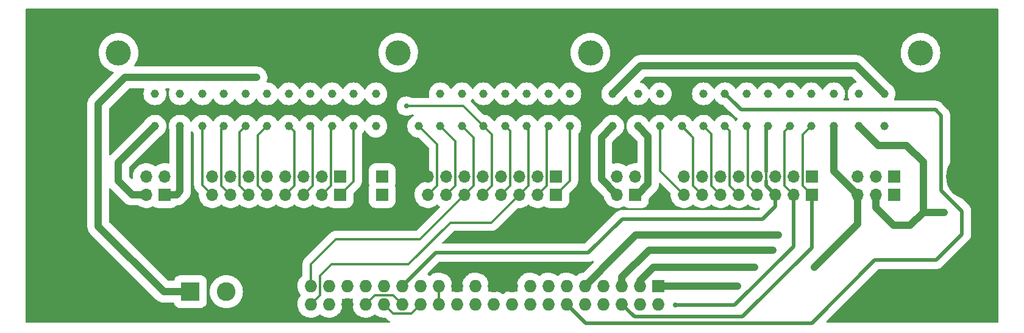
<source format=gbl>
G04 #@! TF.GenerationSoftware,KiCad,Pcbnew,(6.0.10)*
G04 #@! TF.CreationDate,2023-01-07T23:02:07+01:00*
G04 #@! TF.ProjectId,Speeduino 1990 Rev2 3SGE ECU adapter 174518-7,53706565-6475-4696-9e6f-203139393020,1*
G04 #@! TF.SameCoordinates,Original*
G04 #@! TF.FileFunction,Copper,L2,Bot*
G04 #@! TF.FilePolarity,Positive*
%FSLAX46Y46*%
G04 Gerber Fmt 4.6, Leading zero omitted, Abs format (unit mm)*
G04 Created by KiCad (PCBNEW (6.0.10)) date 2023-01-07 23:02:07*
%MOMM*%
%LPD*%
G01*
G04 APERTURE LIST*
G04 #@! TA.AperFunction,ComponentPad*
%ADD10R,1.700000X1.700000*%
G04 #@! TD*
G04 #@! TA.AperFunction,ComponentPad*
%ADD11O,1.700000X1.700000*%
G04 #@! TD*
G04 #@! TA.AperFunction,ComponentPad*
%ADD12C,3.500120*%
G04 #@! TD*
G04 #@! TA.AperFunction,ComponentPad*
%ADD13C,1.150620*%
G04 #@! TD*
G04 #@! TA.AperFunction,ComponentPad*
%ADD14C,0.800000*%
G04 #@! TD*
G04 #@! TA.AperFunction,ComponentPad*
%ADD15C,6.400000*%
G04 #@! TD*
G04 #@! TA.AperFunction,ComponentPad*
%ADD16R,1.727200X1.727200*%
G04 #@! TD*
G04 #@! TA.AperFunction,ComponentPad*
%ADD17O,1.727200X1.727200*%
G04 #@! TD*
G04 #@! TA.AperFunction,ComponentPad*
%ADD18R,2.600000X2.600000*%
G04 #@! TD*
G04 #@! TA.AperFunction,ComponentPad*
%ADD19C,2.600000*%
G04 #@! TD*
G04 #@! TA.AperFunction,ViaPad*
%ADD20C,0.700000*%
G04 #@! TD*
G04 #@! TA.AperFunction,ViaPad*
%ADD21C,0.610000*%
G04 #@! TD*
G04 #@! TA.AperFunction,Conductor*
%ADD22C,0.300000*%
G04 #@! TD*
G04 #@! TA.AperFunction,Conductor*
%ADD23C,0.500000*%
G04 #@! TD*
G04 #@! TA.AperFunction,Conductor*
%ADD24C,0.254000*%
G04 #@! TD*
G04 #@! TA.AperFunction,Conductor*
%ADD25C,1.000000*%
G04 #@! TD*
G04 #@! TA.AperFunction,Conductor*
%ADD26C,1.012000*%
G04 #@! TD*
G04 APERTURE END LIST*
D10*
X172466000Y-67310000D03*
D11*
X169926000Y-67310000D03*
X167386000Y-67310000D03*
D10*
X172466000Y-64770000D03*
D11*
X169926000Y-64770000D03*
X167386000Y-64770000D03*
D10*
X101346000Y-67310000D03*
X101346000Y-64770000D03*
D12*
X130274060Y-47584360D03*
X103573580Y-47584360D03*
X176123600Y-47584360D03*
X64724280Y-47584360D03*
D13*
X171074080Y-57785000D03*
X167573960Y-57785000D03*
X164073840Y-57785000D03*
X171074080Y-53284120D03*
X167573960Y-53284120D03*
X164073840Y-53284120D03*
X136870440Y-57785000D03*
X133370320Y-57785000D03*
X136870440Y-53284120D03*
X133370320Y-53284120D03*
X100474780Y-57785000D03*
X100474780Y-53284120D03*
X73273920Y-57785000D03*
X69776340Y-57785000D03*
X73273920Y-53284120D03*
X69776340Y-53284120D03*
X160972500Y-57785000D03*
X157972760Y-57785000D03*
X154973020Y-57785000D03*
X151973280Y-57785000D03*
X148973540Y-57785000D03*
X145973800Y-57785000D03*
X142974060Y-57785000D03*
X139974320Y-57785000D03*
X160972500Y-53284120D03*
X157972760Y-53284120D03*
X154973020Y-53284120D03*
X151973280Y-53284120D03*
X148973540Y-53284120D03*
X145973800Y-53284120D03*
X142974060Y-53284120D03*
X139974320Y-53284120D03*
X127424180Y-57785000D03*
X124424440Y-57785000D03*
X121424700Y-57785000D03*
X118424960Y-57785000D03*
X115422680Y-57785000D03*
X112422940Y-57785000D03*
X109423200Y-57785000D03*
X106423460Y-57785000D03*
X127424180Y-53284120D03*
X124424440Y-53284120D03*
X121424700Y-53284120D03*
X118424960Y-53284120D03*
X115422680Y-53284120D03*
X112422940Y-53284120D03*
X109423200Y-53284120D03*
X106423460Y-53284120D03*
X97373440Y-57785000D03*
X94373700Y-57785000D03*
X91373960Y-57785000D03*
X88374220Y-57785000D03*
X85374480Y-57785000D03*
X82374740Y-57785000D03*
X79375000Y-57785000D03*
X76375260Y-57785000D03*
X97373440Y-53284120D03*
X94373700Y-53284120D03*
X91373960Y-53284120D03*
X88374220Y-53284120D03*
X85374480Y-53284120D03*
X82374740Y-53284120D03*
X79375000Y-53284120D03*
X76375260Y-53284120D03*
D10*
X95504000Y-67310000D03*
D11*
X92964000Y-67310000D03*
X90424000Y-67310000D03*
X87884000Y-67310000D03*
X85344000Y-67310000D03*
X82804000Y-67310000D03*
X80264000Y-67310000D03*
X77724000Y-67310000D03*
D10*
X95504000Y-64770000D03*
D11*
X92964000Y-64770000D03*
X90424000Y-64770000D03*
X87884000Y-64770000D03*
X85344000Y-64770000D03*
X82804000Y-64770000D03*
X80264000Y-64770000D03*
X77724000Y-64770000D03*
D10*
X161036000Y-67310000D03*
D11*
X158496000Y-67310000D03*
X155956000Y-67310000D03*
X153416000Y-67310000D03*
X150876000Y-67310000D03*
X148336000Y-67310000D03*
X145796000Y-67310000D03*
X143256000Y-67310000D03*
D10*
X125476000Y-67310000D03*
D11*
X122936000Y-67310000D03*
X120396000Y-67310000D03*
X117856000Y-67310000D03*
X115316000Y-67310000D03*
X112776000Y-67310000D03*
X110236000Y-67310000D03*
X107696000Y-67310000D03*
D10*
X125476000Y-64770000D03*
D11*
X122936000Y-64770000D03*
X120396000Y-64770000D03*
X117856000Y-64770000D03*
X115316000Y-64770000D03*
X112776000Y-64770000D03*
X110236000Y-64770000D03*
X107696000Y-64770000D03*
D10*
X161036000Y-64770000D03*
D11*
X158496000Y-64770000D03*
X155956000Y-64770000D03*
X153416000Y-64770000D03*
X150876000Y-64770000D03*
X148336000Y-64770000D03*
X145796000Y-64770000D03*
X143256000Y-64770000D03*
D10*
X71120000Y-67310000D03*
D11*
X68580000Y-67310000D03*
X71120000Y-64770000D03*
X68580000Y-64770000D03*
D10*
X136525000Y-67310000D03*
D11*
X133985000Y-67310000D03*
X136525000Y-64770000D03*
X133985000Y-64770000D03*
D14*
X53480000Y-64770000D03*
X55880000Y-62370000D03*
X57577056Y-63072944D03*
X54182944Y-63072944D03*
X55880000Y-67170000D03*
D15*
X55880000Y-64770000D03*
D14*
X54182944Y-66467056D03*
X58280000Y-64770000D03*
X57577056Y-66467056D03*
X184577056Y-63072944D03*
X185280000Y-64770000D03*
X180480000Y-64770000D03*
X182880000Y-62370000D03*
X181182944Y-66467056D03*
X182880000Y-67170000D03*
X184577056Y-66467056D03*
X181182944Y-63072944D03*
D15*
X182880000Y-64770000D03*
D16*
X139700000Y-80010000D03*
D17*
X139700000Y-82550000D03*
X137160000Y-80010000D03*
X137160000Y-82550000D03*
X134620000Y-80010000D03*
X134620000Y-82550000D03*
X132080000Y-80010000D03*
X132080000Y-82550000D03*
X129540000Y-80010000D03*
X129540000Y-82550000D03*
X127000000Y-80010000D03*
X127000000Y-82550000D03*
X124460000Y-80010000D03*
X124460000Y-82550000D03*
X121920000Y-80010000D03*
X121920000Y-82550000D03*
X119380000Y-80010000D03*
X119380000Y-82550000D03*
X116840000Y-80010000D03*
X116840000Y-82550000D03*
X114300000Y-80010000D03*
X114300000Y-82550000D03*
X111760000Y-80010000D03*
X111760000Y-82550000D03*
X109220000Y-80010000D03*
X109220000Y-82550000D03*
X106680000Y-80010000D03*
X106680000Y-82550000D03*
X104140000Y-80010000D03*
X104140000Y-82550000D03*
X101600000Y-80010000D03*
X101600000Y-82550000D03*
X99060000Y-80010000D03*
X99060000Y-82550000D03*
X96520000Y-80010000D03*
X96520000Y-82550000D03*
X93980000Y-80010000D03*
X93980000Y-82550000D03*
X91440000Y-80010000D03*
X91440000Y-82550000D03*
D18*
X74700000Y-80805000D03*
D19*
X79700000Y-80805000D03*
D20*
X118400000Y-77700000D03*
X118400000Y-73200000D03*
X142100000Y-82700000D03*
X83900000Y-51000000D03*
X104700000Y-55000000D03*
X150690000Y-80010000D03*
D21*
X179400000Y-69800000D03*
D20*
X156400000Y-72900000D03*
X155600000Y-75000000D03*
D21*
X161400000Y-77400000D03*
D20*
X153100000Y-77400000D03*
D22*
X158496000Y-67310000D02*
X157242000Y-66056000D01*
D23*
X150300000Y-82700000D02*
X142100000Y-82700000D01*
X158496000Y-67310000D02*
X158496000Y-74504000D01*
D22*
X157242000Y-58515760D02*
X157972760Y-57785000D01*
D23*
X142100000Y-82600000D02*
X142100000Y-82700000D01*
X158496000Y-74504000D02*
X150300000Y-82700000D01*
D22*
X157242000Y-66056000D02*
X157242000Y-58515760D01*
D23*
X181900000Y-72800000D02*
X178300000Y-76400000D01*
X148973540Y-53284120D02*
X150600000Y-54910580D01*
X179000000Y-66700000D02*
X181900000Y-69600000D01*
X150600000Y-54910580D02*
X150610580Y-54910580D01*
X181900000Y-69600000D02*
X181900000Y-72800000D01*
X151200000Y-55500000D02*
X178200000Y-55500000D01*
X178200000Y-55500000D02*
X179000000Y-56300000D01*
X150610580Y-54910580D02*
X151200000Y-55500000D01*
X179000000Y-56300000D02*
X179000000Y-66700000D01*
X129650000Y-85200000D02*
X127000000Y-82550000D01*
X161000000Y-85200000D02*
X129650000Y-85200000D01*
X169800000Y-76400000D02*
X161000000Y-85200000D01*
X178300000Y-76400000D02*
X169800000Y-76400000D01*
X134620000Y-82550000D02*
X136370000Y-84300000D01*
X161036000Y-74664000D02*
X161036000Y-67310000D01*
D22*
X159782000Y-66056000D02*
X159782000Y-58975500D01*
D23*
X151400000Y-84300000D02*
X161036000Y-74664000D01*
D22*
X159782000Y-58975500D02*
X160972500Y-57785000D01*
X161036000Y-67310000D02*
X159782000Y-66056000D01*
D23*
X136370000Y-84300000D02*
X151400000Y-84300000D01*
D22*
X148336000Y-67310000D02*
X147082000Y-66056000D01*
X109220000Y-82550000D02*
X109220000Y-80010000D01*
X147082000Y-66056000D02*
X147082000Y-58893200D01*
X147082000Y-58893200D02*
X145973800Y-57785000D01*
X145796000Y-67310000D02*
X144542000Y-66056000D01*
X102867600Y-83817600D02*
X101600000Y-82550000D01*
X144542000Y-59352940D02*
X142974060Y-57785000D01*
X106680000Y-82550000D02*
X105412400Y-83817600D01*
X144542000Y-66056000D02*
X144542000Y-59352940D01*
X105412400Y-83817600D02*
X102867600Y-83817600D01*
X143256000Y-67310000D02*
X139974320Y-64028320D01*
X139974320Y-64028320D02*
X139974320Y-57785000D01*
X127424180Y-65361820D02*
X127424180Y-57785000D01*
X125476000Y-67310000D02*
X127424180Y-65361820D01*
X100327600Y-81282400D02*
X99060000Y-82550000D01*
X102872400Y-81282400D02*
X100327600Y-81282400D01*
X104140000Y-82550000D02*
X102872400Y-81282400D01*
X97373440Y-57785000D02*
X97373440Y-65440560D01*
X97373440Y-65440560D02*
X95504000Y-67310000D01*
X108982000Y-66024000D02*
X108982000Y-60343540D01*
X108982000Y-60343540D02*
X106423460Y-57785000D01*
X107696000Y-67310000D02*
X108982000Y-66024000D01*
X78978000Y-66024000D02*
X78978000Y-58182000D01*
X78978000Y-58182000D02*
X79375000Y-57785000D01*
X80264000Y-67310000D02*
X78978000Y-66024000D01*
D24*
X79032999Y-58127001D02*
X79375000Y-57785000D01*
D25*
X83900000Y-51000000D02*
X65600000Y-51000000D01*
X71005000Y-80805000D02*
X74700000Y-80805000D01*
X61900000Y-54700000D02*
X61900000Y-71700000D01*
X61900000Y-71700000D02*
X71005000Y-80805000D01*
X137254440Y-49400000D02*
X133370320Y-53284120D01*
X171074080Y-53284120D02*
X167189960Y-49400000D01*
X65600000Y-51000000D02*
X61900000Y-54700000D01*
X167189960Y-49400000D02*
X137254440Y-49400000D01*
X138300000Y-59214560D02*
X136870440Y-57785000D01*
X136790000Y-67310000D02*
X138300000Y-65800000D01*
X138300000Y-65800000D02*
X138300000Y-59214560D01*
X136525000Y-67310000D02*
X136790000Y-67310000D01*
D22*
X112637680Y-55000000D02*
X115422680Y-57785000D01*
X116570000Y-58932320D02*
X115422680Y-57785000D01*
X116570000Y-66056000D02*
X116570000Y-58932320D01*
X115316000Y-67310000D02*
X116570000Y-66056000D01*
X104700000Y-55000000D02*
X112637680Y-55000000D01*
D25*
X131800000Y-65125000D02*
X131800000Y-59355320D01*
X133985000Y-67310000D02*
X131800000Y-65125000D01*
X131800000Y-59355320D02*
X133370320Y-57785000D01*
X170288960Y-60500000D02*
X167573960Y-57785000D01*
D26*
X139700000Y-80010000D02*
X150690000Y-80010000D01*
D25*
X169926000Y-69126000D02*
X172400000Y-71600000D01*
X174700000Y-71600000D02*
X176500000Y-69800000D01*
X176500000Y-69800000D02*
X176500000Y-62800000D01*
X176500000Y-69800000D02*
X179400000Y-69800000D01*
X173500000Y-71600000D02*
X174700000Y-71600000D01*
X174200000Y-60500000D02*
X170288960Y-60500000D01*
D26*
X139954000Y-82296000D02*
X139700000Y-82550000D01*
D25*
X172400000Y-71600000D02*
X173500000Y-71600000D01*
X176500000Y-62800000D02*
X174200000Y-60500000D01*
X169926000Y-67310000D02*
X169926000Y-69126000D01*
D22*
X91440000Y-76960000D02*
X91440000Y-80010000D01*
X112776000Y-67310000D02*
X106586000Y-73500000D01*
X106586000Y-73500000D02*
X94900000Y-73500000D01*
X114030000Y-66056000D02*
X114030000Y-59392060D01*
X114030000Y-59392060D02*
X112422940Y-57785000D01*
X94900000Y-73500000D02*
X91440000Y-76960000D01*
X112776000Y-67310000D02*
X114030000Y-66056000D01*
X121650000Y-66056000D02*
X121650000Y-58010300D01*
X110800000Y-71200000D02*
X105000000Y-77000000D01*
X92707600Y-81282400D02*
X91440000Y-82550000D01*
X92707600Y-78592400D02*
X92707600Y-81282400D01*
X120396000Y-67310000D02*
X116506000Y-71200000D01*
X105000000Y-77000000D02*
X94300000Y-77000000D01*
X94300000Y-77000000D02*
X92707600Y-78592400D01*
X121650000Y-58010300D02*
X121424700Y-57785000D01*
X116506000Y-71200000D02*
X110800000Y-71200000D01*
X120396000Y-67310000D02*
X121650000Y-66056000D01*
D25*
X73273920Y-57785000D02*
X73273920Y-66826080D01*
X73273920Y-66826080D02*
X72790000Y-67310000D01*
X72790000Y-67310000D02*
X71120000Y-67310000D01*
X69776340Y-57785000D02*
X64700000Y-62861340D01*
X66610000Y-67310000D02*
X68580000Y-67310000D01*
X64700000Y-65400000D02*
X66610000Y-67310000D01*
X64700000Y-62861340D02*
X64700000Y-65400000D01*
D22*
X153416000Y-67310000D02*
X152130000Y-66024000D01*
X152130000Y-66024000D02*
X152130000Y-57941720D01*
X152130000Y-57941720D02*
X151973280Y-57785000D01*
D26*
X134050000Y-75500000D02*
X129540000Y-80010000D01*
X136600000Y-72900000D02*
X156400000Y-72900000D01*
X134050000Y-75450000D02*
X136600000Y-72900000D01*
D22*
X149622000Y-58433460D02*
X148973540Y-57785000D01*
X150876000Y-67310000D02*
X149622000Y-66056000D01*
X149622000Y-66056000D02*
X149622000Y-58433460D01*
D25*
X138400000Y-75000000D02*
X155600000Y-75000000D01*
X134620000Y-80010000D02*
X134620000Y-78780000D01*
X134620000Y-78780000D02*
X138400000Y-75000000D01*
D26*
X167386000Y-67310000D02*
X164073840Y-63997840D01*
X167386000Y-71414000D02*
X163400000Y-75400000D01*
X137160000Y-79302800D02*
X137160000Y-80010000D01*
X164073840Y-63997840D02*
X164073840Y-57785000D01*
X153100000Y-77400000D02*
X139062800Y-77400000D01*
X167386000Y-67310000D02*
X167386000Y-71414000D01*
X139062800Y-77400000D02*
X137160000Y-79302800D01*
X163400000Y-75400000D02*
X161400000Y-77400000D01*
D22*
X124190000Y-58019440D02*
X124424440Y-57785000D01*
X124190000Y-66056000D02*
X124190000Y-58019440D01*
X122936000Y-67310000D02*
X124190000Y-66056000D01*
X117856000Y-67310000D02*
X119110000Y-66056000D01*
X119110000Y-58470040D02*
X118424960Y-57785000D01*
X119110000Y-66056000D02*
X119110000Y-58470040D01*
X92964000Y-67310000D02*
X94218000Y-66056000D01*
X94218000Y-66056000D02*
X94218000Y-57940700D01*
X94218000Y-57940700D02*
X94373700Y-57785000D01*
X90424000Y-67310000D02*
X91678000Y-66056000D01*
X91678000Y-66056000D02*
X91678000Y-58089040D01*
X91678000Y-58089040D02*
X91373960Y-57785000D01*
X89138000Y-66056000D02*
X89138000Y-58548780D01*
X89138000Y-58548780D02*
X88374220Y-57785000D01*
X87884000Y-67310000D02*
X89138000Y-66056000D01*
X85344000Y-67310000D02*
X84090000Y-66056000D01*
X84090000Y-66056000D02*
X84090000Y-59069480D01*
X84090000Y-59069480D02*
X85374480Y-57785000D01*
X82804000Y-67310000D02*
X81518000Y-66024000D01*
X81518000Y-66024000D02*
X81518000Y-58641740D01*
X81518000Y-58641740D02*
X82374740Y-57785000D01*
X76375260Y-65961260D02*
X76375260Y-57785000D01*
X77724000Y-67310000D02*
X76375260Y-65961260D01*
D23*
X108775000Y-75375000D02*
X104140000Y-80010000D01*
X155956000Y-68944000D02*
X154200000Y-70700000D01*
X155956000Y-67310000D02*
X154700423Y-66054423D01*
X154700423Y-66054423D02*
X154700423Y-65400423D01*
D22*
X154700000Y-64698000D02*
X154700000Y-65400000D01*
D23*
X154973020Y-57785000D02*
X154915000Y-57785000D01*
X154915000Y-57785000D02*
X154700000Y-58000000D01*
D22*
X154700000Y-65400000D02*
X154700423Y-65400423D01*
D23*
X108800000Y-75400000D02*
X108775000Y-75375000D01*
X155956000Y-67310000D02*
X155956000Y-68944000D01*
X134700000Y-70700000D02*
X130000000Y-75400000D01*
X154700000Y-58000000D02*
X154700000Y-64100000D01*
X154200000Y-70700000D02*
X134700000Y-70700000D01*
X130000000Y-75400000D02*
X108800000Y-75400000D01*
D22*
X154700000Y-64698000D02*
X154700000Y-64100000D01*
X110236000Y-67310000D02*
X111490000Y-66056000D01*
X111490000Y-66056000D02*
X111490000Y-59851800D01*
X111490000Y-59851800D02*
X109423200Y-57785000D01*
G04 #@! TA.AperFunction,Conductor*
G36*
X186902539Y-41480185D02*
G01*
X186948294Y-41532989D01*
X186959500Y-41584500D01*
X186959500Y-84981500D01*
X186939815Y-85048539D01*
X186887011Y-85094294D01*
X186835500Y-85105500D01*
X163162336Y-85105500D01*
X163095297Y-85085815D01*
X163049542Y-85033011D01*
X163039598Y-84963853D01*
X163068623Y-84900297D01*
X163074655Y-84893819D01*
X170281655Y-77686819D01*
X170342978Y-77653334D01*
X170369336Y-77650500D01*
X178209270Y-77650500D01*
X178225456Y-77651561D01*
X178247422Y-77654453D01*
X178252936Y-77654193D01*
X178252938Y-77654193D01*
X178328313Y-77650638D01*
X178334155Y-77650500D01*
X178356630Y-77650500D01*
X178365039Y-77649750D01*
X178382501Y-77648192D01*
X178387677Y-77647839D01*
X178416750Y-77646467D01*
X178470398Y-77643937D01*
X178475783Y-77642704D01*
X178475788Y-77642703D01*
X178487847Y-77639941D01*
X178504502Y-77637303D01*
X178507688Y-77637018D01*
X178522339Y-77635711D01*
X178602250Y-77613850D01*
X178607214Y-77612602D01*
X178687987Y-77594103D01*
X178704449Y-77587081D01*
X178720382Y-77581532D01*
X178732322Y-77578266D01*
X178732324Y-77578265D01*
X178737651Y-77576808D01*
X178812398Y-77541155D01*
X178817133Y-77539017D01*
X178888233Y-77508691D01*
X178888235Y-77508690D01*
X178893313Y-77506524D01*
X178908283Y-77496691D01*
X178922964Y-77488418D01*
X178939129Y-77480708D01*
X179006401Y-77432368D01*
X179010665Y-77429438D01*
X179045576Y-77406505D01*
X179079884Y-77383969D01*
X179100587Y-77365524D01*
X179110705Y-77357418D01*
X179115920Y-77353671D01*
X179115921Y-77353670D01*
X179120405Y-77350448D01*
X179194286Y-77274209D01*
X179195653Y-77272821D01*
X182720081Y-73748393D01*
X182732276Y-73737698D01*
X182745476Y-73727570D01*
X182745480Y-73727566D01*
X182749854Y-73724210D01*
X182804356Y-73664313D01*
X182808389Y-73660085D01*
X182824281Y-73644193D01*
X182826057Y-73642069D01*
X182840945Y-73624264D01*
X182844357Y-73620352D01*
X182900086Y-73559107D01*
X182909599Y-73543943D01*
X182919513Y-73530297D01*
X182927456Y-73520798D01*
X182927460Y-73520793D01*
X182930997Y-73516562D01*
X182972030Y-73444624D01*
X182974696Y-73440169D01*
X183018707Y-73370010D01*
X183025387Y-73353394D01*
X183032724Y-73338216D01*
X183038859Y-73327459D01*
X183041595Y-73322663D01*
X183069240Y-73244597D01*
X183071075Y-73239740D01*
X183099907Y-73168016D01*
X183101966Y-73162895D01*
X183105597Y-73145362D01*
X183110131Y-73129126D01*
X183114264Y-73117455D01*
X183114266Y-73117448D01*
X183116109Y-73112243D01*
X183129496Y-73030490D01*
X183130440Y-73025395D01*
X183130457Y-73025316D01*
X183147233Y-72944310D01*
X183148829Y-72916633D01*
X183150253Y-72903733D01*
X183151289Y-72897406D01*
X183152182Y-72891954D01*
X183150515Y-72785831D01*
X183150500Y-72783883D01*
X183150500Y-69690721D01*
X183151561Y-69674536D01*
X183153731Y-69658052D01*
X183154452Y-69652577D01*
X183152614Y-69613589D01*
X183150638Y-69571699D01*
X183150500Y-69565858D01*
X183150500Y-69543370D01*
X183148188Y-69517464D01*
X183147837Y-69512309D01*
X183146636Y-69486829D01*
X183143937Y-69429602D01*
X183139941Y-69412153D01*
X183137303Y-69395498D01*
X183136468Y-69386148D01*
X183135711Y-69377661D01*
X183113854Y-69297764D01*
X183112591Y-69292736D01*
X183095337Y-69217399D01*
X183095336Y-69217397D01*
X183094103Y-69212012D01*
X183087075Y-69195534D01*
X183081533Y-69179619D01*
X183078267Y-69167681D01*
X183078266Y-69167679D01*
X183076808Y-69162349D01*
X183074430Y-69157363D01*
X183041156Y-69087602D01*
X183039019Y-69082870D01*
X183019046Y-69036045D01*
X183006524Y-69006687D01*
X182996691Y-68991717D01*
X182988418Y-68977036D01*
X182980708Y-68960871D01*
X182958341Y-68929743D01*
X182932373Y-68893605D01*
X182929432Y-68889325D01*
X182907969Y-68856651D01*
X182883969Y-68820115D01*
X182880938Y-68816713D01*
X182880934Y-68816708D01*
X182865531Y-68799420D01*
X182857414Y-68789289D01*
X182853670Y-68784079D01*
X182850448Y-68779595D01*
X182846488Y-68775757D01*
X182846485Y-68775754D01*
X182774209Y-68705714D01*
X182772821Y-68704347D01*
X180286819Y-66218345D01*
X180253334Y-66157022D01*
X180250500Y-66130664D01*
X180250500Y-56390730D01*
X180251561Y-56374544D01*
X180253732Y-56358052D01*
X180254453Y-56352578D01*
X180253314Y-56328415D01*
X180250638Y-56271687D01*
X180250500Y-56265845D01*
X180250500Y-56243370D01*
X180248718Y-56223396D01*
X180248192Y-56217499D01*
X180247839Y-56212323D01*
X180245851Y-56170185D01*
X180243937Y-56129602D01*
X180242704Y-56124217D01*
X180242703Y-56124212D01*
X180239941Y-56112153D01*
X180237303Y-56095498D01*
X180237018Y-56092312D01*
X180235711Y-56077661D01*
X180213850Y-55997750D01*
X180212602Y-55992786D01*
X180194103Y-55912013D01*
X180187081Y-55895551D01*
X180181532Y-55879618D01*
X180178266Y-55867678D01*
X180178265Y-55867676D01*
X180176808Y-55862349D01*
X180141155Y-55787602D01*
X180139017Y-55782867D01*
X180108691Y-55711767D01*
X180108690Y-55711765D01*
X180106524Y-55706687D01*
X180096691Y-55691717D01*
X180088418Y-55677036D01*
X180080708Y-55660871D01*
X180032356Y-55593583D01*
X180029465Y-55589377D01*
X179983970Y-55520116D01*
X179980946Y-55516722D01*
X179980940Y-55516714D01*
X179965529Y-55499417D01*
X179957414Y-55489289D01*
X179953671Y-55484080D01*
X179953670Y-55484079D01*
X179950448Y-55479595D01*
X179874209Y-55405714D01*
X179872821Y-55404347D01*
X179148393Y-54679919D01*
X179137698Y-54667724D01*
X179127570Y-54654524D01*
X179127566Y-54654520D01*
X179124210Y-54650146D01*
X179064313Y-54595644D01*
X179060085Y-54591611D01*
X179044194Y-54575720D01*
X179024271Y-54559062D01*
X179020363Y-54555653D01*
X178963191Y-54503630D01*
X178963190Y-54503629D01*
X178959107Y-54499914D01*
X178943943Y-54490401D01*
X178930297Y-54480487D01*
X178920798Y-54472544D01*
X178920793Y-54472540D01*
X178916562Y-54469003D01*
X178844624Y-54427970D01*
X178840169Y-54425304D01*
X178820507Y-54412970D01*
X178770010Y-54381293D01*
X178753394Y-54374613D01*
X178738216Y-54367276D01*
X178727461Y-54361142D01*
X178722663Y-54358405D01*
X178644561Y-54330748D01*
X178639752Y-54328930D01*
X178622939Y-54322171D01*
X178562895Y-54298034D01*
X178545363Y-54294403D01*
X178529123Y-54289869D01*
X178512244Y-54283892D01*
X178430522Y-54270510D01*
X178425430Y-54269566D01*
X178344310Y-54252767D01*
X178339767Y-54252505D01*
X178316635Y-54251171D01*
X178303740Y-54249748D01*
X178291954Y-54247818D01*
X178185831Y-54249485D01*
X178183883Y-54249500D01*
X172552066Y-54249500D01*
X172485027Y-54229815D01*
X172439272Y-54177011D01*
X172429328Y-54107853D01*
X172446339Y-54060710D01*
X172479930Y-54005894D01*
X172482479Y-54001735D01*
X172577399Y-53772578D01*
X172588008Y-53728387D01*
X172634166Y-53536127D01*
X172634167Y-53536121D01*
X172635302Y-53531393D01*
X172654763Y-53284120D01*
X172635302Y-53036847D01*
X172634167Y-53032119D01*
X172634166Y-53032113D01*
X172578536Y-52800398D01*
X172577399Y-52795662D01*
X172482479Y-52566505D01*
X172352879Y-52355018D01*
X172191792Y-52166408D01*
X172003182Y-52005321D01*
X171793911Y-51877079D01*
X171771023Y-51859035D01*
X168332711Y-48420724D01*
X168321230Y-48407494D01*
X168318931Y-48404432D01*
X168315877Y-48400364D01*
X168287404Y-48373154D01*
X168237444Y-48325412D01*
X168235432Y-48323445D01*
X168206741Y-48294754D01*
X168204810Y-48293116D01*
X168204802Y-48293109D01*
X168197293Y-48286741D01*
X168191828Y-48281820D01*
X168141170Y-48233411D01*
X168137492Y-48229896D01*
X168133291Y-48227030D01*
X168133287Y-48227027D01*
X168105902Y-48208346D01*
X168095589Y-48200490D01*
X168066429Y-48175761D01*
X168001926Y-48137156D01*
X167995780Y-48133226D01*
X167933660Y-48090851D01*
X167898983Y-48074754D01*
X167887516Y-48068683D01*
X167869375Y-48057826D01*
X167854710Y-48049049D01*
X167849983Y-48047187D01*
X167849981Y-48047186D01*
X167784772Y-48021500D01*
X167778010Y-48018601D01*
X167714473Y-47989108D01*
X167714472Y-47989107D01*
X167709856Y-47986965D01*
X167673009Y-47976746D01*
X167660710Y-47972631D01*
X167625138Y-47958619D01*
X167620164Y-47957553D01*
X167620162Y-47957552D01*
X167573149Y-47947473D01*
X167551646Y-47942863D01*
X167544524Y-47941114D01*
X167472089Y-47921026D01*
X167444931Y-47918124D01*
X167434073Y-47916963D01*
X167421259Y-47914910D01*
X167388866Y-47907966D01*
X167388867Y-47907966D01*
X167383880Y-47906897D01*
X167308825Y-47903358D01*
X167301486Y-47902794D01*
X167270668Y-47899500D01*
X167229941Y-47899500D01*
X167224100Y-47899362D01*
X167142506Y-47895514D01*
X167142504Y-47895514D01*
X167137413Y-47895274D01*
X167111970Y-47898263D01*
X167108650Y-47898653D01*
X167094182Y-47899500D01*
X137370031Y-47899500D01*
X137352559Y-47898263D01*
X137348774Y-47897724D01*
X137348770Y-47897724D01*
X137343734Y-47897007D01*
X137235670Y-47899459D01*
X137235290Y-47899468D01*
X137232477Y-47899500D01*
X137191886Y-47899500D01*
X137179534Y-47900515D01*
X137172201Y-47900899D01*
X137102148Y-47902489D01*
X137102142Y-47902490D01*
X137097058Y-47902605D01*
X137059479Y-47909706D01*
X137046632Y-47911442D01*
X137035229Y-47912380D01*
X137013606Y-47914157D01*
X137013599Y-47914158D01*
X137008529Y-47914575D01*
X137001769Y-47916273D01*
X136935641Y-47932882D01*
X136928458Y-47934462D01*
X136904217Y-47939043D01*
X136854607Y-47948417D01*
X136818710Y-47961554D01*
X136806316Y-47965367D01*
X136769223Y-47974684D01*
X136700283Y-48004660D01*
X136693471Y-48007385D01*
X136627679Y-48031461D01*
X136627676Y-48031463D01*
X136622895Y-48033212D01*
X136618462Y-48035720D01*
X136618460Y-48035721D01*
X136589625Y-48052035D01*
X136578010Y-48057826D01*
X136542947Y-48073072D01*
X136479837Y-48113900D01*
X136473548Y-48117708D01*
X136408143Y-48154712D01*
X136378378Y-48178729D01*
X136367884Y-48186325D01*
X136335779Y-48207095D01*
X136332017Y-48210519D01*
X136332016Y-48210519D01*
X136280204Y-48257664D01*
X136274619Y-48262451D01*
X136256172Y-48277336D01*
X136250495Y-48281917D01*
X136221691Y-48310721D01*
X136217463Y-48314754D01*
X136153282Y-48373154D01*
X136135327Y-48395889D01*
X136125704Y-48406708D01*
X132673380Y-51859033D01*
X132650489Y-51877079D01*
X132441218Y-52005321D01*
X132252608Y-52166408D01*
X132091521Y-52355018D01*
X131961921Y-52566505D01*
X131867001Y-52795662D01*
X131865864Y-52800398D01*
X131810234Y-53032113D01*
X131810233Y-53032119D01*
X131809098Y-53036847D01*
X131789637Y-53284120D01*
X131809098Y-53531393D01*
X131810233Y-53536121D01*
X131810234Y-53536127D01*
X131856392Y-53728387D01*
X131867001Y-53772578D01*
X131961921Y-54001735D01*
X132091521Y-54213222D01*
X132252608Y-54401832D01*
X132441218Y-54562919D01*
X132652705Y-54692519D01*
X132881862Y-54787439D01*
X132886598Y-54788576D01*
X133118313Y-54844206D01*
X133118319Y-54844207D01*
X133123047Y-54845342D01*
X133127897Y-54845724D01*
X133127899Y-54845724D01*
X133365466Y-54864421D01*
X133370320Y-54864803D01*
X133375174Y-54864421D01*
X133612741Y-54845724D01*
X133612743Y-54845724D01*
X133617593Y-54845342D01*
X133622321Y-54844207D01*
X133622327Y-54844206D01*
X133854042Y-54788576D01*
X133858778Y-54787439D01*
X134087935Y-54692519D01*
X134299422Y-54562919D01*
X134488032Y-54401832D01*
X134649119Y-54213222D01*
X134777361Y-54003951D01*
X134795405Y-53981063D01*
X135140234Y-53636234D01*
X135201557Y-53602749D01*
X135271249Y-53607733D01*
X135327182Y-53649605D01*
X135348489Y-53694969D01*
X135363303Y-53756673D01*
X135367121Y-53772578D01*
X135462041Y-54001735D01*
X135591641Y-54213222D01*
X135752728Y-54401832D01*
X135941338Y-54562919D01*
X136152825Y-54692519D01*
X136381982Y-54787439D01*
X136386718Y-54788576D01*
X136618433Y-54844206D01*
X136618439Y-54844207D01*
X136623167Y-54845342D01*
X136628017Y-54845724D01*
X136628019Y-54845724D01*
X136865586Y-54864421D01*
X136870440Y-54864803D01*
X136875294Y-54864421D01*
X137112861Y-54845724D01*
X137112863Y-54845724D01*
X137117713Y-54845342D01*
X137122441Y-54844207D01*
X137122447Y-54844206D01*
X137354162Y-54788576D01*
X137358898Y-54787439D01*
X137588055Y-54692519D01*
X137799542Y-54562919D01*
X137988152Y-54401832D01*
X138149239Y-54213222D01*
X138278839Y-54001735D01*
X138280855Y-53996870D01*
X138307819Y-53931771D01*
X138351660Y-53877368D01*
X138417954Y-53855303D01*
X138485653Y-53872582D01*
X138533264Y-53923719D01*
X138536941Y-53931771D01*
X138563906Y-53996870D01*
X138565921Y-54001735D01*
X138695521Y-54213222D01*
X138856608Y-54401832D01*
X139045218Y-54562919D01*
X139256705Y-54692519D01*
X139485862Y-54787439D01*
X139490598Y-54788576D01*
X139722313Y-54844206D01*
X139722319Y-54844207D01*
X139727047Y-54845342D01*
X139731897Y-54845724D01*
X139731899Y-54845724D01*
X139969466Y-54864421D01*
X139974320Y-54864803D01*
X139979174Y-54864421D01*
X140216741Y-54845724D01*
X140216743Y-54845724D01*
X140221593Y-54845342D01*
X140226321Y-54844207D01*
X140226327Y-54844206D01*
X140458042Y-54788576D01*
X140462778Y-54787439D01*
X140691935Y-54692519D01*
X140903422Y-54562919D01*
X141092032Y-54401832D01*
X141253119Y-54213222D01*
X141382719Y-54001735D01*
X141477639Y-53772578D01*
X141488248Y-53728387D01*
X141534406Y-53536127D01*
X141534407Y-53536121D01*
X141535542Y-53531393D01*
X141555003Y-53284120D01*
X141535542Y-53036847D01*
X141534407Y-53032119D01*
X141534406Y-53032113D01*
X141478776Y-52800398D01*
X141477639Y-52795662D01*
X141382719Y-52566505D01*
X141253119Y-52355018D01*
X141092032Y-52166408D01*
X140903422Y-52005321D01*
X140691935Y-51875721D01*
X140462778Y-51780801D01*
X140385170Y-51762169D01*
X140226327Y-51724034D01*
X140226321Y-51724033D01*
X140221593Y-51722898D01*
X140216743Y-51722516D01*
X140216741Y-51722516D01*
X139979174Y-51703819D01*
X139974320Y-51703437D01*
X139969466Y-51703819D01*
X139731899Y-51722516D01*
X139731897Y-51722516D01*
X139727047Y-51722898D01*
X139722319Y-51724033D01*
X139722313Y-51724034D01*
X139563470Y-51762169D01*
X139485862Y-51780801D01*
X139256705Y-51875721D01*
X139045218Y-52005321D01*
X138856608Y-52166408D01*
X138695521Y-52355018D01*
X138565921Y-52566505D01*
X138564057Y-52571005D01*
X138564055Y-52571009D01*
X138536941Y-52636469D01*
X138493100Y-52690872D01*
X138426806Y-52712937D01*
X138359107Y-52695658D01*
X138311496Y-52644521D01*
X138307819Y-52636469D01*
X138280705Y-52571009D01*
X138280703Y-52571005D01*
X138278839Y-52566505D01*
X138149239Y-52355018D01*
X137988152Y-52166408D01*
X137799542Y-52005321D01*
X137588055Y-51875721D01*
X137358898Y-51780801D01*
X137311635Y-51769454D01*
X137281287Y-51762168D01*
X137220695Y-51727377D01*
X137188532Y-51665350D01*
X137195008Y-51595781D01*
X137222554Y-51553913D01*
X137839648Y-50936819D01*
X137900971Y-50903334D01*
X137927329Y-50900500D01*
X166517070Y-50900500D01*
X166584109Y-50920185D01*
X166604751Y-50936819D01*
X167221846Y-51553914D01*
X167255331Y-51615237D01*
X167250347Y-51684929D01*
X167208475Y-51740862D01*
X167163112Y-51762169D01*
X167137909Y-51768219D01*
X167090241Y-51779663D01*
X167090238Y-51779664D01*
X167085502Y-51780801D01*
X166856345Y-51875721D01*
X166644858Y-52005321D01*
X166456248Y-52166408D01*
X166295161Y-52355018D01*
X166165561Y-52566505D01*
X166070641Y-52795662D01*
X166069504Y-52800398D01*
X166013874Y-53032113D01*
X166013873Y-53032119D01*
X166012738Y-53036847D01*
X165993277Y-53284120D01*
X166012738Y-53531393D01*
X166013873Y-53536121D01*
X166013874Y-53536127D01*
X166060032Y-53728387D01*
X166070641Y-53772578D01*
X166165561Y-54001735D01*
X166168110Y-54005894D01*
X166201701Y-54060710D01*
X166219946Y-54128156D01*
X166198830Y-54194758D01*
X166145058Y-54239372D01*
X166095974Y-54249500D01*
X165551826Y-54249500D01*
X165484787Y-54229815D01*
X165439032Y-54177011D01*
X165429088Y-54107853D01*
X165446099Y-54060710D01*
X165479690Y-54005894D01*
X165482239Y-54001735D01*
X165577159Y-53772578D01*
X165587768Y-53728387D01*
X165633926Y-53536127D01*
X165633927Y-53536121D01*
X165635062Y-53531393D01*
X165654523Y-53284120D01*
X165635062Y-53036847D01*
X165633927Y-53032119D01*
X165633926Y-53032113D01*
X165578296Y-52800398D01*
X165577159Y-52795662D01*
X165482239Y-52566505D01*
X165352639Y-52355018D01*
X165191552Y-52166408D01*
X165002942Y-52005321D01*
X164791455Y-51875721D01*
X164562298Y-51780801D01*
X164484690Y-51762169D01*
X164325847Y-51724034D01*
X164325841Y-51724033D01*
X164321113Y-51722898D01*
X164316263Y-51722516D01*
X164316261Y-51722516D01*
X164078694Y-51703819D01*
X164073840Y-51703437D01*
X164068986Y-51703819D01*
X163831419Y-51722516D01*
X163831417Y-51722516D01*
X163826567Y-51722898D01*
X163821839Y-51724033D01*
X163821833Y-51724034D01*
X163662990Y-51762169D01*
X163585382Y-51780801D01*
X163356225Y-51875721D01*
X163144738Y-52005321D01*
X162956128Y-52166408D01*
X162795041Y-52355018D01*
X162665441Y-52566505D01*
X162663577Y-52571005D01*
X162663575Y-52571009D01*
X162637731Y-52633403D01*
X162593890Y-52687806D01*
X162527596Y-52709871D01*
X162459897Y-52692592D01*
X162412286Y-52641455D01*
X162408609Y-52633403D01*
X162382765Y-52571009D01*
X162382763Y-52571005D01*
X162380899Y-52566505D01*
X162251299Y-52355018D01*
X162090212Y-52166408D01*
X161901602Y-52005321D01*
X161690115Y-51875721D01*
X161460958Y-51780801D01*
X161383350Y-51762169D01*
X161224507Y-51724034D01*
X161224501Y-51724033D01*
X161219773Y-51722898D01*
X161214923Y-51722516D01*
X161214921Y-51722516D01*
X160977354Y-51703819D01*
X160972500Y-51703437D01*
X160967646Y-51703819D01*
X160730079Y-51722516D01*
X160730077Y-51722516D01*
X160725227Y-51722898D01*
X160720499Y-51724033D01*
X160720493Y-51724034D01*
X160561650Y-51762169D01*
X160484042Y-51780801D01*
X160254885Y-51875721D01*
X160043398Y-52005321D01*
X159854788Y-52166408D01*
X159693701Y-52355018D01*
X159691154Y-52359175D01*
X159578357Y-52543241D01*
X159526545Y-52590116D01*
X159457615Y-52601539D01*
X159393453Y-52573881D01*
X159366903Y-52543241D01*
X159254106Y-52359175D01*
X159251559Y-52355018D01*
X159090472Y-52166408D01*
X158901862Y-52005321D01*
X158690375Y-51875721D01*
X158461218Y-51780801D01*
X158383610Y-51762169D01*
X158224767Y-51724034D01*
X158224761Y-51724033D01*
X158220033Y-51722898D01*
X158215183Y-51722516D01*
X158215181Y-51722516D01*
X157977614Y-51703819D01*
X157972760Y-51703437D01*
X157967906Y-51703819D01*
X157730339Y-51722516D01*
X157730337Y-51722516D01*
X157725487Y-51722898D01*
X157720759Y-51724033D01*
X157720753Y-51724034D01*
X157561910Y-51762169D01*
X157484302Y-51780801D01*
X157255145Y-51875721D01*
X157043658Y-52005321D01*
X156855048Y-52166408D01*
X156693961Y-52355018D01*
X156691414Y-52359175D01*
X156578617Y-52543241D01*
X156526805Y-52590116D01*
X156457875Y-52601539D01*
X156393713Y-52573881D01*
X156367163Y-52543241D01*
X156254366Y-52359175D01*
X156251819Y-52355018D01*
X156090732Y-52166408D01*
X155902122Y-52005321D01*
X155690635Y-51875721D01*
X155461478Y-51780801D01*
X155383870Y-51762169D01*
X155225027Y-51724034D01*
X155225021Y-51724033D01*
X155220293Y-51722898D01*
X155215443Y-51722516D01*
X155215441Y-51722516D01*
X154977874Y-51703819D01*
X154973020Y-51703437D01*
X154968166Y-51703819D01*
X154730599Y-51722516D01*
X154730597Y-51722516D01*
X154725747Y-51722898D01*
X154721019Y-51724033D01*
X154721013Y-51724034D01*
X154562170Y-51762169D01*
X154484562Y-51780801D01*
X154255405Y-51875721D01*
X154043918Y-52005321D01*
X153855308Y-52166408D01*
X153694221Y-52355018D01*
X153691674Y-52359175D01*
X153578877Y-52543241D01*
X153527065Y-52590116D01*
X153458135Y-52601539D01*
X153393973Y-52573881D01*
X153367423Y-52543241D01*
X153254626Y-52359175D01*
X153252079Y-52355018D01*
X153090992Y-52166408D01*
X152902382Y-52005321D01*
X152690895Y-51875721D01*
X152461738Y-51780801D01*
X152384130Y-51762169D01*
X152225287Y-51724034D01*
X152225281Y-51724033D01*
X152220553Y-51722898D01*
X152215703Y-51722516D01*
X152215701Y-51722516D01*
X151978134Y-51703819D01*
X151973280Y-51703437D01*
X151968426Y-51703819D01*
X151730859Y-51722516D01*
X151730857Y-51722516D01*
X151726007Y-51722898D01*
X151721279Y-51724033D01*
X151721273Y-51724034D01*
X151562430Y-51762169D01*
X151484822Y-51780801D01*
X151255665Y-51875721D01*
X151044178Y-52005321D01*
X150855568Y-52166408D01*
X150694481Y-52355018D01*
X150691934Y-52359175D01*
X150579137Y-52543241D01*
X150527325Y-52590116D01*
X150458395Y-52601539D01*
X150394233Y-52573881D01*
X150367683Y-52543241D01*
X150254886Y-52359175D01*
X150252339Y-52355018D01*
X150091252Y-52166408D01*
X149902642Y-52005321D01*
X149691155Y-51875721D01*
X149461998Y-51780801D01*
X149384390Y-51762169D01*
X149225547Y-51724034D01*
X149225541Y-51724033D01*
X149220813Y-51722898D01*
X149215963Y-51722516D01*
X149215961Y-51722516D01*
X148978394Y-51703819D01*
X148973540Y-51703437D01*
X148968686Y-51703819D01*
X148731119Y-51722516D01*
X148731117Y-51722516D01*
X148726267Y-51722898D01*
X148721539Y-51724033D01*
X148721533Y-51724034D01*
X148562690Y-51762169D01*
X148485082Y-51780801D01*
X148255925Y-51875721D01*
X148044438Y-52005321D01*
X147855828Y-52166408D01*
X147694741Y-52355018D01*
X147692194Y-52359175D01*
X147579397Y-52543241D01*
X147527585Y-52590116D01*
X147458655Y-52601539D01*
X147394493Y-52573881D01*
X147367943Y-52543241D01*
X147255146Y-52359175D01*
X147252599Y-52355018D01*
X147091512Y-52166408D01*
X146902902Y-52005321D01*
X146691415Y-51875721D01*
X146462258Y-51780801D01*
X146384650Y-51762169D01*
X146225807Y-51724034D01*
X146225801Y-51724033D01*
X146221073Y-51722898D01*
X146216223Y-51722516D01*
X146216221Y-51722516D01*
X145978654Y-51703819D01*
X145973800Y-51703437D01*
X145968946Y-51703819D01*
X145731379Y-51722516D01*
X145731377Y-51722516D01*
X145726527Y-51722898D01*
X145721799Y-51724033D01*
X145721793Y-51724034D01*
X145562950Y-51762169D01*
X145485342Y-51780801D01*
X145256185Y-51875721D01*
X145044698Y-52005321D01*
X144856088Y-52166408D01*
X144695001Y-52355018D01*
X144565401Y-52566505D01*
X144470481Y-52795662D01*
X144469344Y-52800398D01*
X144413714Y-53032113D01*
X144413713Y-53032119D01*
X144412578Y-53036847D01*
X144393117Y-53284120D01*
X144412578Y-53531393D01*
X144413713Y-53536121D01*
X144413714Y-53536127D01*
X144459872Y-53728387D01*
X144470481Y-53772578D01*
X144565401Y-54001735D01*
X144695001Y-54213222D01*
X144856088Y-54401832D01*
X145044698Y-54562919D01*
X145256185Y-54692519D01*
X145485342Y-54787439D01*
X145490078Y-54788576D01*
X145721793Y-54844206D01*
X145721799Y-54844207D01*
X145726527Y-54845342D01*
X145731377Y-54845724D01*
X145731379Y-54845724D01*
X145968946Y-54864421D01*
X145973800Y-54864803D01*
X145978654Y-54864421D01*
X146216221Y-54845724D01*
X146216223Y-54845724D01*
X146221073Y-54845342D01*
X146225801Y-54844207D01*
X146225807Y-54844206D01*
X146457522Y-54788576D01*
X146462258Y-54787439D01*
X146691415Y-54692519D01*
X146902902Y-54562919D01*
X147091512Y-54401832D01*
X147252599Y-54213222D01*
X147367943Y-54024999D01*
X147419755Y-53978124D01*
X147488685Y-53966701D01*
X147552847Y-53994359D01*
X147579397Y-54024999D01*
X147694741Y-54213222D01*
X147855828Y-54401832D01*
X148044438Y-54562919D01*
X148255925Y-54692519D01*
X148485082Y-54787439D01*
X148489818Y-54788576D01*
X148721530Y-54844205D01*
X148721533Y-54844205D01*
X148726267Y-54845342D01*
X148731120Y-54845724D01*
X148733570Y-54846112D01*
X148801850Y-54880904D01*
X149651607Y-55730661D01*
X149662302Y-55742856D01*
X149672430Y-55756056D01*
X149672434Y-55756060D01*
X149675790Y-55760434D01*
X149679874Y-55764150D01*
X149735687Y-55814936D01*
X149739915Y-55818969D01*
X149755807Y-55834861D01*
X149757930Y-55836636D01*
X149757931Y-55836637D01*
X149775736Y-55851525D01*
X149779637Y-55854927D01*
X149840893Y-55910666D01*
X149841606Y-55911113D01*
X149849703Y-55918177D01*
X150251607Y-56320081D01*
X150262302Y-56332276D01*
X150272430Y-56345476D01*
X150272434Y-56345480D01*
X150275790Y-56349854D01*
X150302924Y-56374544D01*
X150335687Y-56404356D01*
X150339915Y-56408389D01*
X150355807Y-56424281D01*
X150357930Y-56426056D01*
X150357931Y-56426057D01*
X150375736Y-56440945D01*
X150379637Y-56444347D01*
X150440893Y-56500086D01*
X150446581Y-56503654D01*
X150456056Y-56509598D01*
X150469703Y-56519513D01*
X150479202Y-56527456D01*
X150479207Y-56527460D01*
X150483438Y-56530997D01*
X150540110Y-56563322D01*
X150555376Y-56572030D01*
X150559820Y-56574690D01*
X150629990Y-56618707D01*
X150646606Y-56625387D01*
X150661784Y-56632724D01*
X150677335Y-56641594D01*
X150676741Y-56642635D01*
X150724988Y-56684522D01*
X150744608Y-56751580D01*
X150724859Y-56818601D01*
X150714901Y-56831989D01*
X150694481Y-56855898D01*
X150643378Y-56939290D01*
X150579137Y-57044121D01*
X150527325Y-57090996D01*
X150458395Y-57102419D01*
X150394233Y-57074761D01*
X150367683Y-57044121D01*
X150303442Y-56939290D01*
X150252339Y-56855898D01*
X150091252Y-56667288D01*
X149902642Y-56506201D01*
X149691155Y-56376601D01*
X149461998Y-56281681D01*
X149420370Y-56271687D01*
X149225547Y-56224914D01*
X149225541Y-56224913D01*
X149220813Y-56223778D01*
X149215963Y-56223396D01*
X149215961Y-56223396D01*
X148978394Y-56204699D01*
X148973540Y-56204317D01*
X148968686Y-56204699D01*
X148731119Y-56223396D01*
X148731117Y-56223396D01*
X148726267Y-56223778D01*
X148721539Y-56224913D01*
X148721533Y-56224914D01*
X148526710Y-56271687D01*
X148485082Y-56281681D01*
X148255925Y-56376601D01*
X148044438Y-56506201D01*
X147855828Y-56667288D01*
X147694741Y-56855898D01*
X147643638Y-56939290D01*
X147579397Y-57044121D01*
X147527585Y-57090996D01*
X147458655Y-57102419D01*
X147394493Y-57074761D01*
X147367943Y-57044121D01*
X147303702Y-56939290D01*
X147252599Y-56855898D01*
X147091512Y-56667288D01*
X146902902Y-56506201D01*
X146691415Y-56376601D01*
X146462258Y-56281681D01*
X146420630Y-56271687D01*
X146225807Y-56224914D01*
X146225801Y-56224913D01*
X146221073Y-56223778D01*
X146216223Y-56223396D01*
X146216221Y-56223396D01*
X145978654Y-56204699D01*
X145973800Y-56204317D01*
X145968946Y-56204699D01*
X145731379Y-56223396D01*
X145731377Y-56223396D01*
X145726527Y-56223778D01*
X145721799Y-56224913D01*
X145721793Y-56224914D01*
X145526970Y-56271687D01*
X145485342Y-56281681D01*
X145256185Y-56376601D01*
X145044698Y-56506201D01*
X144856088Y-56667288D01*
X144695001Y-56855898D01*
X144643898Y-56939290D01*
X144579657Y-57044121D01*
X144527845Y-57090996D01*
X144458915Y-57102419D01*
X144394753Y-57074761D01*
X144368203Y-57044121D01*
X144303962Y-56939290D01*
X144252859Y-56855898D01*
X144091772Y-56667288D01*
X143903162Y-56506201D01*
X143691675Y-56376601D01*
X143462518Y-56281681D01*
X143420890Y-56271687D01*
X143226067Y-56224914D01*
X143226061Y-56224913D01*
X143221333Y-56223778D01*
X143216483Y-56223396D01*
X143216481Y-56223396D01*
X142978914Y-56204699D01*
X142974060Y-56204317D01*
X142969206Y-56204699D01*
X142731639Y-56223396D01*
X142731637Y-56223396D01*
X142726787Y-56223778D01*
X142722059Y-56224913D01*
X142722053Y-56224914D01*
X142527230Y-56271687D01*
X142485602Y-56281681D01*
X142256445Y-56376601D01*
X142044958Y-56506201D01*
X141856348Y-56667288D01*
X141695261Y-56855898D01*
X141644158Y-56939290D01*
X141579917Y-57044121D01*
X141528105Y-57090996D01*
X141459175Y-57102419D01*
X141395013Y-57074761D01*
X141368463Y-57044121D01*
X141304222Y-56939290D01*
X141253119Y-56855898D01*
X141092032Y-56667288D01*
X140903422Y-56506201D01*
X140691935Y-56376601D01*
X140462778Y-56281681D01*
X140421150Y-56271687D01*
X140226327Y-56224914D01*
X140226321Y-56224913D01*
X140221593Y-56223778D01*
X140216743Y-56223396D01*
X140216741Y-56223396D01*
X139979174Y-56204699D01*
X139974320Y-56204317D01*
X139969466Y-56204699D01*
X139731899Y-56223396D01*
X139731897Y-56223396D01*
X139727047Y-56223778D01*
X139722319Y-56224913D01*
X139722313Y-56224914D01*
X139527490Y-56271687D01*
X139485862Y-56281681D01*
X139256705Y-56376601D01*
X139045218Y-56506201D01*
X138856608Y-56667288D01*
X138695521Y-56855898D01*
X138565921Y-57067385D01*
X138551687Y-57101750D01*
X138507847Y-57156152D01*
X138441553Y-57178218D01*
X138373854Y-57160939D01*
X138349445Y-57141978D01*
X138295527Y-57088060D01*
X138277481Y-57065169D01*
X138200342Y-56939290D01*
X138149239Y-56855898D01*
X137988152Y-56667288D01*
X137799542Y-56506201D01*
X137588055Y-56376601D01*
X137358898Y-56281681D01*
X137317270Y-56271687D01*
X137122447Y-56224914D01*
X137122441Y-56224913D01*
X137117713Y-56223778D01*
X137112863Y-56223396D01*
X137112861Y-56223396D01*
X136875294Y-56204699D01*
X136870440Y-56204317D01*
X136865586Y-56204699D01*
X136628019Y-56223396D01*
X136628017Y-56223396D01*
X136623167Y-56223778D01*
X136618439Y-56224913D01*
X136618433Y-56224914D01*
X136423610Y-56271687D01*
X136381982Y-56281681D01*
X136152825Y-56376601D01*
X135941338Y-56506201D01*
X135752728Y-56667288D01*
X135591641Y-56855898D01*
X135462041Y-57067385D01*
X135367121Y-57296542D01*
X135365984Y-57301278D01*
X135310354Y-57532993D01*
X135310353Y-57532999D01*
X135309218Y-57537727D01*
X135289757Y-57785000D01*
X135309218Y-58032273D01*
X135310353Y-58037001D01*
X135310354Y-58037007D01*
X135319770Y-58076226D01*
X135367121Y-58273458D01*
X135462041Y-58502615D01*
X135591641Y-58714102D01*
X135752728Y-58902712D01*
X135941338Y-59063799D01*
X136077413Y-59147186D01*
X136150607Y-59192040D01*
X136173497Y-59210085D01*
X136477927Y-59514514D01*
X136763181Y-59799768D01*
X136796666Y-59861091D01*
X136799500Y-59887449D01*
X136799500Y-62801048D01*
X136779815Y-62868087D01*
X136727011Y-62913842D01*
X136664801Y-62924586D01*
X136558507Y-62915380D01*
X136558505Y-62915380D01*
X136554141Y-62915002D01*
X136292478Y-62929402D01*
X136288172Y-62930258D01*
X136288168Y-62930259D01*
X136039763Y-62979670D01*
X136039759Y-62979671D01*
X136035456Y-62980527D01*
X136031316Y-62981981D01*
X136031312Y-62981982D01*
X135794343Y-63065200D01*
X135788201Y-63067357D01*
X135679476Y-63123835D01*
X135559537Y-63186138D01*
X135559534Y-63186140D01*
X135555647Y-63188159D01*
X135342434Y-63340523D01*
X135339267Y-63343544D01*
X135339266Y-63343545D01*
X135339001Y-63343798D01*
X135338893Y-63343854D01*
X135335884Y-63346343D01*
X135335341Y-63345686D01*
X135276907Y-63375831D01*
X135207352Y-63369208D01*
X135178181Y-63352653D01*
X135003562Y-63219388D01*
X134774917Y-63091340D01*
X134530512Y-62996787D01*
X134505619Y-62991017D01*
X134451888Y-62978563D01*
X134275221Y-62937614D01*
X134068904Y-62919745D01*
X134018507Y-62915380D01*
X134018505Y-62915380D01*
X134014141Y-62915002D01*
X133752478Y-62929402D01*
X133748172Y-62930258D01*
X133748168Y-62930259D01*
X133499763Y-62979670D01*
X133499759Y-62979671D01*
X133495456Y-62980527D01*
X133465585Y-62991017D01*
X133395813Y-62994658D01*
X133335146Y-62959998D01*
X133302848Y-62898041D01*
X133300500Y-62874022D01*
X133300500Y-60028210D01*
X133320185Y-59961171D01*
X133336819Y-59940529D01*
X134067260Y-59210087D01*
X134090151Y-59192041D01*
X134123819Y-59171409D01*
X134299422Y-59063799D01*
X134488032Y-58902712D01*
X134649119Y-58714102D01*
X134778719Y-58502615D01*
X134873639Y-58273458D01*
X134920990Y-58076226D01*
X134930406Y-58037007D01*
X134930407Y-58037001D01*
X134931542Y-58032273D01*
X134951003Y-57785000D01*
X134931542Y-57537727D01*
X134930407Y-57532999D01*
X134930406Y-57532993D01*
X134874776Y-57301278D01*
X134873639Y-57296542D01*
X134778719Y-57067385D01*
X134649119Y-56855898D01*
X134488032Y-56667288D01*
X134299422Y-56506201D01*
X134087935Y-56376601D01*
X133858778Y-56281681D01*
X133817150Y-56271687D01*
X133622327Y-56224914D01*
X133622321Y-56224913D01*
X133617593Y-56223778D01*
X133612743Y-56223396D01*
X133612741Y-56223396D01*
X133375174Y-56204699D01*
X133370320Y-56204317D01*
X133365466Y-56204699D01*
X133127899Y-56223396D01*
X133127897Y-56223396D01*
X133123047Y-56223778D01*
X133118319Y-56224913D01*
X133118313Y-56224914D01*
X132923490Y-56271687D01*
X132881862Y-56281681D01*
X132652705Y-56376601D01*
X132441218Y-56506201D01*
X132252608Y-56667288D01*
X132091521Y-56855898D01*
X132040418Y-56939290D01*
X131963279Y-57065169D01*
X131945233Y-57088060D01*
X130820724Y-58212569D01*
X130807497Y-58224048D01*
X130800364Y-58229403D01*
X130796848Y-58233082D01*
X130796846Y-58233084D01*
X130725412Y-58307836D01*
X130723445Y-58309848D01*
X130694754Y-58338539D01*
X130693116Y-58340470D01*
X130693109Y-58340478D01*
X130686741Y-58347987D01*
X130681820Y-58353452D01*
X130660402Y-58375865D01*
X130629896Y-58407788D01*
X130627030Y-58411989D01*
X130627027Y-58411993D01*
X130608346Y-58439378D01*
X130600490Y-58449691D01*
X130575761Y-58478851D01*
X130537156Y-58543354D01*
X130533226Y-58549500D01*
X130490851Y-58611620D01*
X130488708Y-58616237D01*
X130474755Y-58646296D01*
X130468683Y-58657764D01*
X130449049Y-58690570D01*
X130447187Y-58695297D01*
X130447186Y-58695299D01*
X130421500Y-58760508D01*
X130418601Y-58767270D01*
X130386965Y-58835424D01*
X130385607Y-58840321D01*
X130376746Y-58872271D01*
X130372631Y-58884570D01*
X130358619Y-58920142D01*
X130357553Y-58925116D01*
X130357552Y-58925118D01*
X130342864Y-58993630D01*
X130341114Y-59000756D01*
X130321026Y-59073191D01*
X130319699Y-59085607D01*
X130316963Y-59111207D01*
X130314910Y-59124021D01*
X130309944Y-59147186D01*
X130306897Y-59161400D01*
X130306657Y-59166493D01*
X130303358Y-59236455D01*
X130302794Y-59243793D01*
X130299500Y-59274612D01*
X130299500Y-59315339D01*
X130299362Y-59321180D01*
X130295808Y-59396553D01*
X130295274Y-59407867D01*
X130295869Y-59412929D01*
X130298653Y-59436630D01*
X130299500Y-59451098D01*
X130299500Y-65009410D01*
X130298263Y-65026880D01*
X130297007Y-65035706D01*
X130297123Y-65040796D01*
X130299468Y-65144150D01*
X130299500Y-65146963D01*
X130299500Y-65187554D01*
X130300515Y-65199901D01*
X130300899Y-65207239D01*
X130301652Y-65240375D01*
X130302605Y-65282382D01*
X130309706Y-65319961D01*
X130311443Y-65332814D01*
X130314157Y-65365834D01*
X130314158Y-65365841D01*
X130314575Y-65370911D01*
X130315817Y-65375855D01*
X130332882Y-65443799D01*
X130334462Y-65450982D01*
X130346308Y-65513671D01*
X130348417Y-65524833D01*
X130361558Y-65560744D01*
X130365371Y-65573139D01*
X130374684Y-65610217D01*
X130376713Y-65614884D01*
X130376716Y-65614892D01*
X130404652Y-65679141D01*
X130407383Y-65685967D01*
X130433211Y-65756545D01*
X130435718Y-65760976D01*
X130452038Y-65789821D01*
X130457829Y-65801436D01*
X130473072Y-65836493D01*
X130513901Y-65899605D01*
X130517696Y-65905872D01*
X130554712Y-65971297D01*
X130578729Y-66001062D01*
X130586325Y-66011556D01*
X130607095Y-66043661D01*
X130610519Y-66047423D01*
X130610519Y-66047424D01*
X130657664Y-66099236D01*
X130662451Y-66104821D01*
X130677336Y-66123268D01*
X130681917Y-66128945D01*
X130710720Y-66157748D01*
X130714753Y-66161976D01*
X130766045Y-66218345D01*
X130773154Y-66226158D01*
X130779846Y-66231443D01*
X130795886Y-66244110D01*
X130806716Y-66253743D01*
X132130254Y-67577281D01*
X132164555Y-67642684D01*
X132187268Y-67767051D01*
X132188058Y-67771376D01*
X132270994Y-68019965D01*
X132388128Y-68254387D01*
X132390614Y-68257984D01*
X132390617Y-68257989D01*
X132534640Y-68466373D01*
X132537124Y-68469967D01*
X132540088Y-68473173D01*
X132540090Y-68473176D01*
X132598952Y-68536852D01*
X132715010Y-68662402D01*
X132918235Y-68827853D01*
X132921988Y-68830113D01*
X132921993Y-68830116D01*
X133138984Y-68960755D01*
X133138987Y-68960757D01*
X133142745Y-68963019D01*
X133146782Y-68964728D01*
X133146785Y-68964730D01*
X133380021Y-69063493D01*
X133380025Y-69063494D01*
X133384060Y-69065203D01*
X133388303Y-69066328D01*
X133566382Y-69113545D01*
X133637365Y-69132366D01*
X133641720Y-69132881D01*
X133641723Y-69132882D01*
X133893264Y-69162653D01*
X133897607Y-69163167D01*
X133901979Y-69163064D01*
X133952777Y-69161867D01*
X134159592Y-69156993D01*
X134163908Y-69156275D01*
X134163915Y-69156274D01*
X134413765Y-69114688D01*
X134413771Y-69114686D01*
X134418094Y-69113967D01*
X134422272Y-69112646D01*
X134422279Y-69112644D01*
X134663775Y-69036268D01*
X134667955Y-69034946D01*
X134814180Y-68964730D01*
X134900234Y-68923408D01*
X134900238Y-68923406D01*
X134904188Y-68921509D01*
X134904415Y-68921982D01*
X134969522Y-68906547D01*
X135035428Y-68929743D01*
X135041339Y-68934274D01*
X135121404Y-68999573D01*
X135301530Y-69093741D01*
X135307571Y-69095473D01*
X135307573Y-69095474D01*
X135338315Y-69104289D01*
X135496913Y-69149766D01*
X135582035Y-69157363D01*
X135614437Y-69160255D01*
X135614441Y-69160255D01*
X135617184Y-69160500D01*
X137432816Y-69160500D01*
X137435559Y-69160255D01*
X137435563Y-69160255D01*
X137467965Y-69157363D01*
X137553087Y-69149766D01*
X137711685Y-69104289D01*
X137742427Y-69095474D01*
X137742429Y-69095473D01*
X137748470Y-69093741D01*
X137928596Y-68999573D01*
X138086109Y-68871109D01*
X138214573Y-68713596D01*
X138308741Y-68533470D01*
X138316714Y-68505667D01*
X138343157Y-68413447D01*
X138364766Y-68338087D01*
X138375500Y-68217816D01*
X138375500Y-67897890D01*
X138395185Y-67830851D01*
X138411819Y-67810209D01*
X139279280Y-66942748D01*
X139292510Y-66931267D01*
X139295568Y-66928971D01*
X139299636Y-66925917D01*
X139314791Y-66910059D01*
X139374567Y-66847506D01*
X139376534Y-66845494D01*
X139405246Y-66816782D01*
X139413264Y-66807328D01*
X139418177Y-66801872D01*
X139466586Y-66751214D01*
X139466589Y-66751210D01*
X139470104Y-66747532D01*
X139474587Y-66740961D01*
X139491648Y-66715950D01*
X139499511Y-66705629D01*
X139520947Y-66680352D01*
X139520952Y-66680344D01*
X139524239Y-66676469D01*
X139526849Y-66672109D01*
X139526852Y-66672104D01*
X139562839Y-66611974D01*
X139566784Y-66605804D01*
X139609149Y-66543700D01*
X139619206Y-66522035D01*
X139625242Y-66509030D01*
X139631317Y-66497558D01*
X139648332Y-66469129D01*
X139648338Y-66469118D01*
X139650951Y-66464751D01*
X139678498Y-66394819D01*
X139681395Y-66388059D01*
X139684226Y-66381961D01*
X139713035Y-66319896D01*
X139723253Y-66283052D01*
X139727370Y-66270749D01*
X139739518Y-66239909D01*
X139739519Y-66239907D01*
X139741381Y-66235179D01*
X139744990Y-66218345D01*
X139757135Y-66161695D01*
X139758890Y-66154552D01*
X139777614Y-66087034D01*
X139777615Y-66087031D01*
X139778974Y-66082129D01*
X139783038Y-66044104D01*
X139785091Y-66031291D01*
X139792035Y-65998898D01*
X139792035Y-65998896D01*
X139793102Y-65993920D01*
X139793371Y-65988228D01*
X139796641Y-65918873D01*
X139797205Y-65911536D01*
X139798055Y-65903585D01*
X139800500Y-65880708D01*
X139800500Y-65839975D01*
X139800638Y-65834133D01*
X139803298Y-65777733D01*
X139826119Y-65711696D01*
X139881020Y-65668479D01*
X139950570Y-65661805D01*
X140014841Y-65695894D01*
X141375712Y-67056765D01*
X141409197Y-67118088D01*
X141411385Y-67157084D01*
X141401688Y-67251726D01*
X141401860Y-67256108D01*
X141401860Y-67256114D01*
X141408070Y-67414139D01*
X141411977Y-67513582D01*
X141412765Y-67517895D01*
X141412765Y-67517898D01*
X141421397Y-67565162D01*
X141459058Y-67771376D01*
X141541994Y-68019965D01*
X141659128Y-68254387D01*
X141661614Y-68257984D01*
X141661617Y-68257989D01*
X141805640Y-68466373D01*
X141808124Y-68469967D01*
X141811088Y-68473173D01*
X141811090Y-68473176D01*
X141869952Y-68536852D01*
X141986010Y-68662402D01*
X142189235Y-68827853D01*
X142192988Y-68830113D01*
X142192993Y-68830116D01*
X142409984Y-68960755D01*
X142409987Y-68960757D01*
X142413745Y-68963019D01*
X142417782Y-68964728D01*
X142417785Y-68964730D01*
X142651021Y-69063493D01*
X142651025Y-69063494D01*
X142655060Y-69065203D01*
X142659303Y-69066328D01*
X142837382Y-69113545D01*
X142908365Y-69132366D01*
X142912720Y-69132881D01*
X142912723Y-69132882D01*
X143164264Y-69162653D01*
X143168607Y-69163167D01*
X143172979Y-69163064D01*
X143223777Y-69161867D01*
X143430592Y-69156993D01*
X143434908Y-69156275D01*
X143434915Y-69156274D01*
X143684765Y-69114688D01*
X143684771Y-69114686D01*
X143689094Y-69113967D01*
X143693272Y-69112646D01*
X143693279Y-69112644D01*
X143934775Y-69036268D01*
X143938955Y-69034946D01*
X144085180Y-68964730D01*
X144171234Y-68923408D01*
X144171238Y-68923406D01*
X144175188Y-68921509D01*
X144342844Y-68809485D01*
X144389432Y-68778356D01*
X144389433Y-68778355D01*
X144393082Y-68775917D01*
X144396350Y-68772990D01*
X144396359Y-68772983D01*
X144443879Y-68730421D01*
X144506950Y-68700356D01*
X144576262Y-68709163D01*
X144604897Y-68726627D01*
X144725829Y-68825081D01*
X144725837Y-68825087D01*
X144729235Y-68827853D01*
X144732988Y-68830113D01*
X144732993Y-68830116D01*
X144949984Y-68960755D01*
X144949987Y-68960757D01*
X144953745Y-68963019D01*
X144957782Y-68964728D01*
X144957785Y-68964730D01*
X145191021Y-69063493D01*
X145191025Y-69063494D01*
X145195060Y-69065203D01*
X145199303Y-69066328D01*
X145377382Y-69113545D01*
X145448365Y-69132366D01*
X145452720Y-69132881D01*
X145452723Y-69132882D01*
X145704264Y-69162653D01*
X145708607Y-69163167D01*
X145712979Y-69163064D01*
X145763777Y-69161867D01*
X145970592Y-69156993D01*
X145974908Y-69156275D01*
X145974915Y-69156274D01*
X146224765Y-69114688D01*
X146224771Y-69114686D01*
X146229094Y-69113967D01*
X146233272Y-69112646D01*
X146233279Y-69112644D01*
X146474775Y-69036268D01*
X146478955Y-69034946D01*
X146625180Y-68964730D01*
X146711234Y-68923408D01*
X146711238Y-68923406D01*
X146715188Y-68921509D01*
X146882844Y-68809485D01*
X146929432Y-68778356D01*
X146929433Y-68778355D01*
X146933082Y-68775917D01*
X146936350Y-68772990D01*
X146936359Y-68772983D01*
X146983879Y-68730421D01*
X147046950Y-68700356D01*
X147116262Y-68709163D01*
X147144897Y-68726627D01*
X147265829Y-68825081D01*
X147265837Y-68825087D01*
X147269235Y-68827853D01*
X147272988Y-68830113D01*
X147272993Y-68830116D01*
X147489984Y-68960755D01*
X147489987Y-68960757D01*
X147493745Y-68963019D01*
X147497782Y-68964728D01*
X147497785Y-68964730D01*
X147731021Y-69063493D01*
X147731025Y-69063494D01*
X147735060Y-69065203D01*
X147739303Y-69066328D01*
X147917382Y-69113545D01*
X147988365Y-69132366D01*
X147992720Y-69132881D01*
X147992723Y-69132882D01*
X148244264Y-69162653D01*
X148248607Y-69163167D01*
X148252979Y-69163064D01*
X148303777Y-69161867D01*
X148510592Y-69156993D01*
X148514908Y-69156275D01*
X148514915Y-69156274D01*
X148764765Y-69114688D01*
X148764771Y-69114686D01*
X148769094Y-69113967D01*
X148773272Y-69112646D01*
X148773279Y-69112644D01*
X149014775Y-69036268D01*
X149018955Y-69034946D01*
X149165180Y-68964730D01*
X149251234Y-68923408D01*
X149251238Y-68923406D01*
X149255188Y-68921509D01*
X149422844Y-68809485D01*
X149469432Y-68778356D01*
X149469433Y-68778355D01*
X149473082Y-68775917D01*
X149476350Y-68772990D01*
X149476359Y-68772983D01*
X149523879Y-68730421D01*
X149586950Y-68700356D01*
X149656262Y-68709163D01*
X149684897Y-68726627D01*
X149805829Y-68825081D01*
X149805837Y-68825087D01*
X149809235Y-68827853D01*
X149812988Y-68830113D01*
X149812993Y-68830116D01*
X150029984Y-68960755D01*
X150029987Y-68960757D01*
X150033745Y-68963019D01*
X150037782Y-68964728D01*
X150037785Y-68964730D01*
X150271021Y-69063493D01*
X150271025Y-69063494D01*
X150275060Y-69065203D01*
X150279303Y-69066328D01*
X150457382Y-69113545D01*
X150528365Y-69132366D01*
X150532720Y-69132881D01*
X150532723Y-69132882D01*
X150784264Y-69162653D01*
X150788607Y-69163167D01*
X150792979Y-69163064D01*
X150843777Y-69161867D01*
X151050592Y-69156993D01*
X151054908Y-69156275D01*
X151054915Y-69156274D01*
X151304765Y-69114688D01*
X151304771Y-69114686D01*
X151309094Y-69113967D01*
X151313272Y-69112646D01*
X151313279Y-69112644D01*
X151554775Y-69036268D01*
X151558955Y-69034946D01*
X151705180Y-68964730D01*
X151791234Y-68923408D01*
X151791238Y-68923406D01*
X151795188Y-68921509D01*
X151962844Y-68809485D01*
X152009432Y-68778356D01*
X152009433Y-68778355D01*
X152013082Y-68775917D01*
X152016350Y-68772990D01*
X152016359Y-68772983D01*
X152063879Y-68730421D01*
X152126950Y-68700356D01*
X152196262Y-68709163D01*
X152224897Y-68726627D01*
X152345829Y-68825081D01*
X152345837Y-68825087D01*
X152349235Y-68827853D01*
X152352988Y-68830113D01*
X152352993Y-68830116D01*
X152569984Y-68960755D01*
X152569987Y-68960757D01*
X152573745Y-68963019D01*
X152577782Y-68964728D01*
X152577785Y-68964730D01*
X152811021Y-69063493D01*
X152811025Y-69063494D01*
X152815060Y-69065203D01*
X152819303Y-69066328D01*
X152997382Y-69113545D01*
X153068365Y-69132366D01*
X153072720Y-69132881D01*
X153072723Y-69132882D01*
X153324264Y-69162653D01*
X153328607Y-69163167D01*
X153332979Y-69163064D01*
X153383777Y-69161867D01*
X153590592Y-69156993D01*
X153609789Y-69153798D01*
X153669655Y-69143834D01*
X153739016Y-69152245D01*
X153792820Y-69196820D01*
X153813983Y-69263407D01*
X153795786Y-69330866D01*
X153777694Y-69353832D01*
X153718345Y-69413181D01*
X153657022Y-69446666D01*
X153630664Y-69449500D01*
X134790730Y-69449500D01*
X134774544Y-69448439D01*
X134752578Y-69445547D01*
X134747064Y-69445807D01*
X134747062Y-69445807D01*
X134671687Y-69449362D01*
X134665845Y-69449500D01*
X134643370Y-69449500D01*
X134634961Y-69450250D01*
X134617499Y-69451808D01*
X134612323Y-69452161D01*
X134583250Y-69453533D01*
X134529602Y-69456063D01*
X134524217Y-69457296D01*
X134524212Y-69457297D01*
X134512153Y-69460059D01*
X134495498Y-69462697D01*
X134492312Y-69462982D01*
X134477661Y-69464289D01*
X134397750Y-69486150D01*
X134392786Y-69487398D01*
X134312013Y-69505897D01*
X134296981Y-69512309D01*
X134295551Y-69512919D01*
X134279618Y-69518468D01*
X134267678Y-69521734D01*
X134267676Y-69521735D01*
X134262349Y-69523192D01*
X134202944Y-69551527D01*
X134187602Y-69558845D01*
X134182867Y-69560983D01*
X134111767Y-69591309D01*
X134111765Y-69591310D01*
X134106687Y-69593476D01*
X134091717Y-69603309D01*
X134077036Y-69611582D01*
X134060871Y-69619292D01*
X133993583Y-69667644D01*
X133989377Y-69670535D01*
X133920116Y-69716030D01*
X133916722Y-69719054D01*
X133916714Y-69719060D01*
X133899417Y-69734471D01*
X133889289Y-69742586D01*
X133879595Y-69749552D01*
X133822651Y-69808313D01*
X133805714Y-69825791D01*
X133804347Y-69827179D01*
X129518345Y-74113181D01*
X129457022Y-74146666D01*
X129430664Y-74149500D01*
X109776915Y-74149500D01*
X109709876Y-74129815D01*
X109664121Y-74077011D01*
X109654177Y-74007853D01*
X109683202Y-73944297D01*
X109689234Y-73937819D01*
X111240234Y-72386819D01*
X111301557Y-72353334D01*
X111327915Y-72350500D01*
X116463017Y-72350500D01*
X116471127Y-72350765D01*
X116530580Y-72354662D01*
X116530584Y-72354662D01*
X116536246Y-72355033D01*
X116541890Y-72354365D01*
X116624646Y-72344570D01*
X116627875Y-72344230D01*
X116699812Y-72337620D01*
X116716560Y-72336081D01*
X116722034Y-72334537D01*
X116723648Y-72334238D01*
X116738982Y-72331188D01*
X116740580Y-72330848D01*
X116746227Y-72330180D01*
X116831240Y-72303782D01*
X116834345Y-72302862D01*
X116837764Y-72301898D01*
X116866311Y-72293847D01*
X116914595Y-72280230D01*
X116914597Y-72280229D01*
X116920069Y-72278686D01*
X116925169Y-72276171D01*
X116926701Y-72275583D01*
X116941263Y-72269772D01*
X116942733Y-72269163D01*
X116948163Y-72267477D01*
X116953191Y-72264832D01*
X116953195Y-72264830D01*
X117026937Y-72226032D01*
X117029829Y-72224558D01*
X117071223Y-72204145D01*
X117109710Y-72185165D01*
X117114254Y-72181772D01*
X117115625Y-72180932D01*
X117128887Y-72172564D01*
X117130266Y-72171668D01*
X117135292Y-72169024D01*
X117142249Y-72163540D01*
X117205238Y-72113883D01*
X117207739Y-72111964D01*
X117279133Y-72058651D01*
X117335323Y-71997865D01*
X117338698Y-71994355D01*
X120142037Y-69191015D01*
X120203360Y-69157530D01*
X120244292Y-69155555D01*
X120304264Y-69162653D01*
X120308607Y-69163167D01*
X120312979Y-69163064D01*
X120363777Y-69161867D01*
X120570592Y-69156993D01*
X120574908Y-69156275D01*
X120574915Y-69156274D01*
X120824765Y-69114688D01*
X120824771Y-69114686D01*
X120829094Y-69113967D01*
X120833272Y-69112646D01*
X120833279Y-69112644D01*
X121074775Y-69036268D01*
X121078955Y-69034946D01*
X121225180Y-68964730D01*
X121311234Y-68923408D01*
X121311238Y-68923406D01*
X121315188Y-68921509D01*
X121482844Y-68809485D01*
X121529432Y-68778356D01*
X121529433Y-68778355D01*
X121533082Y-68775917D01*
X121536350Y-68772990D01*
X121536359Y-68772983D01*
X121583879Y-68730421D01*
X121646950Y-68700356D01*
X121716262Y-68709163D01*
X121744897Y-68726627D01*
X121865829Y-68825081D01*
X121865837Y-68825087D01*
X121869235Y-68827853D01*
X121872988Y-68830113D01*
X121872993Y-68830116D01*
X122089984Y-68960755D01*
X122089987Y-68960757D01*
X122093745Y-68963019D01*
X122097782Y-68964728D01*
X122097785Y-68964730D01*
X122331021Y-69063493D01*
X122331025Y-69063494D01*
X122335060Y-69065203D01*
X122339303Y-69066328D01*
X122517382Y-69113545D01*
X122588365Y-69132366D01*
X122592720Y-69132881D01*
X122592723Y-69132882D01*
X122844264Y-69162653D01*
X122848607Y-69163167D01*
X122852979Y-69163064D01*
X122903777Y-69161867D01*
X123110592Y-69156993D01*
X123114908Y-69156275D01*
X123114915Y-69156274D01*
X123364765Y-69114688D01*
X123364771Y-69114686D01*
X123369094Y-69113967D01*
X123373272Y-69112646D01*
X123373279Y-69112644D01*
X123614775Y-69036268D01*
X123618955Y-69034946D01*
X123765180Y-68964730D01*
X123851234Y-68923408D01*
X123851238Y-68923406D01*
X123855188Y-68921509D01*
X123855415Y-68921982D01*
X123920522Y-68906547D01*
X123986428Y-68929743D01*
X123992339Y-68934274D01*
X124072404Y-68999573D01*
X124252530Y-69093741D01*
X124258571Y-69095473D01*
X124258573Y-69095474D01*
X124289315Y-69104289D01*
X124447913Y-69149766D01*
X124533035Y-69157363D01*
X124565437Y-69160255D01*
X124565441Y-69160255D01*
X124568184Y-69160500D01*
X126383816Y-69160500D01*
X126386559Y-69160255D01*
X126386563Y-69160255D01*
X126418965Y-69157363D01*
X126504087Y-69149766D01*
X126662685Y-69104289D01*
X126693427Y-69095474D01*
X126693429Y-69095473D01*
X126699470Y-69093741D01*
X126879596Y-68999573D01*
X127037109Y-68871109D01*
X127165573Y-68713596D01*
X127259741Y-68533470D01*
X127267714Y-68505667D01*
X127294157Y-68413447D01*
X127315766Y-68338087D01*
X127326500Y-68217816D01*
X127326500Y-67137915D01*
X127346185Y-67070876D01*
X127362819Y-67050234D01*
X128207314Y-66205739D01*
X128213236Y-66200192D01*
X128256813Y-66161976D01*
X128262299Y-66157165D01*
X128317451Y-66087204D01*
X128319450Y-66084736D01*
X128322107Y-66081542D01*
X128353612Y-66043661D01*
X128372764Y-66020633D01*
X128372765Y-66020631D01*
X128376399Y-66016262D01*
X128379177Y-66011301D01*
X128380114Y-66009938D01*
X128388827Y-65996897D01*
X128389685Y-65995576D01*
X128393204Y-65991112D01*
X128434654Y-65912330D01*
X128436196Y-65909488D01*
X128476939Y-65836735D01*
X128479717Y-65831775D01*
X128481544Y-65826392D01*
X128482233Y-65824845D01*
X128488369Y-65810561D01*
X128489007Y-65809020D01*
X128491657Y-65803984D01*
X128493605Y-65797713D01*
X128518061Y-65718951D01*
X128519064Y-65715864D01*
X128545856Y-65636938D01*
X128545857Y-65636935D01*
X128547685Y-65631549D01*
X128548501Y-65625921D01*
X128548885Y-65624321D01*
X128552321Y-65609134D01*
X128552672Y-65607483D01*
X128554360Y-65602047D01*
X128564831Y-65513578D01*
X128565243Y-65510452D01*
X128577211Y-65427913D01*
X128577211Y-65427910D01*
X128578026Y-65422290D01*
X128576202Y-65375855D01*
X128574776Y-65339578D01*
X128574680Y-65334709D01*
X128574680Y-58910068D01*
X128594365Y-58843029D01*
X128604389Y-58829537D01*
X128624960Y-58805451D01*
X128702979Y-58714102D01*
X128832579Y-58502615D01*
X128927499Y-58273458D01*
X128974850Y-58076226D01*
X128984266Y-58037007D01*
X128984267Y-58037001D01*
X128985402Y-58032273D01*
X129004863Y-57785000D01*
X128985402Y-57537727D01*
X128984267Y-57532999D01*
X128984266Y-57532993D01*
X128928636Y-57301278D01*
X128927499Y-57296542D01*
X128832579Y-57067385D01*
X128702979Y-56855898D01*
X128541892Y-56667288D01*
X128353282Y-56506201D01*
X128141795Y-56376601D01*
X127912638Y-56281681D01*
X127871010Y-56271687D01*
X127676187Y-56224914D01*
X127676181Y-56224913D01*
X127671453Y-56223778D01*
X127666603Y-56223396D01*
X127666601Y-56223396D01*
X127429034Y-56204699D01*
X127424180Y-56204317D01*
X127419326Y-56204699D01*
X127181759Y-56223396D01*
X127181757Y-56223396D01*
X127176907Y-56223778D01*
X127172179Y-56224913D01*
X127172173Y-56224914D01*
X126977350Y-56271687D01*
X126935722Y-56281681D01*
X126706565Y-56376601D01*
X126495078Y-56506201D01*
X126306468Y-56667288D01*
X126145381Y-56855898D01*
X126094278Y-56939290D01*
X126030037Y-57044121D01*
X125978225Y-57090996D01*
X125909295Y-57102419D01*
X125845133Y-57074761D01*
X125818583Y-57044121D01*
X125754342Y-56939290D01*
X125703239Y-56855898D01*
X125542152Y-56667288D01*
X125353542Y-56506201D01*
X125142055Y-56376601D01*
X124912898Y-56281681D01*
X124871270Y-56271687D01*
X124676447Y-56224914D01*
X124676441Y-56224913D01*
X124671713Y-56223778D01*
X124666863Y-56223396D01*
X124666861Y-56223396D01*
X124429294Y-56204699D01*
X124424440Y-56204317D01*
X124419586Y-56204699D01*
X124182019Y-56223396D01*
X124182017Y-56223396D01*
X124177167Y-56223778D01*
X124172439Y-56224913D01*
X124172433Y-56224914D01*
X123977610Y-56271687D01*
X123935982Y-56281681D01*
X123706825Y-56376601D01*
X123495338Y-56506201D01*
X123306728Y-56667288D01*
X123145641Y-56855898D01*
X123094538Y-56939290D01*
X123030297Y-57044121D01*
X122978485Y-57090996D01*
X122909555Y-57102419D01*
X122845393Y-57074761D01*
X122818843Y-57044121D01*
X122754602Y-56939290D01*
X122703499Y-56855898D01*
X122542412Y-56667288D01*
X122353802Y-56506201D01*
X122142315Y-56376601D01*
X121913158Y-56281681D01*
X121871530Y-56271687D01*
X121676707Y-56224914D01*
X121676701Y-56224913D01*
X121671973Y-56223778D01*
X121667123Y-56223396D01*
X121667121Y-56223396D01*
X121429554Y-56204699D01*
X121424700Y-56204317D01*
X121419846Y-56204699D01*
X121182279Y-56223396D01*
X121182277Y-56223396D01*
X121177427Y-56223778D01*
X121172699Y-56224913D01*
X121172693Y-56224914D01*
X120977870Y-56271687D01*
X120936242Y-56281681D01*
X120707085Y-56376601D01*
X120495598Y-56506201D01*
X120306988Y-56667288D01*
X120145901Y-56855898D01*
X120094798Y-56939290D01*
X120030557Y-57044121D01*
X119978745Y-57090996D01*
X119909815Y-57102419D01*
X119845653Y-57074761D01*
X119819103Y-57044121D01*
X119754862Y-56939290D01*
X119703759Y-56855898D01*
X119542672Y-56667288D01*
X119354062Y-56506201D01*
X119142575Y-56376601D01*
X118913418Y-56281681D01*
X118871790Y-56271687D01*
X118676967Y-56224914D01*
X118676961Y-56224913D01*
X118672233Y-56223778D01*
X118667383Y-56223396D01*
X118667381Y-56223396D01*
X118429814Y-56204699D01*
X118424960Y-56204317D01*
X118420106Y-56204699D01*
X118182539Y-56223396D01*
X118182537Y-56223396D01*
X118177687Y-56223778D01*
X118172959Y-56224913D01*
X118172953Y-56224914D01*
X117978130Y-56271687D01*
X117936502Y-56281681D01*
X117707345Y-56376601D01*
X117495858Y-56506201D01*
X117307248Y-56667288D01*
X117146161Y-56855898D01*
X117095058Y-56939290D01*
X117029547Y-57046194D01*
X116977735Y-57093069D01*
X116908806Y-57104492D01*
X116844643Y-57076835D01*
X116818093Y-57046194D01*
X116752582Y-56939290D01*
X116701479Y-56855898D01*
X116540392Y-56667288D01*
X116351782Y-56506201D01*
X116140295Y-56376601D01*
X115911138Y-56281681D01*
X115869510Y-56271687D01*
X115674687Y-56224914D01*
X115674681Y-56224913D01*
X115669953Y-56223778D01*
X115665103Y-56223396D01*
X115665101Y-56223396D01*
X115518615Y-56211867D01*
X115453326Y-56186983D01*
X115440663Y-56175930D01*
X114570584Y-55305851D01*
X113679705Y-54414973D01*
X113646220Y-54353650D01*
X113651204Y-54283958D01*
X113673094Y-54246762D01*
X113698575Y-54216927D01*
X113698577Y-54216924D01*
X113701739Y-54213222D01*
X113817083Y-54024999D01*
X113868895Y-53978124D01*
X113937825Y-53966701D01*
X114001987Y-53994359D01*
X114028537Y-54024999D01*
X114143881Y-54213222D01*
X114304968Y-54401832D01*
X114493578Y-54562919D01*
X114705065Y-54692519D01*
X114934222Y-54787439D01*
X114938958Y-54788576D01*
X115170673Y-54844206D01*
X115170679Y-54844207D01*
X115175407Y-54845342D01*
X115180257Y-54845724D01*
X115180259Y-54845724D01*
X115417826Y-54864421D01*
X115422680Y-54864803D01*
X115427534Y-54864421D01*
X115665101Y-54845724D01*
X115665103Y-54845724D01*
X115669953Y-54845342D01*
X115674681Y-54844207D01*
X115674687Y-54844206D01*
X115906402Y-54788576D01*
X115911138Y-54787439D01*
X116140295Y-54692519D01*
X116351782Y-54562919D01*
X116540392Y-54401832D01*
X116701479Y-54213222D01*
X116818093Y-54022926D01*
X116869905Y-53976051D01*
X116938834Y-53964628D01*
X117002997Y-53992285D01*
X117029547Y-54022926D01*
X117146161Y-54213222D01*
X117307248Y-54401832D01*
X117495858Y-54562919D01*
X117707345Y-54692519D01*
X117936502Y-54787439D01*
X117941238Y-54788576D01*
X118172953Y-54844206D01*
X118172959Y-54844207D01*
X118177687Y-54845342D01*
X118182537Y-54845724D01*
X118182539Y-54845724D01*
X118420106Y-54864421D01*
X118424960Y-54864803D01*
X118429814Y-54864421D01*
X118667381Y-54845724D01*
X118667383Y-54845724D01*
X118672233Y-54845342D01*
X118676961Y-54844207D01*
X118676967Y-54844206D01*
X118908682Y-54788576D01*
X118913418Y-54787439D01*
X119142575Y-54692519D01*
X119354062Y-54562919D01*
X119542672Y-54401832D01*
X119703759Y-54213222D01*
X119819103Y-54024999D01*
X119870915Y-53978124D01*
X119939845Y-53966701D01*
X120004007Y-53994359D01*
X120030557Y-54024999D01*
X120145901Y-54213222D01*
X120306988Y-54401832D01*
X120495598Y-54562919D01*
X120707085Y-54692519D01*
X120936242Y-54787439D01*
X120940978Y-54788576D01*
X121172693Y-54844206D01*
X121172699Y-54844207D01*
X121177427Y-54845342D01*
X121182277Y-54845724D01*
X121182279Y-54845724D01*
X121419846Y-54864421D01*
X121424700Y-54864803D01*
X121429554Y-54864421D01*
X121667121Y-54845724D01*
X121667123Y-54845724D01*
X121671973Y-54845342D01*
X121676701Y-54844207D01*
X121676707Y-54844206D01*
X121908422Y-54788576D01*
X121913158Y-54787439D01*
X122142315Y-54692519D01*
X122353802Y-54562919D01*
X122542412Y-54401832D01*
X122703499Y-54213222D01*
X122818843Y-54024999D01*
X122870655Y-53978124D01*
X122939585Y-53966701D01*
X123003747Y-53994359D01*
X123030297Y-54024999D01*
X123145641Y-54213222D01*
X123306728Y-54401832D01*
X123495338Y-54562919D01*
X123706825Y-54692519D01*
X123935982Y-54787439D01*
X123940718Y-54788576D01*
X124172433Y-54844206D01*
X124172439Y-54844207D01*
X124177167Y-54845342D01*
X124182017Y-54845724D01*
X124182019Y-54845724D01*
X124419586Y-54864421D01*
X124424440Y-54864803D01*
X124429294Y-54864421D01*
X124666861Y-54845724D01*
X124666863Y-54845724D01*
X124671713Y-54845342D01*
X124676441Y-54844207D01*
X124676447Y-54844206D01*
X124908162Y-54788576D01*
X124912898Y-54787439D01*
X125142055Y-54692519D01*
X125353542Y-54562919D01*
X125542152Y-54401832D01*
X125703239Y-54213222D01*
X125818583Y-54024999D01*
X125870395Y-53978124D01*
X125939325Y-53966701D01*
X126003487Y-53994359D01*
X126030037Y-54024999D01*
X126145381Y-54213222D01*
X126306468Y-54401832D01*
X126495078Y-54562919D01*
X126706565Y-54692519D01*
X126935722Y-54787439D01*
X126940458Y-54788576D01*
X127172173Y-54844206D01*
X127172179Y-54844207D01*
X127176907Y-54845342D01*
X127181757Y-54845724D01*
X127181759Y-54845724D01*
X127419326Y-54864421D01*
X127424180Y-54864803D01*
X127429034Y-54864421D01*
X127666601Y-54845724D01*
X127666603Y-54845724D01*
X127671453Y-54845342D01*
X127676181Y-54844207D01*
X127676187Y-54844206D01*
X127907902Y-54788576D01*
X127912638Y-54787439D01*
X128141795Y-54692519D01*
X128353282Y-54562919D01*
X128541892Y-54401832D01*
X128702979Y-54213222D01*
X128832579Y-54001735D01*
X128927499Y-53772578D01*
X128938108Y-53728387D01*
X128984266Y-53536127D01*
X128984267Y-53536121D01*
X128985402Y-53531393D01*
X129004863Y-53284120D01*
X128985402Y-53036847D01*
X128984267Y-53032119D01*
X128984266Y-53032113D01*
X128928636Y-52800398D01*
X128927499Y-52795662D01*
X128832579Y-52566505D01*
X128702979Y-52355018D01*
X128541892Y-52166408D01*
X128353282Y-52005321D01*
X128141795Y-51875721D01*
X127912638Y-51780801D01*
X127835030Y-51762169D01*
X127676187Y-51724034D01*
X127676181Y-51724033D01*
X127671453Y-51722898D01*
X127666603Y-51722516D01*
X127666601Y-51722516D01*
X127429034Y-51703819D01*
X127424180Y-51703437D01*
X127419326Y-51703819D01*
X127181759Y-51722516D01*
X127181757Y-51722516D01*
X127176907Y-51722898D01*
X127172179Y-51724033D01*
X127172173Y-51724034D01*
X127013330Y-51762169D01*
X126935722Y-51780801D01*
X126706565Y-51875721D01*
X126495078Y-52005321D01*
X126306468Y-52166408D01*
X126145381Y-52355018D01*
X126142834Y-52359175D01*
X126030037Y-52543241D01*
X125978225Y-52590116D01*
X125909295Y-52601539D01*
X125845133Y-52573881D01*
X125818583Y-52543241D01*
X125705786Y-52359175D01*
X125703239Y-52355018D01*
X125542152Y-52166408D01*
X125353542Y-52005321D01*
X125142055Y-51875721D01*
X124912898Y-51780801D01*
X124835290Y-51762169D01*
X124676447Y-51724034D01*
X124676441Y-51724033D01*
X124671713Y-51722898D01*
X124666863Y-51722516D01*
X124666861Y-51722516D01*
X124429294Y-51703819D01*
X124424440Y-51703437D01*
X124419586Y-51703819D01*
X124182019Y-51722516D01*
X124182017Y-51722516D01*
X124177167Y-51722898D01*
X124172439Y-51724033D01*
X124172433Y-51724034D01*
X124013590Y-51762169D01*
X123935982Y-51780801D01*
X123706825Y-51875721D01*
X123495338Y-52005321D01*
X123306728Y-52166408D01*
X123145641Y-52355018D01*
X123143094Y-52359175D01*
X123030297Y-52543241D01*
X122978485Y-52590116D01*
X122909555Y-52601539D01*
X122845393Y-52573881D01*
X122818843Y-52543241D01*
X122706046Y-52359175D01*
X122703499Y-52355018D01*
X122542412Y-52166408D01*
X122353802Y-52005321D01*
X122142315Y-51875721D01*
X121913158Y-51780801D01*
X121835550Y-51762169D01*
X121676707Y-51724034D01*
X121676701Y-51724033D01*
X121671973Y-51722898D01*
X121667123Y-51722516D01*
X121667121Y-51722516D01*
X121429554Y-51703819D01*
X121424700Y-51703437D01*
X121419846Y-51703819D01*
X121182279Y-51722516D01*
X121182277Y-51722516D01*
X121177427Y-51722898D01*
X121172699Y-51724033D01*
X121172693Y-51724034D01*
X121013850Y-51762169D01*
X120936242Y-51780801D01*
X120707085Y-51875721D01*
X120495598Y-52005321D01*
X120306988Y-52166408D01*
X120145901Y-52355018D01*
X120143354Y-52359175D01*
X120030557Y-52543241D01*
X119978745Y-52590116D01*
X119909815Y-52601539D01*
X119845653Y-52573881D01*
X119819103Y-52543241D01*
X119706306Y-52359175D01*
X119703759Y-52355018D01*
X119542672Y-52166408D01*
X119354062Y-52005321D01*
X119142575Y-51875721D01*
X118913418Y-51780801D01*
X118835810Y-51762169D01*
X118676967Y-51724034D01*
X118676961Y-51724033D01*
X118672233Y-51722898D01*
X118667383Y-51722516D01*
X118667381Y-51722516D01*
X118429814Y-51703819D01*
X118424960Y-51703437D01*
X118420106Y-51703819D01*
X118182539Y-51722516D01*
X118182537Y-51722516D01*
X118177687Y-51722898D01*
X118172959Y-51724033D01*
X118172953Y-51724034D01*
X118014110Y-51762169D01*
X117936502Y-51780801D01*
X117707345Y-51875721D01*
X117495858Y-52005321D01*
X117307248Y-52166408D01*
X117146161Y-52355018D01*
X117054649Y-52504352D01*
X117029547Y-52545314D01*
X116977735Y-52592189D01*
X116908806Y-52603612D01*
X116844643Y-52575955D01*
X116818093Y-52545314D01*
X116792991Y-52504352D01*
X116701479Y-52355018D01*
X116540392Y-52166408D01*
X116351782Y-52005321D01*
X116140295Y-51875721D01*
X115911138Y-51780801D01*
X115833530Y-51762169D01*
X115674687Y-51724034D01*
X115674681Y-51724033D01*
X115669953Y-51722898D01*
X115665103Y-51722516D01*
X115665101Y-51722516D01*
X115427534Y-51703819D01*
X115422680Y-51703437D01*
X115417826Y-51703819D01*
X115180259Y-51722516D01*
X115180257Y-51722516D01*
X115175407Y-51722898D01*
X115170679Y-51724033D01*
X115170673Y-51724034D01*
X115011830Y-51762169D01*
X114934222Y-51780801D01*
X114705065Y-51875721D01*
X114493578Y-52005321D01*
X114304968Y-52166408D01*
X114143881Y-52355018D01*
X114141334Y-52359175D01*
X114028537Y-52543241D01*
X113976725Y-52590116D01*
X113907795Y-52601539D01*
X113843633Y-52573881D01*
X113817083Y-52543241D01*
X113704286Y-52359175D01*
X113701739Y-52355018D01*
X113540652Y-52166408D01*
X113352042Y-52005321D01*
X113140555Y-51875721D01*
X112911398Y-51780801D01*
X112833790Y-51762169D01*
X112674947Y-51724034D01*
X112674941Y-51724033D01*
X112670213Y-51722898D01*
X112665363Y-51722516D01*
X112665361Y-51722516D01*
X112427794Y-51703819D01*
X112422940Y-51703437D01*
X112418086Y-51703819D01*
X112180519Y-51722516D01*
X112180517Y-51722516D01*
X112175667Y-51722898D01*
X112170939Y-51724033D01*
X112170933Y-51724034D01*
X112012090Y-51762169D01*
X111934482Y-51780801D01*
X111705325Y-51875721D01*
X111493838Y-52005321D01*
X111305228Y-52166408D01*
X111144141Y-52355018D01*
X111141594Y-52359175D01*
X111028797Y-52543241D01*
X110976985Y-52590116D01*
X110908055Y-52601539D01*
X110843893Y-52573881D01*
X110817343Y-52543241D01*
X110704546Y-52359175D01*
X110701999Y-52355018D01*
X110540912Y-52166408D01*
X110352302Y-52005321D01*
X110140815Y-51875721D01*
X109911658Y-51780801D01*
X109834050Y-51762169D01*
X109675207Y-51724034D01*
X109675201Y-51724033D01*
X109670473Y-51722898D01*
X109665623Y-51722516D01*
X109665621Y-51722516D01*
X109428054Y-51703819D01*
X109423200Y-51703437D01*
X109418346Y-51703819D01*
X109180779Y-51722516D01*
X109180777Y-51722516D01*
X109175927Y-51722898D01*
X109171199Y-51724033D01*
X109171193Y-51724034D01*
X109012350Y-51762169D01*
X108934742Y-51780801D01*
X108705585Y-51875721D01*
X108494098Y-52005321D01*
X108305488Y-52166408D01*
X108144401Y-52355018D01*
X108014801Y-52566505D01*
X107919881Y-52795662D01*
X107918744Y-52800398D01*
X107863114Y-53032113D01*
X107863113Y-53032119D01*
X107861978Y-53036847D01*
X107842517Y-53284120D01*
X107861978Y-53531393D01*
X107863113Y-53536121D01*
X107863114Y-53536127D01*
X107901629Y-53696553D01*
X107898138Y-53766335D01*
X107857474Y-53823153D01*
X107792548Y-53848966D01*
X107781055Y-53849500D01*
X105450538Y-53849500D01*
X105388087Y-53829811D01*
X105386952Y-53831777D01*
X105382267Y-53829072D01*
X105377830Y-53825965D01*
X105372925Y-53823678D01*
X105372922Y-53823676D01*
X105272992Y-53777078D01*
X105163663Y-53726097D01*
X105053402Y-53696553D01*
X104940634Y-53666337D01*
X104940631Y-53666336D01*
X104935408Y-53664937D01*
X104930021Y-53664466D01*
X104930017Y-53664465D01*
X104705395Y-53644813D01*
X104700000Y-53644341D01*
X104694605Y-53644813D01*
X104469983Y-53664465D01*
X104469979Y-53664466D01*
X104464592Y-53664937D01*
X104459369Y-53666336D01*
X104459366Y-53666337D01*
X104346598Y-53696553D01*
X104236337Y-53726097D01*
X104231433Y-53728384D01*
X104231427Y-53728386D01*
X104112040Y-53784058D01*
X104022171Y-53825965D01*
X104017734Y-53829072D01*
X104017732Y-53829073D01*
X103833034Y-53958399D01*
X103833030Y-53958403D01*
X103828599Y-53961505D01*
X103661505Y-54128599D01*
X103658403Y-54133030D01*
X103658399Y-54133034D01*
X103529073Y-54317732D01*
X103525965Y-54322171D01*
X103523675Y-54327082D01*
X103428386Y-54531427D01*
X103428384Y-54531433D01*
X103426097Y-54536337D01*
X103364937Y-54764592D01*
X103364466Y-54769979D01*
X103364465Y-54769983D01*
X103357805Y-54846112D01*
X103344341Y-55000000D01*
X103364937Y-55235408D01*
X103366336Y-55240631D01*
X103366337Y-55240634D01*
X103401775Y-55372890D01*
X103426097Y-55463663D01*
X103428384Y-55468567D01*
X103428386Y-55468573D01*
X103515631Y-55655669D01*
X103525965Y-55677829D01*
X103529072Y-55682266D01*
X103529073Y-55682268D01*
X103658399Y-55866966D01*
X103658403Y-55866970D01*
X103661505Y-55871401D01*
X103828599Y-56038495D01*
X104022170Y-56174035D01*
X104236337Y-56273903D01*
X104272322Y-56283545D01*
X104459366Y-56333663D01*
X104459369Y-56333664D01*
X104464592Y-56335063D01*
X104469979Y-56335534D01*
X104469983Y-56335535D01*
X104694605Y-56355187D01*
X104700000Y-56355659D01*
X104705395Y-56355187D01*
X104930017Y-56335535D01*
X104930021Y-56335534D01*
X104935408Y-56335063D01*
X104940631Y-56333664D01*
X104940634Y-56333663D01*
X105127678Y-56283545D01*
X105163663Y-56273903D01*
X105312071Y-56204699D01*
X105372922Y-56176324D01*
X105372925Y-56176322D01*
X105377830Y-56174035D01*
X105382267Y-56170928D01*
X105386952Y-56168223D01*
X105388087Y-56170189D01*
X105450538Y-56150500D01*
X105635138Y-56150500D01*
X105702177Y-56170185D01*
X105747932Y-56222989D01*
X105757876Y-56292147D01*
X105728851Y-56355703D01*
X105699928Y-56380227D01*
X105494358Y-56506201D01*
X105305748Y-56667288D01*
X105144661Y-56855898D01*
X105015061Y-57067385D01*
X104920141Y-57296542D01*
X104919004Y-57301278D01*
X104863374Y-57532993D01*
X104863373Y-57532999D01*
X104862238Y-57537727D01*
X104842777Y-57785000D01*
X104862238Y-58032273D01*
X104863373Y-58037001D01*
X104863374Y-58037007D01*
X104872790Y-58076226D01*
X104920141Y-58273458D01*
X105015061Y-58502615D01*
X105144661Y-58714102D01*
X105305748Y-58902712D01*
X105494358Y-59063799D01*
X105705845Y-59193399D01*
X105935002Y-59288319D01*
X105939738Y-59289456D01*
X106171453Y-59345086D01*
X106171459Y-59345087D01*
X106176187Y-59346222D01*
X106181037Y-59346604D01*
X106181039Y-59346604D01*
X106327525Y-59358133D01*
X106392814Y-59383017D01*
X106405477Y-59394070D01*
X107795181Y-60783773D01*
X107828666Y-60845096D01*
X107831500Y-60871454D01*
X107831500Y-65331785D01*
X107811815Y-65398824D01*
X107759011Y-65444579D01*
X107714315Y-65455598D01*
X107463478Y-65469402D01*
X107459172Y-65470258D01*
X107459168Y-65470259D01*
X107210763Y-65519670D01*
X107210759Y-65519671D01*
X107206456Y-65520527D01*
X107202316Y-65521981D01*
X107202312Y-65521982D01*
X106965124Y-65605277D01*
X106959201Y-65607357D01*
X106902255Y-65636938D01*
X106730537Y-65726138D01*
X106730534Y-65726140D01*
X106726647Y-65728159D01*
X106513434Y-65880523D01*
X106323816Y-66061409D01*
X106321101Y-66064852D01*
X106321100Y-66064854D01*
X106164298Y-66263757D01*
X106164295Y-66263762D01*
X106161578Y-66267208D01*
X106159372Y-66271006D01*
X106046836Y-66464751D01*
X106029955Y-66493813D01*
X106028311Y-66497872D01*
X106028309Y-66497876D01*
X105954399Y-66680352D01*
X105931574Y-66736703D01*
X105930517Y-66740957D01*
X105930516Y-66740961D01*
X105904051Y-66847506D01*
X105868399Y-66991032D01*
X105841688Y-67251726D01*
X105841860Y-67256108D01*
X105841860Y-67256114D01*
X105848070Y-67414139D01*
X105851977Y-67513582D01*
X105852765Y-67517895D01*
X105852765Y-67517898D01*
X105861397Y-67565162D01*
X105899058Y-67771376D01*
X105981994Y-68019965D01*
X106099128Y-68254387D01*
X106101614Y-68257984D01*
X106101617Y-68257989D01*
X106245640Y-68466373D01*
X106248124Y-68469967D01*
X106251088Y-68473173D01*
X106251090Y-68473176D01*
X106309952Y-68536852D01*
X106426010Y-68662402D01*
X106629235Y-68827853D01*
X106632988Y-68830113D01*
X106632993Y-68830116D01*
X106849984Y-68960755D01*
X106849987Y-68960757D01*
X106853745Y-68963019D01*
X106857782Y-68964728D01*
X106857785Y-68964730D01*
X107091021Y-69063493D01*
X107091025Y-69063494D01*
X107095060Y-69065203D01*
X107099303Y-69066328D01*
X107277382Y-69113545D01*
X107348365Y-69132366D01*
X107352720Y-69132881D01*
X107352723Y-69132882D01*
X107604264Y-69162653D01*
X107608607Y-69163167D01*
X107612979Y-69163064D01*
X107663777Y-69161867D01*
X107870592Y-69156993D01*
X107874908Y-69156275D01*
X107874915Y-69156274D01*
X108124765Y-69114688D01*
X108124771Y-69114686D01*
X108129094Y-69113967D01*
X108133272Y-69112646D01*
X108133279Y-69112644D01*
X108374775Y-69036268D01*
X108378955Y-69034946D01*
X108525180Y-68964730D01*
X108611234Y-68923408D01*
X108611238Y-68923406D01*
X108615188Y-68921509D01*
X108782844Y-68809485D01*
X108829432Y-68778356D01*
X108829433Y-68778355D01*
X108833082Y-68775917D01*
X108836350Y-68772990D01*
X108836359Y-68772983D01*
X108883879Y-68730421D01*
X108946950Y-68700356D01*
X109016262Y-68709163D01*
X109044897Y-68726627D01*
X109165829Y-68825081D01*
X109165837Y-68825087D01*
X109169235Y-68827853D01*
X109172988Y-68830113D01*
X109172993Y-68830116D01*
X109321678Y-68919631D01*
X109368959Y-68971073D01*
X109380923Y-69039911D01*
X109353771Y-69104289D01*
X109345402Y-69113545D01*
X106145767Y-72313181D01*
X106084444Y-72346666D01*
X106058086Y-72349500D01*
X94942978Y-72349500D01*
X94934868Y-72349234D01*
X94933552Y-72349148D01*
X94869754Y-72344966D01*
X94864103Y-72345635D01*
X94864099Y-72345635D01*
X94807999Y-72352276D01*
X94781315Y-72355434D01*
X94778103Y-72355772D01*
X94761218Y-72357324D01*
X94695096Y-72363399D01*
X94695093Y-72363400D01*
X94689440Y-72363919D01*
X94683978Y-72365459D01*
X94682346Y-72365762D01*
X94667048Y-72368805D01*
X94665413Y-72369153D01*
X94659773Y-72369820D01*
X94654344Y-72371506D01*
X94654343Y-72371506D01*
X94574769Y-72396215D01*
X94571655Y-72397138D01*
X94491405Y-72419770D01*
X94491403Y-72419771D01*
X94485931Y-72421314D01*
X94480831Y-72423829D01*
X94479299Y-72424417D01*
X94464737Y-72430228D01*
X94463267Y-72430837D01*
X94457837Y-72432523D01*
X94452809Y-72435168D01*
X94452805Y-72435170D01*
X94379063Y-72473968D01*
X94376171Y-72475442D01*
X94296290Y-72514835D01*
X94291746Y-72518228D01*
X94290375Y-72519068D01*
X94277113Y-72527436D01*
X94275734Y-72528332D01*
X94270708Y-72530976D01*
X94207115Y-72581109D01*
X94200762Y-72586117D01*
X94198261Y-72588036D01*
X94126867Y-72641349D01*
X94123006Y-72645526D01*
X94070677Y-72702135D01*
X94067302Y-72705645D01*
X90656874Y-76116074D01*
X90650952Y-76121621D01*
X90601881Y-76164655D01*
X90598366Y-76169114D01*
X90598362Y-76169118D01*
X90546739Y-76234602D01*
X90544696Y-76237124D01*
X90491419Y-76301182D01*
X90491412Y-76301192D01*
X90487781Y-76305558D01*
X90485003Y-76310519D01*
X90484075Y-76311869D01*
X90475353Y-76324923D01*
X90474495Y-76326244D01*
X90470976Y-76330708D01*
X90454929Y-76361208D01*
X90429532Y-76409480D01*
X90427984Y-76412332D01*
X90384463Y-76490045D01*
X90382636Y-76495428D01*
X90381947Y-76496975D01*
X90375811Y-76511259D01*
X90375173Y-76512800D01*
X90372523Y-76517836D01*
X90370836Y-76523268D01*
X90370835Y-76523271D01*
X90346124Y-76602853D01*
X90345122Y-76605940D01*
X90328743Y-76654193D01*
X90316496Y-76690271D01*
X90315680Y-76695899D01*
X90315303Y-76697469D01*
X90311840Y-76712771D01*
X90311506Y-76714343D01*
X90309820Y-76719773D01*
X90309151Y-76725425D01*
X90299358Y-76808165D01*
X90298937Y-76811366D01*
X90286154Y-76899530D01*
X90286377Y-76905209D01*
X90286377Y-76905211D01*
X90289404Y-76982242D01*
X90289500Y-76987111D01*
X90289500Y-78478352D01*
X90269815Y-78545391D01*
X90248346Y-78569601D01*
X90248743Y-78570017D01*
X90057732Y-78752232D01*
X90055017Y-78755675D01*
X90055016Y-78755677D01*
X89897021Y-78956093D01*
X89897018Y-78956098D01*
X89894301Y-78959544D01*
X89892095Y-78963342D01*
X89790893Y-79137573D01*
X89761710Y-79187814D01*
X89760062Y-79191884D01*
X89760060Y-79191887D01*
X89714448Y-79304500D01*
X89662607Y-79432490D01*
X89598967Y-79688688D01*
X89572060Y-79951298D01*
X89572232Y-79955680D01*
X89572232Y-79955686D01*
X89578841Y-80123895D01*
X89582424Y-80215078D01*
X89629852Y-80474767D01*
X89631241Y-80478929D01*
X89707178Y-80706541D01*
X89713397Y-80725183D01*
X89767465Y-80833390D01*
X89827986Y-80954511D01*
X89831392Y-80961328D01*
X89833887Y-80964938D01*
X89833890Y-80964943D01*
X89978989Y-81174884D01*
X89981483Y-81178492D01*
X89984463Y-81181716D01*
X89984464Y-81181717D01*
X89999142Y-81197597D01*
X90030193Y-81260188D01*
X90022475Y-81329630D01*
X90005467Y-81358531D01*
X89894301Y-81499544D01*
X89892095Y-81503342D01*
X89785271Y-81687252D01*
X89761710Y-81727814D01*
X89760062Y-81731884D01*
X89760060Y-81731887D01*
X89701579Y-81876271D01*
X89662607Y-81972490D01*
X89661551Y-81976740D01*
X89661550Y-81976744D01*
X89621912Y-82136319D01*
X89598967Y-82228688D01*
X89598520Y-82233052D01*
X89572804Y-82484039D01*
X89572060Y-82491298D01*
X89572232Y-82495680D01*
X89572232Y-82495686D01*
X89578633Y-82658596D01*
X89582424Y-82755078D01*
X89629852Y-83014767D01*
X89713397Y-83265183D01*
X89715356Y-83269103D01*
X89790993Y-83420476D01*
X89831392Y-83501328D01*
X89833887Y-83504938D01*
X89833890Y-83504943D01*
X89978992Y-83714888D01*
X89981483Y-83718492D01*
X89984453Y-83721704D01*
X89984457Y-83721710D01*
X90064087Y-83807853D01*
X90160676Y-83912342D01*
X90365395Y-84079009D01*
X90591554Y-84215168D01*
X90595584Y-84216875D01*
X90595587Y-84216876D01*
X90830604Y-84316393D01*
X90830608Y-84316394D01*
X90834643Y-84318103D01*
X90838886Y-84319228D01*
X91085562Y-84384633D01*
X91085566Y-84384634D01*
X91089810Y-84385759D01*
X91094167Y-84386275D01*
X91094174Y-84386276D01*
X91247901Y-84404470D01*
X91351965Y-84416787D01*
X91356342Y-84416684D01*
X91356345Y-84416684D01*
X91519943Y-84412829D01*
X91615875Y-84410568D01*
X91620190Y-84409850D01*
X91620198Y-84409849D01*
X91871947Y-84367946D01*
X91871951Y-84367945D01*
X91876277Y-84367225D01*
X91880455Y-84365904D01*
X91880462Y-84365902D01*
X92008223Y-84325496D01*
X92127974Y-84287624D01*
X92283565Y-84212910D01*
X92361988Y-84175252D01*
X92361992Y-84175250D01*
X92365944Y-84173352D01*
X92503757Y-84081269D01*
X92581794Y-84029127D01*
X92581799Y-84029123D01*
X92585439Y-84026691D01*
X92588700Y-84023770D01*
X92588708Y-84023764D01*
X92628299Y-83988303D01*
X92691369Y-83958238D01*
X92760682Y-83967044D01*
X92789317Y-83984507D01*
X92901997Y-84076243D01*
X92902001Y-84076246D01*
X92905395Y-84079009D01*
X92909146Y-84081267D01*
X92909147Y-84081268D01*
X93065254Y-84175252D01*
X93131554Y-84215168D01*
X93135584Y-84216875D01*
X93135587Y-84216876D01*
X93370604Y-84316393D01*
X93370608Y-84316394D01*
X93374643Y-84318103D01*
X93378886Y-84319228D01*
X93625562Y-84384633D01*
X93625566Y-84384634D01*
X93629810Y-84385759D01*
X93634167Y-84386275D01*
X93634174Y-84386276D01*
X93787901Y-84404470D01*
X93891965Y-84416787D01*
X93896342Y-84416684D01*
X93896345Y-84416684D01*
X94059943Y-84412829D01*
X94155875Y-84410568D01*
X94160190Y-84409850D01*
X94160198Y-84409849D01*
X94411947Y-84367946D01*
X94411951Y-84367945D01*
X94416277Y-84367225D01*
X94420455Y-84365904D01*
X94420462Y-84365902D01*
X94548223Y-84325496D01*
X94667974Y-84287624D01*
X94823565Y-84212910D01*
X94901988Y-84175252D01*
X94901992Y-84175250D01*
X94905944Y-84173352D01*
X95043757Y-84081269D01*
X95121794Y-84029127D01*
X95121799Y-84029123D01*
X95125439Y-84026691D01*
X95322079Y-83850565D01*
X95491941Y-83648490D01*
X95581465Y-83504943D01*
X95629311Y-83428225D01*
X95629314Y-83428219D01*
X95631636Y-83424496D01*
X95738376Y-83183054D01*
X95758857Y-83110436D01*
X95808839Y-82933212D01*
X95808840Y-82933208D01*
X95810032Y-82928981D01*
X95845174Y-82667347D01*
X95848862Y-82550000D01*
X95830218Y-82286675D01*
X95828180Y-82277211D01*
X95775579Y-82032889D01*
X95775577Y-82032883D01*
X95774656Y-82028604D01*
X95765768Y-82004511D01*
X95738394Y-81930310D01*
X95733659Y-81860601D01*
X95767363Y-81799398D01*
X95828805Y-81766132D01*
X95903082Y-81773208D01*
X95910598Y-81776391D01*
X95910608Y-81776395D01*
X95914643Y-81778103D01*
X95918886Y-81779228D01*
X96165562Y-81844633D01*
X96165566Y-81844634D01*
X96169810Y-81845759D01*
X96174167Y-81846275D01*
X96174174Y-81846276D01*
X96327901Y-81864470D01*
X96431965Y-81876787D01*
X96436342Y-81876684D01*
X96436345Y-81876684D01*
X96599943Y-81872829D01*
X96695875Y-81870568D01*
X96700190Y-81869850D01*
X96700198Y-81869849D01*
X96951947Y-81827946D01*
X96951951Y-81827945D01*
X96956277Y-81827225D01*
X96960455Y-81825904D01*
X96960462Y-81825902D01*
X97092068Y-81784280D01*
X97146787Y-81766975D01*
X97216640Y-81765528D01*
X97276188Y-81802077D01*
X97306522Y-81865018D01*
X97299107Y-81931753D01*
X97282607Y-81972490D01*
X97281551Y-81976740D01*
X97281550Y-81976744D01*
X97241912Y-82136319D01*
X97218967Y-82228688D01*
X97218520Y-82233052D01*
X97192804Y-82484039D01*
X97192060Y-82491298D01*
X97192232Y-82495680D01*
X97192232Y-82495686D01*
X97198633Y-82658596D01*
X97202424Y-82755078D01*
X97249852Y-83014767D01*
X97333397Y-83265183D01*
X97335356Y-83269103D01*
X97410993Y-83420476D01*
X97451392Y-83501328D01*
X97453887Y-83504938D01*
X97453890Y-83504943D01*
X97598992Y-83714888D01*
X97601483Y-83718492D01*
X97604453Y-83721704D01*
X97604457Y-83721710D01*
X97684087Y-83807853D01*
X97780676Y-83912342D01*
X97985395Y-84079009D01*
X98211554Y-84215168D01*
X98215584Y-84216875D01*
X98215587Y-84216876D01*
X98450604Y-84316393D01*
X98450608Y-84316394D01*
X98454643Y-84318103D01*
X98458886Y-84319228D01*
X98705562Y-84384633D01*
X98705566Y-84384634D01*
X98709810Y-84385759D01*
X98714167Y-84386275D01*
X98714174Y-84386276D01*
X98867901Y-84404470D01*
X98971965Y-84416787D01*
X98976342Y-84416684D01*
X98976345Y-84416684D01*
X99139943Y-84412829D01*
X99235875Y-84410568D01*
X99240190Y-84409850D01*
X99240198Y-84409849D01*
X99491947Y-84367946D01*
X99491951Y-84367945D01*
X99496277Y-84367225D01*
X99500455Y-84365904D01*
X99500462Y-84365902D01*
X99628223Y-84325496D01*
X99747974Y-84287624D01*
X99903565Y-84212910D01*
X99981988Y-84175252D01*
X99981992Y-84175250D01*
X99985944Y-84173352D01*
X100123757Y-84081269D01*
X100201794Y-84029127D01*
X100201799Y-84029123D01*
X100205439Y-84026691D01*
X100208700Y-84023770D01*
X100208708Y-84023764D01*
X100248299Y-83988303D01*
X100311369Y-83958238D01*
X100380682Y-83967044D01*
X100409317Y-83984507D01*
X100521997Y-84076243D01*
X100522001Y-84076246D01*
X100525395Y-84079009D01*
X100529146Y-84081267D01*
X100529147Y-84081268D01*
X100685254Y-84175252D01*
X100751554Y-84215168D01*
X100755584Y-84216875D01*
X100755587Y-84216876D01*
X100990604Y-84316393D01*
X100990608Y-84316394D01*
X100994643Y-84318103D01*
X100998886Y-84319228D01*
X101245562Y-84384633D01*
X101245566Y-84384634D01*
X101249810Y-84385759D01*
X101254167Y-84386275D01*
X101254174Y-84386276D01*
X101407901Y-84404470D01*
X101511965Y-84416787D01*
X101516342Y-84416684D01*
X101516345Y-84416684D01*
X101775875Y-84410568D01*
X101775907Y-84411910D01*
X101838757Y-84424085D01*
X101869513Y-84446566D01*
X102023681Y-84600734D01*
X102029228Y-84606656D01*
X102072255Y-84655719D01*
X102093002Y-84672074D01*
X102142190Y-84710851D01*
X102144713Y-84712894D01*
X102213158Y-84769819D01*
X102218120Y-84772598D01*
X102219469Y-84773525D01*
X102232523Y-84782247D01*
X102233844Y-84783105D01*
X102238308Y-84786624D01*
X102317080Y-84828068D01*
X102319932Y-84829616D01*
X102397645Y-84873137D01*
X102396357Y-84875438D01*
X102441089Y-84913427D01*
X102461439Y-84980268D01*
X102442421Y-85047500D01*
X102390075Y-85093777D01*
X102337445Y-85105500D01*
X51924500Y-85105500D01*
X51857461Y-85085815D01*
X51811706Y-85033011D01*
X51800500Y-84981500D01*
X51800500Y-54752547D01*
X60395274Y-54752547D01*
X60395869Y-54757609D01*
X60398653Y-54781310D01*
X60399500Y-54795778D01*
X60399500Y-71584410D01*
X60398263Y-71601880D01*
X60397007Y-71610706D01*
X60399172Y-71706116D01*
X60399468Y-71719150D01*
X60399500Y-71721963D01*
X60399500Y-71762554D01*
X60400515Y-71774901D01*
X60400899Y-71782239D01*
X60402072Y-71833879D01*
X60402605Y-71857382D01*
X60409706Y-71894961D01*
X60411443Y-71907814D01*
X60414157Y-71940834D01*
X60414158Y-71940841D01*
X60414575Y-71945911D01*
X60415817Y-71950855D01*
X60432882Y-72018799D01*
X60434462Y-72025982D01*
X60447472Y-72094833D01*
X60448417Y-72099833D01*
X60461558Y-72135744D01*
X60465371Y-72148139D01*
X60474684Y-72185217D01*
X60476713Y-72189884D01*
X60476716Y-72189892D01*
X60504652Y-72254141D01*
X60507383Y-72260967D01*
X60533211Y-72331545D01*
X60550985Y-72362959D01*
X60552038Y-72364821D01*
X60557829Y-72376436D01*
X60573072Y-72411493D01*
X60613901Y-72474605D01*
X60617696Y-72480872D01*
X60654712Y-72546297D01*
X60678729Y-72576062D01*
X60686325Y-72586556D01*
X60707095Y-72618661D01*
X60710519Y-72622423D01*
X60710519Y-72622424D01*
X60757664Y-72674236D01*
X60762451Y-72679821D01*
X60770083Y-72689279D01*
X60781917Y-72703945D01*
X60810721Y-72732749D01*
X60814754Y-72736977D01*
X60873154Y-72801158D01*
X60895889Y-72819113D01*
X60906708Y-72828736D01*
X69862252Y-81784280D01*
X69873731Y-81797507D01*
X69879083Y-81804636D01*
X69882762Y-81808152D01*
X69882764Y-81808154D01*
X69957494Y-81879567D01*
X69959506Y-81881534D01*
X69988218Y-81910246D01*
X69997672Y-81918264D01*
X70003128Y-81923177D01*
X70053786Y-81971586D01*
X70053790Y-81971589D01*
X70057468Y-81975104D01*
X70061667Y-81977968D01*
X70061669Y-81977970D01*
X70089050Y-81996648D01*
X70099371Y-82004511D01*
X70122936Y-82024494D01*
X70128531Y-82029239D01*
X70192158Y-82067319D01*
X70193007Y-82067827D01*
X70199204Y-82071791D01*
X70257095Y-82111281D01*
X70257099Y-82111283D01*
X70261300Y-82114149D01*
X70265909Y-82116288D01*
X70265917Y-82116293D01*
X70295977Y-82130246D01*
X70307446Y-82136318D01*
X70340249Y-82155950D01*
X70344976Y-82157812D01*
X70344978Y-82157813D01*
X70350680Y-82160059D01*
X70410184Y-82183498D01*
X70416933Y-82186391D01*
X70485104Y-82218035D01*
X70490009Y-82219395D01*
X70490011Y-82219396D01*
X70521941Y-82228251D01*
X70534249Y-82232369D01*
X70535983Y-82233052D01*
X70569821Y-82246381D01*
X70620445Y-82257234D01*
X70643305Y-82262135D01*
X70650448Y-82263890D01*
X70717966Y-82282614D01*
X70717969Y-82282615D01*
X70722871Y-82283974D01*
X70756421Y-82287560D01*
X70760896Y-82288038D01*
X70773709Y-82290091D01*
X70806102Y-82297035D01*
X70806104Y-82297035D01*
X70811080Y-82298102D01*
X70816159Y-82298342D01*
X70816163Y-82298342D01*
X70865084Y-82300649D01*
X70886131Y-82301641D01*
X70893460Y-82302205D01*
X70924292Y-82305500D01*
X70965025Y-82305500D01*
X70970867Y-82305638D01*
X71052453Y-82309486D01*
X71052455Y-82309486D01*
X71057546Y-82309726D01*
X71086309Y-82306347D01*
X71100777Y-82305500D01*
X72323220Y-82305500D01*
X72390259Y-82325185D01*
X72436014Y-82377989D01*
X72442417Y-82395322D01*
X72464528Y-82472435D01*
X72464530Y-82472439D01*
X72466259Y-82478470D01*
X72502001Y-82546838D01*
X72547582Y-82634025D01*
X72560427Y-82658596D01*
X72688891Y-82816109D01*
X72693760Y-82820080D01*
X72832396Y-82933148D01*
X72846404Y-82944573D01*
X73026530Y-83038741D01*
X73032571Y-83040473D01*
X73032573Y-83040474D01*
X73106925Y-83061794D01*
X73221913Y-83094766D01*
X73308088Y-83102457D01*
X73339437Y-83105255D01*
X73339441Y-83105255D01*
X73342184Y-83105500D01*
X76057816Y-83105500D01*
X76060559Y-83105255D01*
X76060563Y-83105255D01*
X76091912Y-83102457D01*
X76178087Y-83094766D01*
X76293075Y-83061794D01*
X76367427Y-83040474D01*
X76367429Y-83040473D01*
X76373470Y-83038741D01*
X76553596Y-82944573D01*
X76567605Y-82933148D01*
X76706240Y-82820080D01*
X76711109Y-82816109D01*
X76839573Y-82658596D01*
X76852419Y-82634025D01*
X76897999Y-82546838D01*
X76933741Y-82478470D01*
X76989766Y-82283087D01*
X76998534Y-82184842D01*
X77000255Y-82165563D01*
X77000255Y-82165559D01*
X77000500Y-82162816D01*
X77000500Y-80805000D01*
X77394564Y-80805000D01*
X77394829Y-80809043D01*
X77406418Y-80985853D01*
X77414287Y-81105920D01*
X77473120Y-81401691D01*
X77474425Y-81405535D01*
X77553876Y-81639589D01*
X77570055Y-81687252D01*
X77703434Y-81957718D01*
X77870975Y-82208461D01*
X78069811Y-82435189D01*
X78296539Y-82634025D01*
X78547282Y-82801566D01*
X78817748Y-82934945D01*
X78821588Y-82936248D01*
X78821594Y-82936251D01*
X79035633Y-83008907D01*
X79103309Y-83031880D01*
X79399080Y-83090713D01*
X79403121Y-83090978D01*
X79403122Y-83090978D01*
X79695957Y-83110171D01*
X79700000Y-83110436D01*
X79704043Y-83110171D01*
X79996878Y-83090978D01*
X79996879Y-83090978D01*
X80000920Y-83090713D01*
X80296691Y-83031880D01*
X80364367Y-83008907D01*
X80578406Y-82936251D01*
X80578412Y-82936248D01*
X80582252Y-82934945D01*
X80852718Y-82801566D01*
X81103461Y-82634025D01*
X81330189Y-82435189D01*
X81529025Y-82208461D01*
X81696566Y-81957718D01*
X81829945Y-81687252D01*
X81846125Y-81639589D01*
X81925575Y-81405535D01*
X81926880Y-81401691D01*
X81985713Y-81105920D01*
X81993583Y-80985853D01*
X82005171Y-80809043D01*
X82005436Y-80805000D01*
X81985713Y-80504080D01*
X81926880Y-80208309D01*
X81841126Y-79955686D01*
X81831251Y-79926594D01*
X81831248Y-79926588D01*
X81829945Y-79922748D01*
X81696566Y-79652282D01*
X81529025Y-79401539D01*
X81330189Y-79174811D01*
X81103461Y-78975975D01*
X81084555Y-78963342D01*
X81003720Y-78909330D01*
X80852718Y-78808434D01*
X80582252Y-78675055D01*
X80578412Y-78673752D01*
X80578406Y-78673749D01*
X80300535Y-78579425D01*
X80296691Y-78578120D01*
X80000920Y-78519287D01*
X79996879Y-78519022D01*
X79996878Y-78519022D01*
X79704043Y-78499829D01*
X79700000Y-78499564D01*
X79695957Y-78499829D01*
X79403122Y-78519022D01*
X79403121Y-78519022D01*
X79399080Y-78519287D01*
X79103309Y-78578120D01*
X79099465Y-78579425D01*
X78821594Y-78673749D01*
X78821588Y-78673752D01*
X78817748Y-78675055D01*
X78547282Y-78808434D01*
X78396280Y-78909330D01*
X78315446Y-78963342D01*
X78296539Y-78975975D01*
X78069811Y-79174811D01*
X77870975Y-79401539D01*
X77703434Y-79652282D01*
X77570055Y-79922748D01*
X77568752Y-79926588D01*
X77568749Y-79926594D01*
X77558874Y-79955686D01*
X77473120Y-80208309D01*
X77414287Y-80504080D01*
X77394564Y-80805000D01*
X77000500Y-80805000D01*
X77000500Y-79447184D01*
X76989766Y-79326913D01*
X76949880Y-79187814D01*
X76935474Y-79137573D01*
X76935473Y-79137571D01*
X76933741Y-79131530D01*
X76853821Y-78978657D01*
X76842483Y-78956970D01*
X76842482Y-78956969D01*
X76839573Y-78951404D01*
X76711109Y-78793891D01*
X76593609Y-78698061D01*
X76558465Y-78669398D01*
X76553596Y-78665427D01*
X76540119Y-78658381D01*
X76450009Y-78611273D01*
X76373470Y-78571259D01*
X76367429Y-78569527D01*
X76367427Y-78569526D01*
X76283257Y-78545391D01*
X76178087Y-78515234D01*
X76091912Y-78507543D01*
X76060563Y-78504745D01*
X76060559Y-78504745D01*
X76057816Y-78504500D01*
X73342184Y-78504500D01*
X73339441Y-78504745D01*
X73339437Y-78504745D01*
X73308088Y-78507543D01*
X73221913Y-78515234D01*
X73116743Y-78545391D01*
X73032573Y-78569526D01*
X73032571Y-78569527D01*
X73026530Y-78571259D01*
X72949991Y-78611273D01*
X72859882Y-78658381D01*
X72846404Y-78665427D01*
X72841535Y-78669398D01*
X72806391Y-78698061D01*
X72688891Y-78793891D01*
X72560427Y-78951404D01*
X72557518Y-78956969D01*
X72557517Y-78956970D01*
X72546179Y-78978657D01*
X72466259Y-79131530D01*
X72464530Y-79137561D01*
X72464528Y-79137565D01*
X72442417Y-79214678D01*
X72405016Y-79273695D01*
X72341646Y-79303123D01*
X72323220Y-79304500D01*
X71677890Y-79304500D01*
X71610851Y-79284815D01*
X71590209Y-79268181D01*
X63436819Y-71114792D01*
X63403334Y-71053469D01*
X63400500Y-71027111D01*
X63400500Y-66522035D01*
X63420185Y-66454996D01*
X63472989Y-66409241D01*
X63542147Y-66399297D01*
X63605703Y-66428322D01*
X63616209Y-66438576D01*
X63673154Y-66501158D01*
X63677150Y-66504313D01*
X63677149Y-66504313D01*
X63695885Y-66519110D01*
X63706713Y-66528741D01*
X65467249Y-68289276D01*
X65478728Y-68302503D01*
X65484083Y-68309636D01*
X65487762Y-68313152D01*
X65487764Y-68313154D01*
X65562516Y-68384588D01*
X65564528Y-68386555D01*
X65593219Y-68415246D01*
X65595150Y-68416884D01*
X65595158Y-68416891D01*
X65602667Y-68423259D01*
X65608132Y-68428180D01*
X65662468Y-68480104D01*
X65666669Y-68482970D01*
X65666673Y-68482973D01*
X65694058Y-68501654D01*
X65704371Y-68509510D01*
X65733531Y-68534239D01*
X65798034Y-68572844D01*
X65804180Y-68576774D01*
X65866300Y-68619149D01*
X65870917Y-68621292D01*
X65900976Y-68635245D01*
X65912444Y-68641317D01*
X65945250Y-68660951D01*
X65949977Y-68662813D01*
X65949979Y-68662814D01*
X66015188Y-68688500D01*
X66021950Y-68691399D01*
X66080259Y-68718465D01*
X66090104Y-68723035D01*
X66095002Y-68724393D01*
X66095001Y-68724393D01*
X66126951Y-68733254D01*
X66139250Y-68737369D01*
X66174822Y-68751381D01*
X66179796Y-68752447D01*
X66179798Y-68752448D01*
X66214255Y-68759835D01*
X66248314Y-68767137D01*
X66255436Y-68768886D01*
X66327871Y-68788974D01*
X66355029Y-68791876D01*
X66365887Y-68793037D01*
X66378701Y-68795090D01*
X66407712Y-68801309D01*
X66416080Y-68803103D01*
X66487063Y-68806450D01*
X66491135Y-68806642D01*
X66498473Y-68807206D01*
X66529292Y-68810500D01*
X66570019Y-68810500D01*
X66575860Y-68810638D01*
X66657454Y-68814486D01*
X66657456Y-68814486D01*
X66662547Y-68814726D01*
X66691310Y-68811347D01*
X66705778Y-68810500D01*
X67449966Y-68810500D01*
X67513921Y-68828266D01*
X67737745Y-68963019D01*
X67741782Y-68964728D01*
X67741785Y-68964730D01*
X67975021Y-69063493D01*
X67975025Y-69063494D01*
X67979060Y-69065203D01*
X67983303Y-69066328D01*
X68161382Y-69113545D01*
X68232365Y-69132366D01*
X68236720Y-69132881D01*
X68236723Y-69132882D01*
X68488264Y-69162653D01*
X68492607Y-69163167D01*
X68496979Y-69163064D01*
X68547777Y-69161867D01*
X68754592Y-69156993D01*
X68758908Y-69156275D01*
X68758915Y-69156274D01*
X69008765Y-69114688D01*
X69008771Y-69114686D01*
X69013094Y-69113967D01*
X69017272Y-69112646D01*
X69017279Y-69112644D01*
X69258775Y-69036268D01*
X69262955Y-69034946D01*
X69409180Y-68964730D01*
X69495234Y-68923408D01*
X69495238Y-68923406D01*
X69499188Y-68921509D01*
X69499415Y-68921982D01*
X69564522Y-68906547D01*
X69630428Y-68929743D01*
X69636339Y-68934274D01*
X69716404Y-68999573D01*
X69896530Y-69093741D01*
X69902571Y-69095473D01*
X69902573Y-69095474D01*
X69933315Y-69104289D01*
X70091913Y-69149766D01*
X70177035Y-69157363D01*
X70209437Y-69160255D01*
X70209441Y-69160255D01*
X70212184Y-69160500D01*
X72027816Y-69160500D01*
X72030559Y-69160255D01*
X72030563Y-69160255D01*
X72062965Y-69157363D01*
X72148087Y-69149766D01*
X72306685Y-69104289D01*
X72337427Y-69095474D01*
X72337429Y-69095473D01*
X72343470Y-69093741D01*
X72523596Y-68999573D01*
X72533216Y-68991727D01*
X72676236Y-68875084D01*
X72676240Y-68875080D01*
X72681109Y-68871109D01*
X72692901Y-68856650D01*
X72750525Y-68817139D01*
X72786182Y-68811053D01*
X72805464Y-68810616D01*
X72809151Y-68810532D01*
X72811963Y-68810500D01*
X72852554Y-68810500D01*
X72864906Y-68809485D01*
X72872239Y-68809101D01*
X72942292Y-68807511D01*
X72942298Y-68807510D01*
X72947382Y-68807395D01*
X72984961Y-68800294D01*
X72997808Y-68798558D01*
X73009211Y-68797620D01*
X73030834Y-68795843D01*
X73030841Y-68795842D01*
X73035911Y-68795425D01*
X73053420Y-68791027D01*
X73108799Y-68777118D01*
X73115982Y-68775538D01*
X73184833Y-68762528D01*
X73184835Y-68762527D01*
X73189833Y-68761583D01*
X73225744Y-68748442D01*
X73238140Y-68744629D01*
X73270277Y-68736557D01*
X73270279Y-68736556D01*
X73275217Y-68735316D01*
X73279884Y-68733287D01*
X73279892Y-68733284D01*
X73344141Y-68705348D01*
X73350972Y-68702615D01*
X73381621Y-68691399D01*
X73421545Y-68676789D01*
X73454822Y-68657962D01*
X73466438Y-68652170D01*
X73496824Y-68638958D01*
X73501493Y-68636928D01*
X73564605Y-68596099D01*
X73570877Y-68592301D01*
X73631868Y-68557794D01*
X73631869Y-68557793D01*
X73636297Y-68555288D01*
X73666062Y-68531271D01*
X73676556Y-68523675D01*
X73708661Y-68502905D01*
X73741333Y-68473176D01*
X73764236Y-68452336D01*
X73769821Y-68447549D01*
X73791372Y-68430159D01*
X73793945Y-68428083D01*
X73822749Y-68399279D01*
X73826977Y-68395246D01*
X73838690Y-68384588D01*
X73891158Y-68336846D01*
X73909113Y-68314111D01*
X73918736Y-68303292D01*
X74253200Y-67968828D01*
X74266430Y-67957347D01*
X74269488Y-67955051D01*
X74273556Y-67951997D01*
X74348487Y-67873586D01*
X74350454Y-67871574D01*
X74379166Y-67842862D01*
X74387184Y-67833408D01*
X74392097Y-67827952D01*
X74440506Y-67777294D01*
X74440509Y-67777290D01*
X74444024Y-67773612D01*
X74465568Y-67742030D01*
X74473431Y-67731709D01*
X74494867Y-67706432D01*
X74494872Y-67706424D01*
X74498159Y-67702549D01*
X74500769Y-67698189D01*
X74500772Y-67698184D01*
X74536759Y-67638054D01*
X74540704Y-67631884D01*
X74583069Y-67569780D01*
X74599163Y-67535107D01*
X74605237Y-67523638D01*
X74622252Y-67495209D01*
X74622258Y-67495198D01*
X74624871Y-67490831D01*
X74652417Y-67420901D01*
X74655315Y-67414139D01*
X74684815Y-67350588D01*
X74684818Y-67350580D01*
X74686955Y-67345976D01*
X74697174Y-67309127D01*
X74701290Y-67296827D01*
X74715301Y-67261258D01*
X74731052Y-67187786D01*
X74732807Y-67180642D01*
X74751534Y-67113113D01*
X74752894Y-67108209D01*
X74756958Y-67070184D01*
X74759011Y-67057371D01*
X74765955Y-67024978D01*
X74765955Y-67024976D01*
X74767022Y-67020000D01*
X74770561Y-66944949D01*
X74771125Y-66937616D01*
X74774070Y-66910059D01*
X74774420Y-66906788D01*
X74774420Y-66866055D01*
X74774558Y-66860213D01*
X74778406Y-66778627D01*
X74778406Y-66778625D01*
X74778646Y-66773534D01*
X74775267Y-66744771D01*
X74774420Y-66730303D01*
X74774420Y-58628250D01*
X74794105Y-58561211D01*
X74846909Y-58515456D01*
X74916067Y-58505512D01*
X74979623Y-58534537D01*
X75004147Y-58563460D01*
X75096461Y-58714102D01*
X75174480Y-58805451D01*
X75195051Y-58829537D01*
X75223621Y-58893298D01*
X75224760Y-58910068D01*
X75224760Y-65918277D01*
X75224495Y-65926387D01*
X75221552Y-65971297D01*
X75220227Y-65991506D01*
X75220895Y-65997150D01*
X75230690Y-66079906D01*
X75231030Y-66083135D01*
X75237423Y-66152704D01*
X75239179Y-66171820D01*
X75240723Y-66177294D01*
X75241022Y-66178908D01*
X75244072Y-66194242D01*
X75244412Y-66195840D01*
X75245080Y-66201487D01*
X75269128Y-66278932D01*
X75271475Y-66286491D01*
X75272396Y-66289597D01*
X75296574Y-66375329D01*
X75299089Y-66380429D01*
X75299677Y-66381961D01*
X75305488Y-66396523D01*
X75306097Y-66397993D01*
X75307783Y-66403423D01*
X75310428Y-66408451D01*
X75310430Y-66408455D01*
X75349228Y-66482197D01*
X75350702Y-66485089D01*
X75390095Y-66564970D01*
X75393488Y-66569514D01*
X75394328Y-66570885D01*
X75402696Y-66584147D01*
X75403592Y-66585526D01*
X75406236Y-66590552D01*
X75409752Y-66595013D01*
X75409754Y-66595015D01*
X75461377Y-66660498D01*
X75463296Y-66662999D01*
X75516609Y-66734393D01*
X75558952Y-66773534D01*
X75577395Y-66790583D01*
X75580905Y-66793958D01*
X75843712Y-67056765D01*
X75877197Y-67118088D01*
X75879385Y-67157084D01*
X75869688Y-67251726D01*
X75869860Y-67256108D01*
X75869860Y-67256114D01*
X75876070Y-67414139D01*
X75879977Y-67513582D01*
X75880765Y-67517895D01*
X75880765Y-67517898D01*
X75889397Y-67565162D01*
X75927058Y-67771376D01*
X76009994Y-68019965D01*
X76127128Y-68254387D01*
X76129614Y-68257984D01*
X76129617Y-68257989D01*
X76273640Y-68466373D01*
X76276124Y-68469967D01*
X76279088Y-68473173D01*
X76279090Y-68473176D01*
X76337952Y-68536852D01*
X76454010Y-68662402D01*
X76657235Y-68827853D01*
X76660988Y-68830113D01*
X76660993Y-68830116D01*
X76877984Y-68960755D01*
X76877987Y-68960757D01*
X76881745Y-68963019D01*
X76885782Y-68964728D01*
X76885785Y-68964730D01*
X77119021Y-69063493D01*
X77119025Y-69063494D01*
X77123060Y-69065203D01*
X77127303Y-69066328D01*
X77305382Y-69113545D01*
X77376365Y-69132366D01*
X77380720Y-69132881D01*
X77380723Y-69132882D01*
X77632264Y-69162653D01*
X77636607Y-69163167D01*
X77640979Y-69163064D01*
X77691777Y-69161867D01*
X77898592Y-69156993D01*
X77902908Y-69156275D01*
X77902915Y-69156274D01*
X78152765Y-69114688D01*
X78152771Y-69114686D01*
X78157094Y-69113967D01*
X78161272Y-69112646D01*
X78161279Y-69112644D01*
X78402775Y-69036268D01*
X78406955Y-69034946D01*
X78553180Y-68964730D01*
X78639234Y-68923408D01*
X78639238Y-68923406D01*
X78643188Y-68921509D01*
X78810844Y-68809485D01*
X78857432Y-68778356D01*
X78857433Y-68778355D01*
X78861082Y-68775917D01*
X78864350Y-68772990D01*
X78864359Y-68772983D01*
X78911879Y-68730421D01*
X78974950Y-68700356D01*
X79044262Y-68709163D01*
X79072897Y-68726627D01*
X79193829Y-68825081D01*
X79193837Y-68825087D01*
X79197235Y-68827853D01*
X79200988Y-68830113D01*
X79200993Y-68830116D01*
X79417984Y-68960755D01*
X79417987Y-68960757D01*
X79421745Y-68963019D01*
X79425782Y-68964728D01*
X79425785Y-68964730D01*
X79659021Y-69063493D01*
X79659025Y-69063494D01*
X79663060Y-69065203D01*
X79667303Y-69066328D01*
X79845382Y-69113545D01*
X79916365Y-69132366D01*
X79920720Y-69132881D01*
X79920723Y-69132882D01*
X80172264Y-69162653D01*
X80176607Y-69163167D01*
X80180979Y-69163064D01*
X80231777Y-69161867D01*
X80438592Y-69156993D01*
X80442908Y-69156275D01*
X80442915Y-69156274D01*
X80692765Y-69114688D01*
X80692771Y-69114686D01*
X80697094Y-69113967D01*
X80701272Y-69112646D01*
X80701279Y-69112644D01*
X80942775Y-69036268D01*
X80946955Y-69034946D01*
X81093180Y-68964730D01*
X81179234Y-68923408D01*
X81179238Y-68923406D01*
X81183188Y-68921509D01*
X81350844Y-68809485D01*
X81397432Y-68778356D01*
X81397433Y-68778355D01*
X81401082Y-68775917D01*
X81404350Y-68772990D01*
X81404359Y-68772983D01*
X81451879Y-68730421D01*
X81514950Y-68700356D01*
X81584262Y-68709163D01*
X81612897Y-68726627D01*
X81733829Y-68825081D01*
X81733837Y-68825087D01*
X81737235Y-68827853D01*
X81740988Y-68830113D01*
X81740993Y-68830116D01*
X81957984Y-68960755D01*
X81957987Y-68960757D01*
X81961745Y-68963019D01*
X81965782Y-68964728D01*
X81965785Y-68964730D01*
X82199021Y-69063493D01*
X82199025Y-69063494D01*
X82203060Y-69065203D01*
X82207303Y-69066328D01*
X82385382Y-69113545D01*
X82456365Y-69132366D01*
X82460720Y-69132881D01*
X82460723Y-69132882D01*
X82712264Y-69162653D01*
X82716607Y-69163167D01*
X82720979Y-69163064D01*
X82771777Y-69161867D01*
X82978592Y-69156993D01*
X82982908Y-69156275D01*
X82982915Y-69156274D01*
X83232765Y-69114688D01*
X83232771Y-69114686D01*
X83237094Y-69113967D01*
X83241272Y-69112646D01*
X83241279Y-69112644D01*
X83482775Y-69036268D01*
X83486955Y-69034946D01*
X83633180Y-68964730D01*
X83719234Y-68923408D01*
X83719238Y-68923406D01*
X83723188Y-68921509D01*
X83890844Y-68809485D01*
X83937432Y-68778356D01*
X83937433Y-68778355D01*
X83941082Y-68775917D01*
X83944350Y-68772990D01*
X83944359Y-68772983D01*
X83991879Y-68730421D01*
X84054950Y-68700356D01*
X84124262Y-68709163D01*
X84152897Y-68726627D01*
X84273829Y-68825081D01*
X84273837Y-68825087D01*
X84277235Y-68827853D01*
X84280988Y-68830113D01*
X84280993Y-68830116D01*
X84497984Y-68960755D01*
X84497987Y-68960757D01*
X84501745Y-68963019D01*
X84505782Y-68964728D01*
X84505785Y-68964730D01*
X84739021Y-69063493D01*
X84739025Y-69063494D01*
X84743060Y-69065203D01*
X84747303Y-69066328D01*
X84925382Y-69113545D01*
X84996365Y-69132366D01*
X85000720Y-69132881D01*
X85000723Y-69132882D01*
X85252264Y-69162653D01*
X85256607Y-69163167D01*
X85260979Y-69163064D01*
X85311777Y-69161867D01*
X85518592Y-69156993D01*
X85522908Y-69156275D01*
X85522915Y-69156274D01*
X85772765Y-69114688D01*
X85772771Y-69114686D01*
X85777094Y-69113967D01*
X85781272Y-69112646D01*
X85781279Y-69112644D01*
X86022775Y-69036268D01*
X86026955Y-69034946D01*
X86173180Y-68964730D01*
X86259234Y-68923408D01*
X86259238Y-68923406D01*
X86263188Y-68921509D01*
X86430844Y-68809485D01*
X86477432Y-68778356D01*
X86477433Y-68778355D01*
X86481082Y-68775917D01*
X86484350Y-68772990D01*
X86484359Y-68772983D01*
X86531879Y-68730421D01*
X86594950Y-68700356D01*
X86664262Y-68709163D01*
X86692897Y-68726627D01*
X86813829Y-68825081D01*
X86813837Y-68825087D01*
X86817235Y-68827853D01*
X86820988Y-68830113D01*
X86820993Y-68830116D01*
X87037984Y-68960755D01*
X87037987Y-68960757D01*
X87041745Y-68963019D01*
X87045782Y-68964728D01*
X87045785Y-68964730D01*
X87279021Y-69063493D01*
X87279025Y-69063494D01*
X87283060Y-69065203D01*
X87287303Y-69066328D01*
X87465382Y-69113545D01*
X87536365Y-69132366D01*
X87540720Y-69132881D01*
X87540723Y-69132882D01*
X87792264Y-69162653D01*
X87796607Y-69163167D01*
X87800979Y-69163064D01*
X87851777Y-69161867D01*
X88058592Y-69156993D01*
X88062908Y-69156275D01*
X88062915Y-69156274D01*
X88312765Y-69114688D01*
X88312771Y-69114686D01*
X88317094Y-69113967D01*
X88321272Y-69112646D01*
X88321279Y-69112644D01*
X88562775Y-69036268D01*
X88566955Y-69034946D01*
X88713180Y-68964730D01*
X88799234Y-68923408D01*
X88799238Y-68923406D01*
X88803188Y-68921509D01*
X88970844Y-68809485D01*
X89017432Y-68778356D01*
X89017433Y-68778355D01*
X89021082Y-68775917D01*
X89024350Y-68772990D01*
X89024359Y-68772983D01*
X89071879Y-68730421D01*
X89134950Y-68700356D01*
X89204262Y-68709163D01*
X89232897Y-68726627D01*
X89353829Y-68825081D01*
X89353837Y-68825087D01*
X89357235Y-68827853D01*
X89360988Y-68830113D01*
X89360993Y-68830116D01*
X89577984Y-68960755D01*
X89577987Y-68960757D01*
X89581745Y-68963019D01*
X89585782Y-68964728D01*
X89585785Y-68964730D01*
X89819021Y-69063493D01*
X89819025Y-69063494D01*
X89823060Y-69065203D01*
X89827303Y-69066328D01*
X90005382Y-69113545D01*
X90076365Y-69132366D01*
X90080720Y-69132881D01*
X90080723Y-69132882D01*
X90332264Y-69162653D01*
X90336607Y-69163167D01*
X90340979Y-69163064D01*
X90391777Y-69161867D01*
X90598592Y-69156993D01*
X90602908Y-69156275D01*
X90602915Y-69156274D01*
X90852765Y-69114688D01*
X90852771Y-69114686D01*
X90857094Y-69113967D01*
X90861272Y-69112646D01*
X90861279Y-69112644D01*
X91102775Y-69036268D01*
X91106955Y-69034946D01*
X91253180Y-68964730D01*
X91339234Y-68923408D01*
X91339238Y-68923406D01*
X91343188Y-68921509D01*
X91510844Y-68809485D01*
X91557432Y-68778356D01*
X91557433Y-68778355D01*
X91561082Y-68775917D01*
X91564350Y-68772990D01*
X91564359Y-68772983D01*
X91611879Y-68730421D01*
X91674950Y-68700356D01*
X91744262Y-68709163D01*
X91772897Y-68726627D01*
X91893829Y-68825081D01*
X91893837Y-68825087D01*
X91897235Y-68827853D01*
X91900988Y-68830113D01*
X91900993Y-68830116D01*
X92117984Y-68960755D01*
X92117987Y-68960757D01*
X92121745Y-68963019D01*
X92125782Y-68964728D01*
X92125785Y-68964730D01*
X92359021Y-69063493D01*
X92359025Y-69063494D01*
X92363060Y-69065203D01*
X92367303Y-69066328D01*
X92545382Y-69113545D01*
X92616365Y-69132366D01*
X92620720Y-69132881D01*
X92620723Y-69132882D01*
X92872264Y-69162653D01*
X92876607Y-69163167D01*
X92880979Y-69163064D01*
X92931777Y-69161867D01*
X93138592Y-69156993D01*
X93142908Y-69156275D01*
X93142915Y-69156274D01*
X93392765Y-69114688D01*
X93392771Y-69114686D01*
X93397094Y-69113967D01*
X93401272Y-69112646D01*
X93401279Y-69112644D01*
X93642775Y-69036268D01*
X93646955Y-69034946D01*
X93793180Y-68964730D01*
X93879234Y-68923408D01*
X93879238Y-68923406D01*
X93883188Y-68921509D01*
X93883415Y-68921982D01*
X93948522Y-68906547D01*
X94014428Y-68929743D01*
X94020339Y-68934274D01*
X94100404Y-68999573D01*
X94280530Y-69093741D01*
X94286571Y-69095473D01*
X94286573Y-69095474D01*
X94317315Y-69104289D01*
X94475913Y-69149766D01*
X94561035Y-69157363D01*
X94593437Y-69160255D01*
X94593441Y-69160255D01*
X94596184Y-69160500D01*
X96411816Y-69160500D01*
X96414559Y-69160255D01*
X96414563Y-69160255D01*
X96446965Y-69157363D01*
X96532087Y-69149766D01*
X96690685Y-69104289D01*
X96721427Y-69095474D01*
X96721429Y-69095473D01*
X96727470Y-69093741D01*
X96907596Y-68999573D01*
X97065109Y-68871109D01*
X97193573Y-68713596D01*
X97287741Y-68533470D01*
X97295714Y-68505667D01*
X97322157Y-68413447D01*
X97343766Y-68338087D01*
X97354500Y-68217816D01*
X99495500Y-68217816D01*
X99506234Y-68338087D01*
X99527843Y-68413447D01*
X99554287Y-68505667D01*
X99562259Y-68533470D01*
X99656427Y-68713596D01*
X99784891Y-68871109D01*
X99942404Y-68999573D01*
X100122530Y-69093741D01*
X100128571Y-69095473D01*
X100128573Y-69095474D01*
X100159315Y-69104289D01*
X100317913Y-69149766D01*
X100403035Y-69157363D01*
X100435437Y-69160255D01*
X100435441Y-69160255D01*
X100438184Y-69160500D01*
X102253816Y-69160500D01*
X102256559Y-69160255D01*
X102256563Y-69160255D01*
X102288965Y-69157363D01*
X102374087Y-69149766D01*
X102532685Y-69104289D01*
X102563427Y-69095474D01*
X102563429Y-69095473D01*
X102569470Y-69093741D01*
X102749596Y-68999573D01*
X102907109Y-68871109D01*
X103035573Y-68713596D01*
X103129741Y-68533470D01*
X103137714Y-68505667D01*
X103164157Y-68413447D01*
X103185766Y-68338087D01*
X103196500Y-68217816D01*
X103196500Y-66402184D01*
X103196243Y-66399297D01*
X103193457Y-66368088D01*
X103185766Y-66281913D01*
X103129741Y-66086530D01*
X103128726Y-66084588D01*
X103122245Y-66016494D01*
X103128065Y-65996677D01*
X103129741Y-65993470D01*
X103185766Y-65798087D01*
X103196500Y-65677816D01*
X103196500Y-63862184D01*
X103185766Y-63741913D01*
X103149487Y-63615393D01*
X103131474Y-63552573D01*
X103131473Y-63552571D01*
X103129741Y-63546530D01*
X103035573Y-63366404D01*
X102907109Y-63208891D01*
X102749596Y-63080427D01*
X102569470Y-62986259D01*
X102563429Y-62984527D01*
X102563427Y-62984526D01*
X102416731Y-62942462D01*
X102374087Y-62930234D01*
X102285212Y-62922302D01*
X102256563Y-62919745D01*
X102256559Y-62919745D01*
X102253816Y-62919500D01*
X100438184Y-62919500D01*
X100435441Y-62919745D01*
X100435437Y-62919745D01*
X100406788Y-62922302D01*
X100317913Y-62930234D01*
X100275269Y-62942462D01*
X100128573Y-62984526D01*
X100128571Y-62984527D01*
X100122530Y-62986259D01*
X99942404Y-63080427D01*
X99784891Y-63208891D01*
X99656427Y-63366404D01*
X99562259Y-63546530D01*
X99560527Y-63552571D01*
X99560526Y-63552573D01*
X99542513Y-63615393D01*
X99506234Y-63741913D01*
X99495500Y-63862184D01*
X99495500Y-65677816D01*
X99506234Y-65798087D01*
X99562259Y-65993470D01*
X99563274Y-65995412D01*
X99569755Y-66063506D01*
X99563935Y-66083323D01*
X99562259Y-66086530D01*
X99506234Y-66281913D01*
X99498543Y-66368088D01*
X99495758Y-66399297D01*
X99495500Y-66402184D01*
X99495500Y-68217816D01*
X97354500Y-68217816D01*
X97354500Y-67137915D01*
X97374185Y-67070876D01*
X97390819Y-67050234D01*
X98156574Y-66284479D01*
X98162496Y-66278932D01*
X98179800Y-66263757D01*
X98211559Y-66235905D01*
X98244403Y-66194242D01*
X98266691Y-66165970D01*
X98268734Y-66163447D01*
X98299569Y-66126372D01*
X98325659Y-66095002D01*
X98328438Y-66090040D01*
X98329365Y-66088691D01*
X98338087Y-66075637D01*
X98338945Y-66074316D01*
X98342464Y-66069852D01*
X98383914Y-65991070D01*
X98385456Y-65988228D01*
X98426199Y-65915475D01*
X98428977Y-65910515D01*
X98430804Y-65905132D01*
X98431493Y-65903585D01*
X98437629Y-65889301D01*
X98438267Y-65887760D01*
X98440917Y-65882724D01*
X98463325Y-65810561D01*
X98467314Y-65797713D01*
X98468317Y-65794626D01*
X98495115Y-65715681D01*
X98495117Y-65715671D01*
X98496944Y-65710290D01*
X98497760Y-65704664D01*
X98498141Y-65703076D01*
X98501590Y-65687835D01*
X98501933Y-65686219D01*
X98503620Y-65680787D01*
X98509448Y-65631549D01*
X98514085Y-65592373D01*
X98514508Y-65589156D01*
X98526470Y-65506655D01*
X98526470Y-65506651D01*
X98527285Y-65501031D01*
X98525764Y-65462302D01*
X98524036Y-65418334D01*
X98523940Y-65413466D01*
X98523940Y-58910068D01*
X98543625Y-58843029D01*
X98553649Y-58829537D01*
X98574220Y-58805451D01*
X98652239Y-58714102D01*
X98781839Y-58502615D01*
X98784895Y-58495239D01*
X98809549Y-58435717D01*
X98853390Y-58381314D01*
X98919684Y-58359249D01*
X98987383Y-58376528D01*
X99034994Y-58427665D01*
X99038671Y-58435717D01*
X99063326Y-58495239D01*
X99066381Y-58502615D01*
X99195981Y-58714102D01*
X99357068Y-58902712D01*
X99545678Y-59063799D01*
X99757165Y-59193399D01*
X99986322Y-59288319D01*
X99991058Y-59289456D01*
X100222773Y-59345086D01*
X100222779Y-59345087D01*
X100227507Y-59346222D01*
X100232357Y-59346604D01*
X100232359Y-59346604D01*
X100469926Y-59365301D01*
X100474780Y-59365683D01*
X100479634Y-59365301D01*
X100717201Y-59346604D01*
X100717203Y-59346604D01*
X100722053Y-59346222D01*
X100726781Y-59345087D01*
X100726787Y-59345086D01*
X100958502Y-59289456D01*
X100963238Y-59288319D01*
X101192395Y-59193399D01*
X101403882Y-59063799D01*
X101592492Y-58902712D01*
X101753579Y-58714102D01*
X101883179Y-58502615D01*
X101978099Y-58273458D01*
X102025450Y-58076226D01*
X102034866Y-58037007D01*
X102034867Y-58037001D01*
X102036002Y-58032273D01*
X102055463Y-57785000D01*
X102036002Y-57537727D01*
X102034867Y-57532999D01*
X102034866Y-57532993D01*
X101979236Y-57301278D01*
X101978099Y-57296542D01*
X101883179Y-57067385D01*
X101753579Y-56855898D01*
X101592492Y-56667288D01*
X101403882Y-56506201D01*
X101192395Y-56376601D01*
X100963238Y-56281681D01*
X100921610Y-56271687D01*
X100726787Y-56224914D01*
X100726781Y-56224913D01*
X100722053Y-56223778D01*
X100717203Y-56223396D01*
X100717201Y-56223396D01*
X100479634Y-56204699D01*
X100474780Y-56204317D01*
X100469926Y-56204699D01*
X100232359Y-56223396D01*
X100232357Y-56223396D01*
X100227507Y-56223778D01*
X100222779Y-56224913D01*
X100222773Y-56224914D01*
X100027950Y-56271687D01*
X99986322Y-56281681D01*
X99757165Y-56376601D01*
X99545678Y-56506201D01*
X99357068Y-56667288D01*
X99195981Y-56855898D01*
X99066381Y-57067385D01*
X99064517Y-57071885D01*
X99064515Y-57071889D01*
X99038671Y-57134283D01*
X98994830Y-57188686D01*
X98928536Y-57210751D01*
X98860837Y-57193472D01*
X98813226Y-57142335D01*
X98809549Y-57134283D01*
X98783705Y-57071889D01*
X98783703Y-57071885D01*
X98781839Y-57067385D01*
X98652239Y-56855898D01*
X98491152Y-56667288D01*
X98302542Y-56506201D01*
X98091055Y-56376601D01*
X97861898Y-56281681D01*
X97820270Y-56271687D01*
X97625447Y-56224914D01*
X97625441Y-56224913D01*
X97620713Y-56223778D01*
X97615863Y-56223396D01*
X97615861Y-56223396D01*
X97378294Y-56204699D01*
X97373440Y-56204317D01*
X97368586Y-56204699D01*
X97131019Y-56223396D01*
X97131017Y-56223396D01*
X97126167Y-56223778D01*
X97121439Y-56224913D01*
X97121433Y-56224914D01*
X96926610Y-56271687D01*
X96884982Y-56281681D01*
X96655825Y-56376601D01*
X96444338Y-56506201D01*
X96255728Y-56667288D01*
X96094641Y-56855898D01*
X96043538Y-56939290D01*
X95979297Y-57044121D01*
X95927485Y-57090996D01*
X95858555Y-57102419D01*
X95794393Y-57074761D01*
X95767843Y-57044121D01*
X95703602Y-56939290D01*
X95652499Y-56855898D01*
X95491412Y-56667288D01*
X95302802Y-56506201D01*
X95091315Y-56376601D01*
X94862158Y-56281681D01*
X94820530Y-56271687D01*
X94625707Y-56224914D01*
X94625701Y-56224913D01*
X94620973Y-56223778D01*
X94616123Y-56223396D01*
X94616121Y-56223396D01*
X94378554Y-56204699D01*
X94373700Y-56204317D01*
X94368846Y-56204699D01*
X94131279Y-56223396D01*
X94131277Y-56223396D01*
X94126427Y-56223778D01*
X94121699Y-56224913D01*
X94121693Y-56224914D01*
X93926870Y-56271687D01*
X93885242Y-56281681D01*
X93656085Y-56376601D01*
X93444598Y-56506201D01*
X93255988Y-56667288D01*
X93094901Y-56855898D01*
X93043798Y-56939290D01*
X92979557Y-57044121D01*
X92927745Y-57090996D01*
X92858815Y-57102419D01*
X92794653Y-57074761D01*
X92768103Y-57044121D01*
X92703862Y-56939290D01*
X92652759Y-56855898D01*
X92491672Y-56667288D01*
X92303062Y-56506201D01*
X92091575Y-56376601D01*
X91862418Y-56281681D01*
X91820790Y-56271687D01*
X91625967Y-56224914D01*
X91625961Y-56224913D01*
X91621233Y-56223778D01*
X91616383Y-56223396D01*
X91616381Y-56223396D01*
X91378814Y-56204699D01*
X91373960Y-56204317D01*
X91369106Y-56204699D01*
X91131539Y-56223396D01*
X91131537Y-56223396D01*
X91126687Y-56223778D01*
X91121959Y-56224913D01*
X91121953Y-56224914D01*
X90927130Y-56271687D01*
X90885502Y-56281681D01*
X90656345Y-56376601D01*
X90444858Y-56506201D01*
X90256248Y-56667288D01*
X90095161Y-56855898D01*
X90044058Y-56939290D01*
X89979817Y-57044121D01*
X89928005Y-57090996D01*
X89859075Y-57102419D01*
X89794913Y-57074761D01*
X89768363Y-57044121D01*
X89704122Y-56939290D01*
X89653019Y-56855898D01*
X89491932Y-56667288D01*
X89303322Y-56506201D01*
X89091835Y-56376601D01*
X88862678Y-56281681D01*
X88821050Y-56271687D01*
X88626227Y-56224914D01*
X88626221Y-56224913D01*
X88621493Y-56223778D01*
X88616643Y-56223396D01*
X88616641Y-56223396D01*
X88379074Y-56204699D01*
X88374220Y-56204317D01*
X88369366Y-56204699D01*
X88131799Y-56223396D01*
X88131797Y-56223396D01*
X88126947Y-56223778D01*
X88122219Y-56224913D01*
X88122213Y-56224914D01*
X87927390Y-56271687D01*
X87885762Y-56281681D01*
X87656605Y-56376601D01*
X87445118Y-56506201D01*
X87256508Y-56667288D01*
X87095421Y-56855898D01*
X87044318Y-56939290D01*
X86980077Y-57044121D01*
X86928265Y-57090996D01*
X86859335Y-57102419D01*
X86795173Y-57074761D01*
X86768623Y-57044121D01*
X86704382Y-56939290D01*
X86653279Y-56855898D01*
X86492192Y-56667288D01*
X86303582Y-56506201D01*
X86092095Y-56376601D01*
X85862938Y-56281681D01*
X85821310Y-56271687D01*
X85626487Y-56224914D01*
X85626481Y-56224913D01*
X85621753Y-56223778D01*
X85616903Y-56223396D01*
X85616901Y-56223396D01*
X85379334Y-56204699D01*
X85374480Y-56204317D01*
X85369626Y-56204699D01*
X85132059Y-56223396D01*
X85132057Y-56223396D01*
X85127207Y-56223778D01*
X85122479Y-56224913D01*
X85122473Y-56224914D01*
X84927650Y-56271687D01*
X84886022Y-56281681D01*
X84656865Y-56376601D01*
X84445378Y-56506201D01*
X84256768Y-56667288D01*
X84095681Y-56855898D01*
X84044578Y-56939290D01*
X83980337Y-57044121D01*
X83928525Y-57090996D01*
X83859595Y-57102419D01*
X83795433Y-57074761D01*
X83768883Y-57044121D01*
X83704642Y-56939290D01*
X83653539Y-56855898D01*
X83492452Y-56667288D01*
X83303842Y-56506201D01*
X83092355Y-56376601D01*
X82863198Y-56281681D01*
X82821570Y-56271687D01*
X82626747Y-56224914D01*
X82626741Y-56224913D01*
X82622013Y-56223778D01*
X82617163Y-56223396D01*
X82617161Y-56223396D01*
X82379594Y-56204699D01*
X82374740Y-56204317D01*
X82369886Y-56204699D01*
X82132319Y-56223396D01*
X82132317Y-56223396D01*
X82127467Y-56223778D01*
X82122739Y-56224913D01*
X82122733Y-56224914D01*
X81927910Y-56271687D01*
X81886282Y-56281681D01*
X81657125Y-56376601D01*
X81445638Y-56506201D01*
X81257028Y-56667288D01*
X81095941Y-56855898D01*
X81044838Y-56939290D01*
X80980597Y-57044121D01*
X80928785Y-57090996D01*
X80859855Y-57102419D01*
X80795693Y-57074761D01*
X80769143Y-57044121D01*
X80704902Y-56939290D01*
X80653799Y-56855898D01*
X80492712Y-56667288D01*
X80304102Y-56506201D01*
X80092615Y-56376601D01*
X79863458Y-56281681D01*
X79821830Y-56271687D01*
X79627007Y-56224914D01*
X79627001Y-56224913D01*
X79622273Y-56223778D01*
X79617423Y-56223396D01*
X79617421Y-56223396D01*
X79379854Y-56204699D01*
X79375000Y-56204317D01*
X79370146Y-56204699D01*
X79132579Y-56223396D01*
X79132577Y-56223396D01*
X79127727Y-56223778D01*
X79122999Y-56224913D01*
X79122993Y-56224914D01*
X78928170Y-56271687D01*
X78886542Y-56281681D01*
X78657385Y-56376601D01*
X78445898Y-56506201D01*
X78257288Y-56667288D01*
X78096201Y-56855898D01*
X78045098Y-56939290D01*
X77980857Y-57044121D01*
X77929045Y-57090996D01*
X77860115Y-57102419D01*
X77795953Y-57074761D01*
X77769403Y-57044121D01*
X77705162Y-56939290D01*
X77654059Y-56855898D01*
X77492972Y-56667288D01*
X77304362Y-56506201D01*
X77092875Y-56376601D01*
X76863718Y-56281681D01*
X76822090Y-56271687D01*
X76627267Y-56224914D01*
X76627261Y-56224913D01*
X76622533Y-56223778D01*
X76617683Y-56223396D01*
X76617681Y-56223396D01*
X76380114Y-56204699D01*
X76375260Y-56204317D01*
X76370406Y-56204699D01*
X76132839Y-56223396D01*
X76132837Y-56223396D01*
X76127987Y-56223778D01*
X76123259Y-56224913D01*
X76123253Y-56224914D01*
X75928430Y-56271687D01*
X75886802Y-56281681D01*
X75657645Y-56376601D01*
X75446158Y-56506201D01*
X75257548Y-56667288D01*
X75096461Y-56855898D01*
X74966861Y-57067385D01*
X74964997Y-57071885D01*
X74964995Y-57071889D01*
X74939151Y-57134283D01*
X74895310Y-57188686D01*
X74829016Y-57210751D01*
X74761317Y-57193472D01*
X74713706Y-57142335D01*
X74710029Y-57134283D01*
X74684185Y-57071889D01*
X74684183Y-57071885D01*
X74682319Y-57067385D01*
X74552719Y-56855898D01*
X74391632Y-56667288D01*
X74203022Y-56506201D01*
X73991535Y-56376601D01*
X73762378Y-56281681D01*
X73720750Y-56271687D01*
X73525927Y-56224914D01*
X73525921Y-56224913D01*
X73521193Y-56223778D01*
X73516343Y-56223396D01*
X73516341Y-56223396D01*
X73278774Y-56204699D01*
X73273920Y-56204317D01*
X73269066Y-56204699D01*
X73031499Y-56223396D01*
X73031497Y-56223396D01*
X73026647Y-56223778D01*
X73021919Y-56224913D01*
X73021913Y-56224914D01*
X72827090Y-56271687D01*
X72785462Y-56281681D01*
X72556305Y-56376601D01*
X72344818Y-56506201D01*
X72156208Y-56667288D01*
X71995121Y-56855898D01*
X71865521Y-57067385D01*
X71770601Y-57296542D01*
X71769464Y-57301278D01*
X71713834Y-57532993D01*
X71713833Y-57532999D01*
X71712698Y-57537727D01*
X71693237Y-57785000D01*
X71712698Y-58032273D01*
X71713833Y-58037001D01*
X71713834Y-58037007D01*
X71769994Y-58270930D01*
X71773420Y-58299877D01*
X71773420Y-62865769D01*
X71753735Y-62932808D01*
X71700931Y-62978563D01*
X71631773Y-62988507D01*
X71621421Y-62986567D01*
X71475325Y-62952704D01*
X71410221Y-62937614D01*
X71203904Y-62919745D01*
X71153507Y-62915380D01*
X71153505Y-62915380D01*
X71149141Y-62915002D01*
X70887478Y-62929402D01*
X70883172Y-62930258D01*
X70883168Y-62930259D01*
X70634763Y-62979670D01*
X70634759Y-62979671D01*
X70630456Y-62980527D01*
X70626316Y-62981981D01*
X70626312Y-62981982D01*
X70389343Y-63065200D01*
X70383201Y-63067357D01*
X70274476Y-63123835D01*
X70154537Y-63186138D01*
X70154534Y-63186140D01*
X70150647Y-63188159D01*
X69937434Y-63340523D01*
X69934267Y-63343544D01*
X69934266Y-63343545D01*
X69934001Y-63343798D01*
X69933893Y-63343854D01*
X69930884Y-63346343D01*
X69930341Y-63345686D01*
X69871907Y-63375831D01*
X69802352Y-63369208D01*
X69773181Y-63352653D01*
X69598562Y-63219388D01*
X69369917Y-63091340D01*
X69125512Y-62996787D01*
X69100619Y-62991017D01*
X69046888Y-62978563D01*
X68870221Y-62937614D01*
X68663904Y-62919745D01*
X68613507Y-62915380D01*
X68613505Y-62915380D01*
X68609141Y-62915002D01*
X68347478Y-62929402D01*
X68343172Y-62930258D01*
X68343168Y-62930259D01*
X68094763Y-62979670D01*
X68094759Y-62979671D01*
X68090456Y-62980527D01*
X68086316Y-62981981D01*
X68086312Y-62981982D01*
X67849343Y-63065200D01*
X67843201Y-63067357D01*
X67734476Y-63123835D01*
X67614537Y-63186138D01*
X67614534Y-63186140D01*
X67610647Y-63188159D01*
X67397434Y-63340523D01*
X67394267Y-63343544D01*
X67394266Y-63343545D01*
X67357756Y-63378374D01*
X67207816Y-63521409D01*
X67205101Y-63524852D01*
X67205100Y-63524854D01*
X67048298Y-63723757D01*
X67048295Y-63723762D01*
X67045578Y-63727208D01*
X66913955Y-63953813D01*
X66912311Y-63957872D01*
X66912309Y-63957876D01*
X66895768Y-63998715D01*
X66815574Y-64196703D01*
X66752399Y-64451032D01*
X66725688Y-64711726D01*
X66725860Y-64716108D01*
X66725860Y-64716114D01*
X66729738Y-64814792D01*
X66735977Y-64973582D01*
X66736764Y-64977890D01*
X66740613Y-64998965D01*
X66733292Y-65068450D01*
X66689566Y-65122947D01*
X66623319Y-65145152D01*
X66555583Y-65128017D01*
X66530949Y-65108922D01*
X66236819Y-64814792D01*
X66203334Y-64753469D01*
X66200500Y-64727111D01*
X66200500Y-63534230D01*
X66220185Y-63467191D01*
X66236819Y-63446549D01*
X70473280Y-59210087D01*
X70496171Y-59192041D01*
X70529839Y-59171409D01*
X70705442Y-59063799D01*
X70894052Y-58902712D01*
X71055139Y-58714102D01*
X71184739Y-58502615D01*
X71279659Y-58273458D01*
X71327010Y-58076226D01*
X71336426Y-58037007D01*
X71336427Y-58037001D01*
X71337562Y-58032273D01*
X71357023Y-57785000D01*
X71337562Y-57537727D01*
X71336427Y-57532999D01*
X71336426Y-57532993D01*
X71280796Y-57301278D01*
X71279659Y-57296542D01*
X71184739Y-57067385D01*
X71055139Y-56855898D01*
X70894052Y-56667288D01*
X70705442Y-56506201D01*
X70493955Y-56376601D01*
X70264798Y-56281681D01*
X70223170Y-56271687D01*
X70028347Y-56224914D01*
X70028341Y-56224913D01*
X70023613Y-56223778D01*
X70018763Y-56223396D01*
X70018761Y-56223396D01*
X69781194Y-56204699D01*
X69776340Y-56204317D01*
X69771486Y-56204699D01*
X69533919Y-56223396D01*
X69533917Y-56223396D01*
X69529067Y-56223778D01*
X69524339Y-56224913D01*
X69524333Y-56224914D01*
X69329510Y-56271687D01*
X69287882Y-56281681D01*
X69058725Y-56376601D01*
X68847238Y-56506201D01*
X68658628Y-56667288D01*
X68497541Y-56855898D01*
X68446438Y-56939290D01*
X68369299Y-57065169D01*
X68351253Y-57088060D01*
X63720724Y-61718589D01*
X63707497Y-61730068D01*
X63700364Y-61735423D01*
X63696848Y-61739102D01*
X63696846Y-61739104D01*
X63625412Y-61813856D01*
X63623445Y-61815868D01*
X63612181Y-61827132D01*
X63550858Y-61860617D01*
X63481166Y-61855633D01*
X63425233Y-61813761D01*
X63400816Y-61748297D01*
X63400500Y-61739451D01*
X63400500Y-55372890D01*
X63420185Y-55305851D01*
X63436819Y-55285209D01*
X66185208Y-52536819D01*
X66246531Y-52503334D01*
X66272889Y-52500500D01*
X68209702Y-52500500D01*
X68276741Y-52520185D01*
X68322496Y-52572989D01*
X68332440Y-52642147D01*
X68324263Y-52671953D01*
X68273021Y-52795662D01*
X68271884Y-52800398D01*
X68216254Y-53032113D01*
X68216253Y-53032119D01*
X68215118Y-53036847D01*
X68195657Y-53284120D01*
X68215118Y-53531393D01*
X68216253Y-53536121D01*
X68216254Y-53536127D01*
X68262412Y-53728387D01*
X68273021Y-53772578D01*
X68367941Y-54001735D01*
X68497541Y-54213222D01*
X68658628Y-54401832D01*
X68847238Y-54562919D01*
X69058725Y-54692519D01*
X69287882Y-54787439D01*
X69292618Y-54788576D01*
X69524333Y-54844206D01*
X69524339Y-54844207D01*
X69529067Y-54845342D01*
X69533917Y-54845724D01*
X69533919Y-54845724D01*
X69771486Y-54864421D01*
X69776340Y-54864803D01*
X69781194Y-54864421D01*
X70018761Y-54845724D01*
X70018763Y-54845724D01*
X70023613Y-54845342D01*
X70028341Y-54844207D01*
X70028347Y-54844206D01*
X70260062Y-54788576D01*
X70264798Y-54787439D01*
X70493955Y-54692519D01*
X70705442Y-54562919D01*
X70894052Y-54401832D01*
X71055139Y-54213222D01*
X71184739Y-54001735D01*
X71279659Y-53772578D01*
X71290268Y-53728387D01*
X71336426Y-53536127D01*
X71336427Y-53536121D01*
X71337562Y-53531393D01*
X71357023Y-53284120D01*
X71337562Y-53036847D01*
X71336427Y-53032119D01*
X71336426Y-53032113D01*
X71280796Y-52800398D01*
X71279659Y-52795662D01*
X71228417Y-52671953D01*
X71220948Y-52602483D01*
X71252223Y-52540004D01*
X71312312Y-52504352D01*
X71342978Y-52500500D01*
X71707282Y-52500500D01*
X71774321Y-52520185D01*
X71820076Y-52572989D01*
X71830020Y-52642147D01*
X71821843Y-52671953D01*
X71770601Y-52795662D01*
X71769464Y-52800398D01*
X71713834Y-53032113D01*
X71713833Y-53032119D01*
X71712698Y-53036847D01*
X71693237Y-53284120D01*
X71712698Y-53531393D01*
X71713833Y-53536121D01*
X71713834Y-53536127D01*
X71759992Y-53728387D01*
X71770601Y-53772578D01*
X71865521Y-54001735D01*
X71995121Y-54213222D01*
X72156208Y-54401832D01*
X72344818Y-54562919D01*
X72556305Y-54692519D01*
X72785462Y-54787439D01*
X72790198Y-54788576D01*
X73021913Y-54844206D01*
X73021919Y-54844207D01*
X73026647Y-54845342D01*
X73031497Y-54845724D01*
X73031499Y-54845724D01*
X73269066Y-54864421D01*
X73273920Y-54864803D01*
X73278774Y-54864421D01*
X73516341Y-54845724D01*
X73516343Y-54845724D01*
X73521193Y-54845342D01*
X73525921Y-54844207D01*
X73525927Y-54844206D01*
X73757642Y-54788576D01*
X73762378Y-54787439D01*
X73991535Y-54692519D01*
X74203022Y-54562919D01*
X74391632Y-54401832D01*
X74552719Y-54213222D01*
X74682319Y-54001735D01*
X74684335Y-53996870D01*
X74710029Y-53934837D01*
X74753870Y-53880434D01*
X74820164Y-53858369D01*
X74887863Y-53875648D01*
X74935474Y-53926785D01*
X74939151Y-53934837D01*
X74964846Y-53996870D01*
X74966861Y-54001735D01*
X75096461Y-54213222D01*
X75257548Y-54401832D01*
X75446158Y-54562919D01*
X75657645Y-54692519D01*
X75886802Y-54787439D01*
X75891538Y-54788576D01*
X76123253Y-54844206D01*
X76123259Y-54844207D01*
X76127987Y-54845342D01*
X76132837Y-54845724D01*
X76132839Y-54845724D01*
X76370406Y-54864421D01*
X76375260Y-54864803D01*
X76380114Y-54864421D01*
X76617681Y-54845724D01*
X76617683Y-54845724D01*
X76622533Y-54845342D01*
X76627261Y-54844207D01*
X76627267Y-54844206D01*
X76858982Y-54788576D01*
X76863718Y-54787439D01*
X77092875Y-54692519D01*
X77304362Y-54562919D01*
X77492972Y-54401832D01*
X77654059Y-54213222D01*
X77769403Y-54024999D01*
X77821215Y-53978124D01*
X77890145Y-53966701D01*
X77954307Y-53994359D01*
X77980857Y-54024999D01*
X78096201Y-54213222D01*
X78257288Y-54401832D01*
X78445898Y-54562919D01*
X78657385Y-54692519D01*
X78886542Y-54787439D01*
X78891278Y-54788576D01*
X79122993Y-54844206D01*
X79122999Y-54844207D01*
X79127727Y-54845342D01*
X79132577Y-54845724D01*
X79132579Y-54845724D01*
X79370146Y-54864421D01*
X79375000Y-54864803D01*
X79379854Y-54864421D01*
X79617421Y-54845724D01*
X79617423Y-54845724D01*
X79622273Y-54845342D01*
X79627001Y-54844207D01*
X79627007Y-54844206D01*
X79858722Y-54788576D01*
X79863458Y-54787439D01*
X80092615Y-54692519D01*
X80304102Y-54562919D01*
X80492712Y-54401832D01*
X80653799Y-54213222D01*
X80769143Y-54024999D01*
X80820955Y-53978124D01*
X80889885Y-53966701D01*
X80954047Y-53994359D01*
X80980597Y-54024999D01*
X81095941Y-54213222D01*
X81257028Y-54401832D01*
X81445638Y-54562919D01*
X81657125Y-54692519D01*
X81886282Y-54787439D01*
X81891018Y-54788576D01*
X82122733Y-54844206D01*
X82122739Y-54844207D01*
X82127467Y-54845342D01*
X82132317Y-54845724D01*
X82132319Y-54845724D01*
X82369886Y-54864421D01*
X82374740Y-54864803D01*
X82379594Y-54864421D01*
X82617161Y-54845724D01*
X82617163Y-54845724D01*
X82622013Y-54845342D01*
X82626741Y-54844207D01*
X82626747Y-54844206D01*
X82858462Y-54788576D01*
X82863198Y-54787439D01*
X83092355Y-54692519D01*
X83303842Y-54562919D01*
X83492452Y-54401832D01*
X83653539Y-54213222D01*
X83768883Y-54024999D01*
X83820695Y-53978124D01*
X83889625Y-53966701D01*
X83953787Y-53994359D01*
X83980337Y-54024999D01*
X84095681Y-54213222D01*
X84256768Y-54401832D01*
X84445378Y-54562919D01*
X84656865Y-54692519D01*
X84886022Y-54787439D01*
X84890758Y-54788576D01*
X85122473Y-54844206D01*
X85122479Y-54844207D01*
X85127207Y-54845342D01*
X85132057Y-54845724D01*
X85132059Y-54845724D01*
X85369626Y-54864421D01*
X85374480Y-54864803D01*
X85379334Y-54864421D01*
X85616901Y-54845724D01*
X85616903Y-54845724D01*
X85621753Y-54845342D01*
X85626481Y-54844207D01*
X85626487Y-54844206D01*
X85858202Y-54788576D01*
X85862938Y-54787439D01*
X86092095Y-54692519D01*
X86303582Y-54562919D01*
X86492192Y-54401832D01*
X86653279Y-54213222D01*
X86768623Y-54024999D01*
X86820435Y-53978124D01*
X86889365Y-53966701D01*
X86953527Y-53994359D01*
X86980077Y-54024999D01*
X87095421Y-54213222D01*
X87256508Y-54401832D01*
X87445118Y-54562919D01*
X87656605Y-54692519D01*
X87885762Y-54787439D01*
X87890498Y-54788576D01*
X88122213Y-54844206D01*
X88122219Y-54844207D01*
X88126947Y-54845342D01*
X88131797Y-54845724D01*
X88131799Y-54845724D01*
X88369366Y-54864421D01*
X88374220Y-54864803D01*
X88379074Y-54864421D01*
X88616641Y-54845724D01*
X88616643Y-54845724D01*
X88621493Y-54845342D01*
X88626221Y-54844207D01*
X88626227Y-54844206D01*
X88857942Y-54788576D01*
X88862678Y-54787439D01*
X89091835Y-54692519D01*
X89303322Y-54562919D01*
X89491932Y-54401832D01*
X89653019Y-54213222D01*
X89768363Y-54024999D01*
X89820175Y-53978124D01*
X89889105Y-53966701D01*
X89953267Y-53994359D01*
X89979817Y-54024999D01*
X90095161Y-54213222D01*
X90256248Y-54401832D01*
X90444858Y-54562919D01*
X90656345Y-54692519D01*
X90885502Y-54787439D01*
X90890238Y-54788576D01*
X91121953Y-54844206D01*
X91121959Y-54844207D01*
X91126687Y-54845342D01*
X91131537Y-54845724D01*
X91131539Y-54845724D01*
X91369106Y-54864421D01*
X91373960Y-54864803D01*
X91378814Y-54864421D01*
X91616381Y-54845724D01*
X91616383Y-54845724D01*
X91621233Y-54845342D01*
X91625961Y-54844207D01*
X91625967Y-54844206D01*
X91857682Y-54788576D01*
X91862418Y-54787439D01*
X92091575Y-54692519D01*
X92303062Y-54562919D01*
X92491672Y-54401832D01*
X92652759Y-54213222D01*
X92768103Y-54024999D01*
X92819915Y-53978124D01*
X92888845Y-53966701D01*
X92953007Y-53994359D01*
X92979557Y-54024999D01*
X93094901Y-54213222D01*
X93255988Y-54401832D01*
X93444598Y-54562919D01*
X93656085Y-54692519D01*
X93885242Y-54787439D01*
X93889978Y-54788576D01*
X94121693Y-54844206D01*
X94121699Y-54844207D01*
X94126427Y-54845342D01*
X94131277Y-54845724D01*
X94131279Y-54845724D01*
X94368846Y-54864421D01*
X94373700Y-54864803D01*
X94378554Y-54864421D01*
X94616121Y-54845724D01*
X94616123Y-54845724D01*
X94620973Y-54845342D01*
X94625701Y-54844207D01*
X94625707Y-54844206D01*
X94857422Y-54788576D01*
X94862158Y-54787439D01*
X95091315Y-54692519D01*
X95302802Y-54562919D01*
X95491412Y-54401832D01*
X95652499Y-54213222D01*
X95767843Y-54024999D01*
X95819655Y-53978124D01*
X95888585Y-53966701D01*
X95952747Y-53994359D01*
X95979297Y-54024999D01*
X96094641Y-54213222D01*
X96255728Y-54401832D01*
X96444338Y-54562919D01*
X96655825Y-54692519D01*
X96884982Y-54787439D01*
X96889718Y-54788576D01*
X97121433Y-54844206D01*
X97121439Y-54844207D01*
X97126167Y-54845342D01*
X97131017Y-54845724D01*
X97131019Y-54845724D01*
X97368586Y-54864421D01*
X97373440Y-54864803D01*
X97378294Y-54864421D01*
X97615861Y-54845724D01*
X97615863Y-54845724D01*
X97620713Y-54845342D01*
X97625441Y-54844207D01*
X97625447Y-54844206D01*
X97857162Y-54788576D01*
X97861898Y-54787439D01*
X98091055Y-54692519D01*
X98302542Y-54562919D01*
X98491152Y-54401832D01*
X98652239Y-54213222D01*
X98781839Y-54001735D01*
X98783855Y-53996870D01*
X98809549Y-53934837D01*
X98853390Y-53880434D01*
X98919684Y-53858369D01*
X98987383Y-53875648D01*
X99034994Y-53926785D01*
X99038671Y-53934837D01*
X99064366Y-53996870D01*
X99066381Y-54001735D01*
X99195981Y-54213222D01*
X99357068Y-54401832D01*
X99545678Y-54562919D01*
X99757165Y-54692519D01*
X99986322Y-54787439D01*
X99991058Y-54788576D01*
X100222773Y-54844206D01*
X100222779Y-54844207D01*
X100227507Y-54845342D01*
X100232357Y-54845724D01*
X100232359Y-54845724D01*
X100469926Y-54864421D01*
X100474780Y-54864803D01*
X100479634Y-54864421D01*
X100717201Y-54845724D01*
X100717203Y-54845724D01*
X100722053Y-54845342D01*
X100726781Y-54844207D01*
X100726787Y-54844206D01*
X100958502Y-54788576D01*
X100963238Y-54787439D01*
X101192395Y-54692519D01*
X101403882Y-54562919D01*
X101592492Y-54401832D01*
X101753579Y-54213222D01*
X101883179Y-54001735D01*
X101978099Y-53772578D01*
X101988708Y-53728387D01*
X102034866Y-53536127D01*
X102034867Y-53536121D01*
X102036002Y-53531393D01*
X102055463Y-53284120D01*
X102036002Y-53036847D01*
X102034867Y-53032119D01*
X102034866Y-53032113D01*
X101979236Y-52800398D01*
X101978099Y-52795662D01*
X101883179Y-52566505D01*
X101753579Y-52355018D01*
X101592492Y-52166408D01*
X101403882Y-52005321D01*
X101192395Y-51875721D01*
X100963238Y-51780801D01*
X100885630Y-51762169D01*
X100726787Y-51724034D01*
X100726781Y-51724033D01*
X100722053Y-51722898D01*
X100717203Y-51722516D01*
X100717201Y-51722516D01*
X100479634Y-51703819D01*
X100474780Y-51703437D01*
X100469926Y-51703819D01*
X100232359Y-51722516D01*
X100232357Y-51722516D01*
X100227507Y-51722898D01*
X100222779Y-51724033D01*
X100222773Y-51724034D01*
X100063930Y-51762169D01*
X99986322Y-51780801D01*
X99757165Y-51875721D01*
X99545678Y-52005321D01*
X99357068Y-52166408D01*
X99195981Y-52355018D01*
X99066381Y-52566505D01*
X99064517Y-52571005D01*
X99064515Y-52571009D01*
X99038671Y-52633403D01*
X98994830Y-52687806D01*
X98928536Y-52709871D01*
X98860837Y-52692592D01*
X98813226Y-52641455D01*
X98809549Y-52633403D01*
X98783705Y-52571009D01*
X98783703Y-52571005D01*
X98781839Y-52566505D01*
X98652239Y-52355018D01*
X98491152Y-52166408D01*
X98302542Y-52005321D01*
X98091055Y-51875721D01*
X97861898Y-51780801D01*
X97784290Y-51762169D01*
X97625447Y-51724034D01*
X97625441Y-51724033D01*
X97620713Y-51722898D01*
X97615863Y-51722516D01*
X97615861Y-51722516D01*
X97378294Y-51703819D01*
X97373440Y-51703437D01*
X97368586Y-51703819D01*
X97131019Y-51722516D01*
X97131017Y-51722516D01*
X97126167Y-51722898D01*
X97121439Y-51724033D01*
X97121433Y-51724034D01*
X96962590Y-51762169D01*
X96884982Y-51780801D01*
X96655825Y-51875721D01*
X96444338Y-52005321D01*
X96255728Y-52166408D01*
X96094641Y-52355018D01*
X96092094Y-52359175D01*
X95979297Y-52543241D01*
X95927485Y-52590116D01*
X95858555Y-52601539D01*
X95794393Y-52573881D01*
X95767843Y-52543241D01*
X95655046Y-52359175D01*
X95652499Y-52355018D01*
X95491412Y-52166408D01*
X95302802Y-52005321D01*
X95091315Y-51875721D01*
X94862158Y-51780801D01*
X94784550Y-51762169D01*
X94625707Y-51724034D01*
X94625701Y-51724033D01*
X94620973Y-51722898D01*
X94616123Y-51722516D01*
X94616121Y-51722516D01*
X94378554Y-51703819D01*
X94373700Y-51703437D01*
X94368846Y-51703819D01*
X94131279Y-51722516D01*
X94131277Y-51722516D01*
X94126427Y-51722898D01*
X94121699Y-51724033D01*
X94121693Y-51724034D01*
X93962850Y-51762169D01*
X93885242Y-51780801D01*
X93656085Y-51875721D01*
X93444598Y-52005321D01*
X93255988Y-52166408D01*
X93094901Y-52355018D01*
X93092354Y-52359175D01*
X92979557Y-52543241D01*
X92927745Y-52590116D01*
X92858815Y-52601539D01*
X92794653Y-52573881D01*
X92768103Y-52543241D01*
X92655306Y-52359175D01*
X92652759Y-52355018D01*
X92491672Y-52166408D01*
X92303062Y-52005321D01*
X92091575Y-51875721D01*
X91862418Y-51780801D01*
X91784810Y-51762169D01*
X91625967Y-51724034D01*
X91625961Y-51724033D01*
X91621233Y-51722898D01*
X91616383Y-51722516D01*
X91616381Y-51722516D01*
X91378814Y-51703819D01*
X91373960Y-51703437D01*
X91369106Y-51703819D01*
X91131539Y-51722516D01*
X91131537Y-51722516D01*
X91126687Y-51722898D01*
X91121959Y-51724033D01*
X91121953Y-51724034D01*
X90963110Y-51762169D01*
X90885502Y-51780801D01*
X90656345Y-51875721D01*
X90444858Y-52005321D01*
X90256248Y-52166408D01*
X90095161Y-52355018D01*
X90092614Y-52359175D01*
X89979817Y-52543241D01*
X89928005Y-52590116D01*
X89859075Y-52601539D01*
X89794913Y-52573881D01*
X89768363Y-52543241D01*
X89655566Y-52359175D01*
X89653019Y-52355018D01*
X89491932Y-52166408D01*
X89303322Y-52005321D01*
X89091835Y-51875721D01*
X88862678Y-51780801D01*
X88785070Y-51762169D01*
X88626227Y-51724034D01*
X88626221Y-51724033D01*
X88621493Y-51722898D01*
X88616643Y-51722516D01*
X88616641Y-51722516D01*
X88379074Y-51703819D01*
X88374220Y-51703437D01*
X88369366Y-51703819D01*
X88131799Y-51722516D01*
X88131797Y-51722516D01*
X88126947Y-51722898D01*
X88122219Y-51724033D01*
X88122213Y-51724034D01*
X87963370Y-51762169D01*
X87885762Y-51780801D01*
X87656605Y-51875721D01*
X87445118Y-52005321D01*
X87256508Y-52166408D01*
X87095421Y-52355018D01*
X87092874Y-52359175D01*
X86980077Y-52543241D01*
X86928265Y-52590116D01*
X86859335Y-52601539D01*
X86795173Y-52573881D01*
X86768623Y-52543241D01*
X86655826Y-52359175D01*
X86653279Y-52355018D01*
X86492192Y-52166408D01*
X86303582Y-52005321D01*
X86092095Y-51875721D01*
X85862938Y-51780801D01*
X85785330Y-51762169D01*
X85626487Y-51724034D01*
X85626481Y-51724033D01*
X85621753Y-51722898D01*
X85616903Y-51722516D01*
X85616901Y-51722516D01*
X85553654Y-51717538D01*
X85407460Y-51706033D01*
X85342173Y-51681149D01*
X85300702Y-51624918D01*
X85296215Y-51555193D01*
X85300303Y-51541023D01*
X85353991Y-51389412D01*
X85353992Y-51389407D01*
X85355691Y-51384610D01*
X85398961Y-51141694D01*
X85401873Y-50903334D01*
X85401913Y-50900062D01*
X85401913Y-50900060D01*
X85401975Y-50894972D01*
X85364653Y-50651070D01*
X85287997Y-50416540D01*
X85218721Y-50283462D01*
X85176416Y-50202194D01*
X85176412Y-50202188D01*
X85174065Y-50197679D01*
X85099991Y-50099021D01*
X85028973Y-50004434D01*
X85028972Y-50004433D01*
X85025917Y-50000364D01*
X84847532Y-49829896D01*
X84643700Y-49690851D01*
X84419896Y-49586965D01*
X84405878Y-49583077D01*
X84187030Y-49522385D01*
X84187028Y-49522385D01*
X84182129Y-49521026D01*
X83980708Y-49499500D01*
X66972845Y-49499500D01*
X66905806Y-49479815D01*
X66860051Y-49427011D01*
X66850107Y-49357853D01*
X66876684Y-49297212D01*
X66959683Y-49195263D01*
X66959685Y-49195261D01*
X66962047Y-49192359D01*
X67139019Y-48911874D01*
X67140614Y-48908507D01*
X67140618Y-48908500D01*
X67279415Y-48615535D01*
X67281014Y-48612160D01*
X67385973Y-48297558D01*
X67452376Y-47972626D01*
X67479263Y-47642069D01*
X67479867Y-47584360D01*
X67478127Y-47555504D01*
X100818144Y-47555504D01*
X100818329Y-47559222D01*
X100818329Y-47559228D01*
X100819581Y-47584360D01*
X100834634Y-47886742D01*
X100890799Y-48213601D01*
X100985824Y-48531344D01*
X101118334Y-48835370D01*
X101120224Y-48838584D01*
X101120226Y-48838589D01*
X101284516Y-49118056D01*
X101284521Y-49118064D01*
X101286409Y-49121275D01*
X101288670Y-49124238D01*
X101288673Y-49124242D01*
X101342867Y-49195253D01*
X101487614Y-49384917D01*
X101719035Y-49622478D01*
X101721940Y-49624817D01*
X101721939Y-49624817D01*
X101974403Y-49828167D01*
X101974409Y-49828171D01*
X101977320Y-49830516D01*
X102258728Y-50006017D01*
X102340526Y-50044247D01*
X102555795Y-50144858D01*
X102555802Y-50144861D01*
X102559181Y-50146440D01*
X102762706Y-50213159D01*
X102835639Y-50237067D01*
X102874328Y-50249750D01*
X102877995Y-50250479D01*
X102878001Y-50250481D01*
X103009587Y-50276655D01*
X103199604Y-50314452D01*
X103235508Y-50317183D01*
X103526571Y-50339324D01*
X103526578Y-50339324D01*
X103530297Y-50339607D01*
X103534027Y-50339441D01*
X103534034Y-50339441D01*
X103857877Y-50325019D01*
X103857884Y-50325018D01*
X103861617Y-50324852D01*
X104188765Y-50270399D01*
X104507002Y-50177039D01*
X104510431Y-50175566D01*
X104808288Y-50047597D01*
X104808293Y-50047595D01*
X104811718Y-50046123D01*
X105098499Y-49879547D01*
X105101481Y-49877296D01*
X105360210Y-49681976D01*
X105360216Y-49681971D01*
X105363191Y-49679725D01*
X105601960Y-49449551D01*
X105620311Y-49427011D01*
X105808991Y-49195253D01*
X105808992Y-49195252D01*
X105811347Y-49192359D01*
X105988319Y-48911874D01*
X105989914Y-48908507D01*
X105989918Y-48908500D01*
X106128715Y-48615535D01*
X106130314Y-48612160D01*
X106235273Y-48297558D01*
X106301676Y-47972626D01*
X106328563Y-47642069D01*
X106329167Y-47584360D01*
X106327427Y-47555504D01*
X127518624Y-47555504D01*
X127518809Y-47559222D01*
X127518809Y-47559228D01*
X127520061Y-47584360D01*
X127535114Y-47886742D01*
X127591279Y-48213601D01*
X127686304Y-48531344D01*
X127818814Y-48835370D01*
X127820704Y-48838584D01*
X127820706Y-48838589D01*
X127984996Y-49118056D01*
X127985001Y-49118064D01*
X127986889Y-49121275D01*
X127989150Y-49124238D01*
X127989153Y-49124242D01*
X128043347Y-49195253D01*
X128188094Y-49384917D01*
X128419515Y-49622478D01*
X128422420Y-49624817D01*
X128422419Y-49624817D01*
X128674883Y-49828167D01*
X128674889Y-49828171D01*
X128677800Y-49830516D01*
X128959208Y-50006017D01*
X129041006Y-50044247D01*
X129256275Y-50144858D01*
X129256282Y-50144861D01*
X129259661Y-50146440D01*
X129463186Y-50213159D01*
X129536119Y-50237067D01*
X129574808Y-50249750D01*
X129578475Y-50250479D01*
X129578481Y-50250481D01*
X129710067Y-50276655D01*
X129900084Y-50314452D01*
X129935988Y-50317183D01*
X130227051Y-50339324D01*
X130227058Y-50339324D01*
X130230777Y-50339607D01*
X130234507Y-50339441D01*
X130234514Y-50339441D01*
X130558357Y-50325019D01*
X130558364Y-50325018D01*
X130562097Y-50324852D01*
X130889245Y-50270399D01*
X131207482Y-50177039D01*
X131210911Y-50175566D01*
X131508768Y-50047597D01*
X131508773Y-50047595D01*
X131512198Y-50046123D01*
X131798979Y-49879547D01*
X131801961Y-49877296D01*
X132060690Y-49681976D01*
X132060696Y-49681971D01*
X132063671Y-49679725D01*
X132302440Y-49449551D01*
X132320791Y-49427011D01*
X132509471Y-49195253D01*
X132509472Y-49195252D01*
X132511827Y-49192359D01*
X132688799Y-48911874D01*
X132690394Y-48908507D01*
X132690398Y-48908500D01*
X132829195Y-48615535D01*
X132830794Y-48612160D01*
X132935753Y-48297558D01*
X133002156Y-47972626D01*
X133029043Y-47642069D01*
X133029647Y-47584360D01*
X133027907Y-47555504D01*
X173368164Y-47555504D01*
X173368349Y-47559222D01*
X173368349Y-47559228D01*
X173369601Y-47584360D01*
X173384654Y-47886742D01*
X173440819Y-48213601D01*
X173535844Y-48531344D01*
X173668354Y-48835370D01*
X173670244Y-48838584D01*
X173670246Y-48838589D01*
X173834536Y-49118056D01*
X173834541Y-49118064D01*
X173836429Y-49121275D01*
X173838690Y-49124238D01*
X173838693Y-49124242D01*
X173892887Y-49195253D01*
X174037634Y-49384917D01*
X174269055Y-49622478D01*
X174271960Y-49624817D01*
X174271959Y-49624817D01*
X174524423Y-49828167D01*
X174524429Y-49828171D01*
X174527340Y-49830516D01*
X174808748Y-50006017D01*
X174890546Y-50044247D01*
X175105815Y-50144858D01*
X175105822Y-50144861D01*
X175109201Y-50146440D01*
X175312726Y-50213159D01*
X175385659Y-50237067D01*
X175424348Y-50249750D01*
X175428015Y-50250479D01*
X175428021Y-50250481D01*
X175559607Y-50276655D01*
X175749624Y-50314452D01*
X175785528Y-50317183D01*
X176076591Y-50339324D01*
X176076598Y-50339324D01*
X176080317Y-50339607D01*
X176084047Y-50339441D01*
X176084054Y-50339441D01*
X176407897Y-50325019D01*
X176407904Y-50325018D01*
X176411637Y-50324852D01*
X176738785Y-50270399D01*
X177057022Y-50177039D01*
X177060451Y-50175566D01*
X177358308Y-50047597D01*
X177358313Y-50047595D01*
X177361738Y-50046123D01*
X177648519Y-49879547D01*
X177651501Y-49877296D01*
X177910230Y-49681976D01*
X177910236Y-49681971D01*
X177913211Y-49679725D01*
X178151980Y-49449551D01*
X178170331Y-49427011D01*
X178359011Y-49195253D01*
X178359012Y-49195252D01*
X178361367Y-49192359D01*
X178538339Y-48911874D01*
X178539934Y-48908507D01*
X178539938Y-48908500D01*
X178678735Y-48615535D01*
X178680334Y-48612160D01*
X178785293Y-48297558D01*
X178851696Y-47972626D01*
X178878583Y-47642069D01*
X178879187Y-47584360D01*
X178859229Y-47253312D01*
X178799645Y-46927060D01*
X178701297Y-46610329D01*
X178689219Y-46583390D01*
X178567141Y-46311119D01*
X178567140Y-46311117D01*
X178565611Y-46307707D01*
X178394551Y-46023578D01*
X178190596Y-45762058D01*
X178073648Y-45644496D01*
X177959328Y-45529575D01*
X177959321Y-45529569D01*
X177956700Y-45526934D01*
X177935820Y-45510473D01*
X177699182Y-45323923D01*
X177696251Y-45321612D01*
X177666280Y-45303353D01*
X177416210Y-45151010D01*
X177413021Y-45149067D01*
X177409621Y-45147521D01*
X177114513Y-45013343D01*
X177114507Y-45013341D01*
X177111114Y-45011798D01*
X177107553Y-45010672D01*
X177107551Y-45010671D01*
X176798467Y-44912920D01*
X176798460Y-44912918D01*
X176794902Y-44911793D01*
X176791234Y-44911103D01*
X176791229Y-44911102D01*
X176472642Y-44851193D01*
X176472641Y-44851193D01*
X176468967Y-44850502D01*
X176337124Y-44841861D01*
X176141742Y-44829054D01*
X176141735Y-44829054D01*
X176138028Y-44828811D01*
X175806881Y-44847035D01*
X175803201Y-44847687D01*
X175803194Y-44847688D01*
X175484004Y-44904257D01*
X175484000Y-44904258D01*
X175480321Y-44904910D01*
X175476751Y-44905998D01*
X175476743Y-44906000D01*
X175297337Y-44960679D01*
X175163079Y-45001598D01*
X174859751Y-45135698D01*
X174717241Y-45220483D01*
X174577948Y-45303353D01*
X174577942Y-45303357D01*
X174574730Y-45305268D01*
X174571777Y-45307546D01*
X174571770Y-45307551D01*
X174400298Y-45439841D01*
X174312145Y-45507851D01*
X174309485Y-45510469D01*
X174309481Y-45510473D01*
X174290077Y-45529575D01*
X174075800Y-45740512D01*
X173869117Y-45999883D01*
X173867153Y-46003069D01*
X173867151Y-46003072D01*
X173852544Y-46026770D01*
X173695092Y-46282205D01*
X173556244Y-46583390D01*
X173454585Y-46899073D01*
X173391587Y-47224684D01*
X173368164Y-47555504D01*
X133027907Y-47555504D01*
X133009689Y-47253312D01*
X132950105Y-46927060D01*
X132851757Y-46610329D01*
X132839679Y-46583390D01*
X132717601Y-46311119D01*
X132717600Y-46311117D01*
X132716071Y-46307707D01*
X132545011Y-46023578D01*
X132341056Y-45762058D01*
X132224108Y-45644496D01*
X132109788Y-45529575D01*
X132109781Y-45529569D01*
X132107160Y-45526934D01*
X132086280Y-45510473D01*
X131849642Y-45323923D01*
X131846711Y-45321612D01*
X131816740Y-45303353D01*
X131566670Y-45151010D01*
X131563481Y-45149067D01*
X131560081Y-45147521D01*
X131264973Y-45013343D01*
X131264967Y-45013341D01*
X131261574Y-45011798D01*
X131258013Y-45010672D01*
X131258011Y-45010671D01*
X130948927Y-44912920D01*
X130948920Y-44912918D01*
X130945362Y-44911793D01*
X130941694Y-44911103D01*
X130941689Y-44911102D01*
X130623102Y-44851193D01*
X130623101Y-44851193D01*
X130619427Y-44850502D01*
X130487584Y-44841861D01*
X130292202Y-44829054D01*
X130292195Y-44829054D01*
X130288488Y-44828811D01*
X129957341Y-44847035D01*
X129953661Y-44847687D01*
X129953654Y-44847688D01*
X129634464Y-44904257D01*
X129634460Y-44904258D01*
X129630781Y-44904910D01*
X129627211Y-44905998D01*
X129627203Y-44906000D01*
X129447797Y-44960679D01*
X129313539Y-45001598D01*
X129010211Y-45135698D01*
X128867701Y-45220483D01*
X128728408Y-45303353D01*
X128728402Y-45303357D01*
X128725190Y-45305268D01*
X128722237Y-45307546D01*
X128722230Y-45307551D01*
X128550758Y-45439841D01*
X128462605Y-45507851D01*
X128459945Y-45510469D01*
X128459941Y-45510473D01*
X128440537Y-45529575D01*
X128226260Y-45740512D01*
X128019577Y-45999883D01*
X128017613Y-46003069D01*
X128017611Y-46003072D01*
X128003004Y-46026770D01*
X127845552Y-46282205D01*
X127706704Y-46583390D01*
X127605045Y-46899073D01*
X127542047Y-47224684D01*
X127518624Y-47555504D01*
X106327427Y-47555504D01*
X106309209Y-47253312D01*
X106249625Y-46927060D01*
X106151277Y-46610329D01*
X106139199Y-46583390D01*
X106017121Y-46311119D01*
X106017120Y-46311117D01*
X106015591Y-46307707D01*
X105844531Y-46023578D01*
X105640576Y-45762058D01*
X105523628Y-45644496D01*
X105409308Y-45529575D01*
X105409301Y-45529569D01*
X105406680Y-45526934D01*
X105385800Y-45510473D01*
X105149162Y-45323923D01*
X105146231Y-45321612D01*
X105116260Y-45303353D01*
X104866190Y-45151010D01*
X104863001Y-45149067D01*
X104859601Y-45147521D01*
X104564493Y-45013343D01*
X104564487Y-45013341D01*
X104561094Y-45011798D01*
X104557533Y-45010672D01*
X104557531Y-45010671D01*
X104248447Y-44912920D01*
X104248440Y-44912918D01*
X104244882Y-44911793D01*
X104241214Y-44911103D01*
X104241209Y-44911102D01*
X103922622Y-44851193D01*
X103922621Y-44851193D01*
X103918947Y-44850502D01*
X103787104Y-44841861D01*
X103591722Y-44829054D01*
X103591715Y-44829054D01*
X103588008Y-44828811D01*
X103256861Y-44847035D01*
X103253181Y-44847687D01*
X103253174Y-44847688D01*
X102933984Y-44904257D01*
X102933980Y-44904258D01*
X102930301Y-44904910D01*
X102926731Y-44905998D01*
X102926723Y-44906000D01*
X102747317Y-44960679D01*
X102613059Y-45001598D01*
X102309731Y-45135698D01*
X102167221Y-45220483D01*
X102027928Y-45303353D01*
X102027922Y-45303357D01*
X102024710Y-45305268D01*
X102021757Y-45307546D01*
X102021750Y-45307551D01*
X101850278Y-45439841D01*
X101762125Y-45507851D01*
X101759465Y-45510469D01*
X101759461Y-45510473D01*
X101740057Y-45529575D01*
X101525780Y-45740512D01*
X101319097Y-45999883D01*
X101317133Y-46003069D01*
X101317131Y-46003072D01*
X101302524Y-46026770D01*
X101145072Y-46282205D01*
X101006224Y-46583390D01*
X100904565Y-46899073D01*
X100841567Y-47224684D01*
X100818144Y-47555504D01*
X67478127Y-47555504D01*
X67459909Y-47253312D01*
X67400325Y-46927060D01*
X67301977Y-46610329D01*
X67289899Y-46583390D01*
X67167821Y-46311119D01*
X67167820Y-46311117D01*
X67166291Y-46307707D01*
X66995231Y-46023578D01*
X66791276Y-45762058D01*
X66674328Y-45644496D01*
X66560008Y-45529575D01*
X66560001Y-45529569D01*
X66557380Y-45526934D01*
X66536500Y-45510473D01*
X66299862Y-45323923D01*
X66296931Y-45321612D01*
X66266960Y-45303353D01*
X66016890Y-45151010D01*
X66013701Y-45149067D01*
X66010301Y-45147521D01*
X65715193Y-45013343D01*
X65715187Y-45013341D01*
X65711794Y-45011798D01*
X65708233Y-45010672D01*
X65708231Y-45010671D01*
X65399147Y-44912920D01*
X65399140Y-44912918D01*
X65395582Y-44911793D01*
X65391914Y-44911103D01*
X65391909Y-44911102D01*
X65073322Y-44851193D01*
X65073321Y-44851193D01*
X65069647Y-44850502D01*
X64937804Y-44841861D01*
X64742422Y-44829054D01*
X64742415Y-44829054D01*
X64738708Y-44828811D01*
X64407561Y-44847035D01*
X64403881Y-44847687D01*
X64403874Y-44847688D01*
X64084684Y-44904257D01*
X64084680Y-44904258D01*
X64081001Y-44904910D01*
X64077431Y-44905998D01*
X64077423Y-44906000D01*
X63898017Y-44960679D01*
X63763759Y-45001598D01*
X63460431Y-45135698D01*
X63317921Y-45220483D01*
X63178628Y-45303353D01*
X63178622Y-45303357D01*
X63175410Y-45305268D01*
X63172457Y-45307546D01*
X63172450Y-45307551D01*
X63000978Y-45439841D01*
X62912825Y-45507851D01*
X62910165Y-45510469D01*
X62910161Y-45510473D01*
X62890757Y-45529575D01*
X62676480Y-45740512D01*
X62469797Y-45999883D01*
X62467833Y-46003069D01*
X62467831Y-46003072D01*
X62453224Y-46026770D01*
X62295772Y-46282205D01*
X62156924Y-46583390D01*
X62055265Y-46899073D01*
X61992267Y-47224684D01*
X61968844Y-47555504D01*
X61969029Y-47559222D01*
X61969029Y-47559228D01*
X61970281Y-47584360D01*
X61985334Y-47886742D01*
X62041499Y-48213601D01*
X62136524Y-48531344D01*
X62269034Y-48835370D01*
X62270924Y-48838584D01*
X62270926Y-48838589D01*
X62435216Y-49118056D01*
X62435221Y-49118064D01*
X62437109Y-49121275D01*
X62439370Y-49124238D01*
X62439373Y-49124242D01*
X62493567Y-49195253D01*
X62638314Y-49384917D01*
X62869735Y-49622478D01*
X62872640Y-49624817D01*
X62872639Y-49624817D01*
X63125103Y-49828167D01*
X63125109Y-49828171D01*
X63128020Y-49830516D01*
X63409428Y-50006017D01*
X63491226Y-50044247D01*
X63706495Y-50144858D01*
X63706502Y-50144861D01*
X63709881Y-50146440D01*
X63713427Y-50147602D01*
X63713436Y-50147606D01*
X63986339Y-50237067D01*
X64043912Y-50276655D01*
X64070941Y-50341084D01*
X64058847Y-50409899D01*
X64035394Y-50442578D01*
X60920724Y-53557249D01*
X60907497Y-53568728D01*
X60900364Y-53574083D01*
X60896848Y-53577762D01*
X60896846Y-53577764D01*
X60825412Y-53652516D01*
X60823445Y-53654528D01*
X60794754Y-53683219D01*
X60793116Y-53685150D01*
X60793109Y-53685158D01*
X60786741Y-53692667D01*
X60781820Y-53698132D01*
X60729896Y-53752468D01*
X60727030Y-53756669D01*
X60727027Y-53756673D01*
X60708346Y-53784058D01*
X60700490Y-53794371D01*
X60675761Y-53823531D01*
X60637156Y-53888034D01*
X60633226Y-53894180D01*
X60590851Y-53956300D01*
X60588708Y-53960917D01*
X60574755Y-53990976D01*
X60568683Y-54002444D01*
X60549049Y-54035250D01*
X60547187Y-54039977D01*
X60547186Y-54039979D01*
X60521500Y-54105188D01*
X60518601Y-54111950D01*
X60486965Y-54180104D01*
X60485607Y-54185001D01*
X60476746Y-54216951D01*
X60472631Y-54229250D01*
X60458619Y-54264822D01*
X60457553Y-54269796D01*
X60457552Y-54269798D01*
X60442864Y-54338310D01*
X60441114Y-54345436D01*
X60421026Y-54417871D01*
X60419947Y-54427970D01*
X60416963Y-54455887D01*
X60414910Y-54468701D01*
X60411221Y-54485909D01*
X60406897Y-54506080D01*
X60404366Y-54559754D01*
X60403358Y-54581135D01*
X60402794Y-54588473D01*
X60399500Y-54619292D01*
X60399500Y-54660019D01*
X60399362Y-54665860D01*
X60395274Y-54752547D01*
X51800500Y-54752547D01*
X51800500Y-41584500D01*
X51820185Y-41517461D01*
X51872989Y-41471706D01*
X51924500Y-41460500D01*
X186835500Y-41460500D01*
X186902539Y-41480185D01*
G37*
G04 #@! TD.AperFunction*
G04 #@! TA.AperFunction,Conductor*
G36*
X130693385Y-76542646D02*
G01*
X130729665Y-76602359D01*
X130727902Y-76672206D01*
X130697525Y-76721962D01*
X129279742Y-78139745D01*
X129216252Y-78173681D01*
X129167609Y-78183357D01*
X129046858Y-78207375D01*
X129042724Y-78208827D01*
X129042723Y-78208827D01*
X129002396Y-78222989D01*
X128797785Y-78294843D01*
X128563522Y-78416533D01*
X128348743Y-78570017D01*
X128346505Y-78572152D01*
X128282598Y-78599588D01*
X128213685Y-78588064D01*
X128192536Y-78575051D01*
X128187568Y-78571259D01*
X128026048Y-78447991D01*
X127795723Y-78319003D01*
X127549521Y-78223755D01*
X127292354Y-78164147D01*
X127092861Y-78146869D01*
X127033721Y-78141747D01*
X127033719Y-78141747D01*
X127029355Y-78141369D01*
X126765769Y-78155875D01*
X126761463Y-78156731D01*
X126761459Y-78156732D01*
X126676251Y-78173681D01*
X126506858Y-78207375D01*
X126502724Y-78208827D01*
X126502723Y-78208827D01*
X126462396Y-78222989D01*
X126257785Y-78294843D01*
X126023522Y-78416533D01*
X125808743Y-78570017D01*
X125806505Y-78572152D01*
X125742598Y-78599588D01*
X125673685Y-78588064D01*
X125652536Y-78575051D01*
X125647568Y-78571259D01*
X125486048Y-78447991D01*
X125255723Y-78319003D01*
X125009521Y-78223755D01*
X124752354Y-78164147D01*
X124552861Y-78146869D01*
X124493721Y-78141747D01*
X124493719Y-78141747D01*
X124489355Y-78141369D01*
X124225769Y-78155875D01*
X124221463Y-78156731D01*
X124221459Y-78156732D01*
X124136251Y-78173681D01*
X123966858Y-78207375D01*
X123962724Y-78208827D01*
X123962723Y-78208827D01*
X123922396Y-78222989D01*
X123717785Y-78294843D01*
X123483522Y-78416533D01*
X123268743Y-78570017D01*
X123266505Y-78572152D01*
X123202598Y-78599588D01*
X123133685Y-78588064D01*
X123112536Y-78575051D01*
X123107568Y-78571259D01*
X122946048Y-78447991D01*
X122715723Y-78319003D01*
X122469521Y-78223755D01*
X122212354Y-78164147D01*
X122012861Y-78146869D01*
X121953721Y-78141747D01*
X121953719Y-78141747D01*
X121949355Y-78141369D01*
X121685769Y-78155875D01*
X121681463Y-78156731D01*
X121681459Y-78156732D01*
X121596251Y-78173681D01*
X121426858Y-78207375D01*
X121422724Y-78208827D01*
X121422723Y-78208827D01*
X121382396Y-78222989D01*
X121177785Y-78294843D01*
X120943522Y-78416533D01*
X120728743Y-78570017D01*
X120725573Y-78573041D01*
X120725567Y-78573046D01*
X120589229Y-78703106D01*
X120537732Y-78752232D01*
X120535017Y-78755675D01*
X120535016Y-78755677D01*
X120377021Y-78956093D01*
X120377018Y-78956098D01*
X120374301Y-78959544D01*
X120372095Y-78963342D01*
X120270893Y-79137573D01*
X120241710Y-79187814D01*
X120240062Y-79191884D01*
X120240060Y-79191887D01*
X120194448Y-79304500D01*
X120142607Y-79432490D01*
X120078967Y-79688688D01*
X120052060Y-79951298D01*
X120052232Y-79955680D01*
X120052232Y-79955686D01*
X120058841Y-80123895D01*
X120062424Y-80215078D01*
X120109852Y-80474767D01*
X120111241Y-80478929D01*
X120163883Y-80636718D01*
X120166427Y-80706541D01*
X120130818Y-80766656D01*
X120068361Y-80797975D01*
X120001517Y-80791608D01*
X119986794Y-80785912D01*
X119929521Y-80763755D01*
X119672354Y-80704147D01*
X119472861Y-80686869D01*
X119413721Y-80681747D01*
X119413719Y-80681747D01*
X119409355Y-80681369D01*
X119145769Y-80695875D01*
X119141463Y-80696731D01*
X119141459Y-80696732D01*
X119019350Y-80721021D01*
X118886858Y-80747375D01*
X118882724Y-80748827D01*
X118882723Y-80748827D01*
X118786753Y-80782529D01*
X118637785Y-80834843D01*
X118403522Y-80956533D01*
X118188743Y-81110017D01*
X118186505Y-81112152D01*
X118122598Y-81139588D01*
X118053685Y-81128064D01*
X118032536Y-81115051D01*
X117869528Y-80990647D01*
X117866048Y-80987991D01*
X117635723Y-80859003D01*
X117389521Y-80763755D01*
X117132354Y-80704147D01*
X116932861Y-80686869D01*
X116873721Y-80681747D01*
X116873719Y-80681747D01*
X116869355Y-80681369D01*
X116605769Y-80695875D01*
X116601463Y-80696731D01*
X116601459Y-80696732D01*
X116479350Y-80721021D01*
X116346858Y-80747375D01*
X116342716Y-80748829D01*
X116342718Y-80748829D01*
X116219232Y-80792193D01*
X116149458Y-80795832D01*
X116088791Y-80761171D01*
X116056495Y-80699214D01*
X116058803Y-80641540D01*
X116130032Y-80388981D01*
X116165174Y-80127347D01*
X116168862Y-80010000D01*
X116150218Y-79746675D01*
X116137734Y-79688688D01*
X116095579Y-79492889D01*
X116095577Y-79492883D01*
X116094656Y-79488604D01*
X116080393Y-79449941D01*
X116004803Y-79245044D01*
X116004800Y-79245038D01*
X116003287Y-79240936D01*
X115877932Y-79008614D01*
X115721094Y-78796271D01*
X115699387Y-78774220D01*
X115538980Y-78611273D01*
X115538974Y-78611268D01*
X115535901Y-78608146D01*
X115326048Y-78447991D01*
X115095723Y-78319003D01*
X114849521Y-78223755D01*
X114592354Y-78164147D01*
X114392861Y-78146869D01*
X114333721Y-78141747D01*
X114333719Y-78141747D01*
X114329355Y-78141369D01*
X114065769Y-78155875D01*
X114061463Y-78156731D01*
X114061459Y-78156732D01*
X113976251Y-78173681D01*
X113806858Y-78207375D01*
X113802724Y-78208827D01*
X113802723Y-78208827D01*
X113762396Y-78222989D01*
X113557785Y-78294843D01*
X113323522Y-78416533D01*
X113108743Y-78570017D01*
X113105573Y-78573041D01*
X113105567Y-78573046D01*
X112969229Y-78703106D01*
X112917732Y-78752232D01*
X112915017Y-78755675D01*
X112915016Y-78755677D01*
X112757021Y-78956093D01*
X112757018Y-78956098D01*
X112754301Y-78959544D01*
X112752095Y-78963342D01*
X112650893Y-79137573D01*
X112621710Y-79187814D01*
X112620062Y-79191884D01*
X112620060Y-79191887D01*
X112574448Y-79304500D01*
X112522607Y-79432490D01*
X112458967Y-79688688D01*
X112432060Y-79951298D01*
X112432232Y-79955680D01*
X112432232Y-79955686D01*
X112438841Y-80123895D01*
X112442424Y-80215078D01*
X112489852Y-80474767D01*
X112491241Y-80478929D01*
X112543883Y-80636718D01*
X112546427Y-80706541D01*
X112510818Y-80766656D01*
X112448361Y-80797975D01*
X112381517Y-80791608D01*
X112366794Y-80785912D01*
X112309521Y-80763755D01*
X112052354Y-80704147D01*
X111852861Y-80686869D01*
X111793721Y-80681747D01*
X111793719Y-80681747D01*
X111789355Y-80681369D01*
X111525769Y-80695875D01*
X111521463Y-80696731D01*
X111521459Y-80696732D01*
X111399350Y-80721021D01*
X111266858Y-80747375D01*
X111262716Y-80748829D01*
X111262718Y-80748829D01*
X111139232Y-80792193D01*
X111069458Y-80795832D01*
X111008791Y-80761171D01*
X110976495Y-80699214D01*
X110978803Y-80641540D01*
X111050032Y-80388981D01*
X111085174Y-80127347D01*
X111088862Y-80010000D01*
X111070218Y-79746675D01*
X111057734Y-79688688D01*
X111015579Y-79492889D01*
X111015577Y-79492883D01*
X111014656Y-79488604D01*
X111000393Y-79449941D01*
X110924803Y-79245044D01*
X110924800Y-79245038D01*
X110923287Y-79240936D01*
X110797932Y-79008614D01*
X110641094Y-78796271D01*
X110619387Y-78774220D01*
X110458980Y-78611273D01*
X110458974Y-78611268D01*
X110455901Y-78608146D01*
X110246048Y-78447991D01*
X110015723Y-78319003D01*
X109769521Y-78223755D01*
X109512354Y-78164147D01*
X109312861Y-78146869D01*
X109253721Y-78141747D01*
X109253719Y-78141747D01*
X109249355Y-78141369D01*
X108985769Y-78155875D01*
X108981463Y-78156731D01*
X108981459Y-78156732D01*
X108896251Y-78173681D01*
X108726858Y-78207375D01*
X108722724Y-78208827D01*
X108722723Y-78208827D01*
X108682396Y-78222989D01*
X108477785Y-78294843D01*
X108243522Y-78416533D01*
X108028743Y-78570017D01*
X108026505Y-78572152D01*
X107962598Y-78599588D01*
X107893685Y-78588064D01*
X107872536Y-78575051D01*
X107867568Y-78571259D01*
X107706048Y-78447991D01*
X107702225Y-78445850D01*
X107697969Y-78443466D01*
X107649096Y-78393534D01*
X107634977Y-78325106D01*
X107660094Y-78259907D01*
X107670878Y-78247596D01*
X109231655Y-76686819D01*
X109292978Y-76653334D01*
X109319336Y-76650500D01*
X129909270Y-76650500D01*
X129925456Y-76651561D01*
X129947422Y-76654453D01*
X129952936Y-76654193D01*
X129952938Y-76654193D01*
X130028313Y-76650638D01*
X130034155Y-76650500D01*
X130056630Y-76650500D01*
X130065039Y-76649750D01*
X130082501Y-76648192D01*
X130087677Y-76647839D01*
X130116750Y-76646467D01*
X130170398Y-76643937D01*
X130175783Y-76642704D01*
X130175788Y-76642703D01*
X130187847Y-76639941D01*
X130204502Y-76637303D01*
X130207688Y-76637018D01*
X130222339Y-76635711D01*
X130302250Y-76613850D01*
X130307214Y-76612602D01*
X130387987Y-76594103D01*
X130404449Y-76587081D01*
X130420382Y-76581532D01*
X130432322Y-76578266D01*
X130432324Y-76578265D01*
X130437651Y-76576808D01*
X130512398Y-76541155D01*
X130517114Y-76539025D01*
X130561196Y-76520223D01*
X130630582Y-76512027D01*
X130693385Y-76542646D01*
G37*
G04 #@! TD.AperFunction*
M02*

</source>
